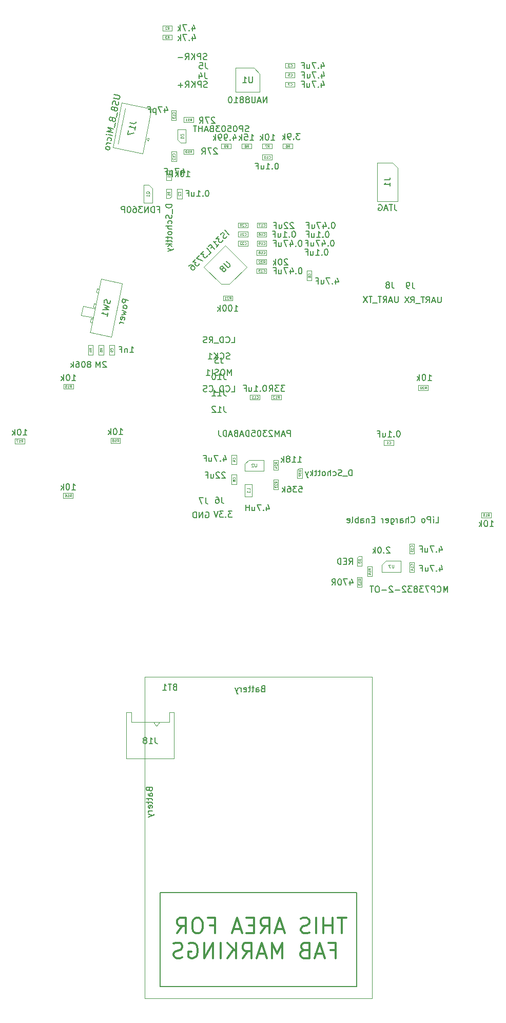
<source format=gbr>
G04 #@! TF.GenerationSoftware,KiCad,Pcbnew,(5.1.0)-1*
G04 #@! TF.CreationDate,2019-06-02T04:00:08-06:00*
G04 #@! TF.ProjectId,hcrn,6863726e-2e6b-4696-9361-645f70636258,0.1*
G04 #@! TF.SameCoordinates,Original*
G04 #@! TF.FileFunction,Other,Fab,Bot*
%FSLAX46Y46*%
G04 Gerber Fmt 4.6, Leading zero omitted, Abs format (unit mm)*
G04 Created by KiCad (PCBNEW (5.1.0)-1) date 2019-06-02 04:00:08*
%MOMM*%
%LPD*%
G04 APERTURE LIST*
%ADD10C,0.304800*%
%ADD11C,0.150000*%
%ADD12C,0.100000*%
%ADD13C,0.120000*%
%ADD14C,0.060000*%
%ADD15C,0.080000*%
%ADD16C,0.075000*%
G04 APERTURE END LIST*
D10*
X191418571Y-179201647D02*
X189967142Y-179201647D01*
X190692857Y-181741647D02*
X190692857Y-179201647D01*
X189120476Y-181741647D02*
X189120476Y-179201647D01*
X189120476Y-180411171D02*
X187669047Y-180411171D01*
X187669047Y-181741647D02*
X187669047Y-179201647D01*
X186459523Y-181741647D02*
X186459523Y-179201647D01*
X185370952Y-181620695D02*
X185008095Y-181741647D01*
X184403333Y-181741647D01*
X184161428Y-181620695D01*
X184040476Y-181499742D01*
X183919523Y-181257838D01*
X183919523Y-181015933D01*
X184040476Y-180774028D01*
X184161428Y-180653076D01*
X184403333Y-180532123D01*
X184887142Y-180411171D01*
X185129047Y-180290219D01*
X185250000Y-180169266D01*
X185370952Y-179927361D01*
X185370952Y-179685457D01*
X185250000Y-179443552D01*
X185129047Y-179322600D01*
X184887142Y-179201647D01*
X184282380Y-179201647D01*
X183919523Y-179322600D01*
X181016666Y-181015933D02*
X179807142Y-181015933D01*
X181258571Y-181741647D02*
X180411904Y-179201647D01*
X179565238Y-181741647D01*
X177267142Y-181741647D02*
X178113809Y-180532123D01*
X178718571Y-181741647D02*
X178718571Y-179201647D01*
X177750952Y-179201647D01*
X177509047Y-179322600D01*
X177388095Y-179443552D01*
X177267142Y-179685457D01*
X177267142Y-180048314D01*
X177388095Y-180290219D01*
X177509047Y-180411171D01*
X177750952Y-180532123D01*
X178718571Y-180532123D01*
X176178571Y-180411171D02*
X175331904Y-180411171D01*
X174969047Y-181741647D02*
X176178571Y-181741647D01*
X176178571Y-179201647D01*
X174969047Y-179201647D01*
X174001428Y-181015933D02*
X172791904Y-181015933D01*
X174243333Y-181741647D02*
X173396666Y-179201647D01*
X172550000Y-181741647D01*
X168921428Y-180411171D02*
X169768095Y-180411171D01*
X169768095Y-181741647D02*
X169768095Y-179201647D01*
X168558571Y-179201647D01*
X167107142Y-179201647D02*
X166623333Y-179201647D01*
X166381428Y-179322600D01*
X166139523Y-179564504D01*
X166018571Y-180048314D01*
X166018571Y-180894980D01*
X166139523Y-181378790D01*
X166381428Y-181620695D01*
X166623333Y-181741647D01*
X167107142Y-181741647D01*
X167349047Y-181620695D01*
X167590952Y-181378790D01*
X167711904Y-180894980D01*
X167711904Y-180048314D01*
X167590952Y-179564504D01*
X167349047Y-179322600D01*
X167107142Y-179201647D01*
X163478571Y-181741647D02*
X164325238Y-180532123D01*
X164930000Y-181741647D02*
X164930000Y-179201647D01*
X163962380Y-179201647D01*
X163720476Y-179322600D01*
X163599523Y-179443552D01*
X163478571Y-179685457D01*
X163478571Y-180048314D01*
X163599523Y-180290219D01*
X163720476Y-180411171D01*
X163962380Y-180532123D01*
X164930000Y-180532123D01*
X188818095Y-184525971D02*
X189664761Y-184525971D01*
X189664761Y-185856447D02*
X189664761Y-183316447D01*
X188455238Y-183316447D01*
X187608571Y-185130733D02*
X186399047Y-185130733D01*
X187850476Y-185856447D02*
X187003809Y-183316447D01*
X186157142Y-185856447D01*
X184463809Y-184525971D02*
X184100952Y-184646923D01*
X183980000Y-184767876D01*
X183859047Y-185009780D01*
X183859047Y-185372638D01*
X183980000Y-185614542D01*
X184100952Y-185735495D01*
X184342857Y-185856447D01*
X185310476Y-185856447D01*
X185310476Y-183316447D01*
X184463809Y-183316447D01*
X184221904Y-183437400D01*
X184100952Y-183558352D01*
X183980000Y-183800257D01*
X183980000Y-184042161D01*
X184100952Y-184284066D01*
X184221904Y-184405019D01*
X184463809Y-184525971D01*
X185310476Y-184525971D01*
X180835238Y-185856447D02*
X180835238Y-183316447D01*
X179988571Y-185130733D01*
X179141904Y-183316447D01*
X179141904Y-185856447D01*
X178053333Y-185130733D02*
X176843809Y-185130733D01*
X178295238Y-185856447D02*
X177448571Y-183316447D01*
X176601904Y-185856447D01*
X174303809Y-185856447D02*
X175150476Y-184646923D01*
X175755238Y-185856447D02*
X175755238Y-183316447D01*
X174787619Y-183316447D01*
X174545714Y-183437400D01*
X174424761Y-183558352D01*
X174303809Y-183800257D01*
X174303809Y-184163114D01*
X174424761Y-184405019D01*
X174545714Y-184525971D01*
X174787619Y-184646923D01*
X175755238Y-184646923D01*
X173215238Y-185856447D02*
X173215238Y-183316447D01*
X171763809Y-185856447D02*
X172852380Y-184405019D01*
X171763809Y-183316447D02*
X173215238Y-184767876D01*
X170675238Y-185856447D02*
X170675238Y-183316447D01*
X169465714Y-185856447D02*
X169465714Y-183316447D01*
X168014285Y-185856447D01*
X168014285Y-183316447D01*
X165474285Y-183437400D02*
X165716190Y-183316447D01*
X166079047Y-183316447D01*
X166441904Y-183437400D01*
X166683809Y-183679304D01*
X166804761Y-183921209D01*
X166925714Y-184405019D01*
X166925714Y-184767876D01*
X166804761Y-185251685D01*
X166683809Y-185493590D01*
X166441904Y-185735495D01*
X166079047Y-185856447D01*
X165837142Y-185856447D01*
X165474285Y-185735495D01*
X165353333Y-185614542D01*
X165353333Y-184767876D01*
X165837142Y-184767876D01*
X164385714Y-185735495D02*
X164022857Y-185856447D01*
X163418095Y-185856447D01*
X163176190Y-185735495D01*
X163055238Y-185614542D01*
X162934285Y-185372638D01*
X162934285Y-185130733D01*
X163055238Y-184888828D01*
X163176190Y-184767876D01*
X163418095Y-184646923D01*
X163901904Y-184525971D01*
X164143809Y-184405019D01*
X164264761Y-184284066D01*
X164385714Y-184042161D01*
X164385714Y-183800257D01*
X164264761Y-183558352D01*
X164143809Y-183437400D01*
X163901904Y-183316447D01*
X163297142Y-183316447D01*
X162934285Y-183437400D01*
D11*
X160710000Y-190530000D02*
X160710000Y-175080000D01*
X193140000Y-190530000D02*
X160710000Y-190530000D01*
X193100000Y-175020000D02*
X193140000Y-190530000D01*
X160710000Y-175070000D02*
X193100000Y-175020000D01*
D12*
X184150000Y-106670000D02*
X183350000Y-106670000D01*
X184150000Y-105070000D02*
X184150000Y-106670000D01*
X183650000Y-105070000D02*
X184150000Y-105070000D01*
X183350000Y-105370000D02*
X183650000Y-105070000D01*
X183350000Y-106670000D02*
X183350000Y-105370000D01*
X158140000Y-139470000D02*
X158140000Y-192470000D01*
X170440000Y-139470000D02*
X158140000Y-139470000D01*
X195640000Y-139470000D02*
X195640000Y-192470000D01*
X182740000Y-192470000D02*
X158140000Y-192470000D01*
X182740000Y-139470000D02*
X170440000Y-139470000D01*
X182740000Y-192470000D02*
X195640000Y-192470000D01*
X182740000Y-139470000D02*
X195640000Y-139470000D01*
X176170000Y-39070000D02*
X173170000Y-39070000D01*
X173170000Y-39070000D02*
X173170000Y-43070000D01*
X173170000Y-43070000D02*
X177170000Y-43070000D01*
X177170000Y-43070000D02*
X177170000Y-40070000D01*
X177170000Y-40070000D02*
X176170000Y-39070000D01*
X199210000Y-100470000D02*
X197610000Y-100470000D01*
X199210000Y-101270000D02*
X199210000Y-100470000D01*
X197610000Y-101270000D02*
X199210000Y-101270000D01*
X197610000Y-100470000D02*
X197610000Y-101270000D01*
X163510000Y-59020000D02*
X163510000Y-60620000D01*
X164310000Y-59020000D02*
X163510000Y-59020000D01*
X164310000Y-60620000D02*
X164310000Y-59020000D01*
X163510000Y-60620000D02*
X164310000Y-60620000D01*
X182930001Y-39080000D02*
X182930001Y-38280000D01*
X182930001Y-38280000D02*
X181330001Y-38280000D01*
X181330001Y-38280000D02*
X181330001Y-39080000D01*
X181330001Y-39080000D02*
X182930001Y-39080000D01*
X173310000Y-102860000D02*
X172510000Y-102860000D01*
X172510000Y-102860000D02*
X172510000Y-104460000D01*
X172510000Y-104460000D02*
X173310000Y-104460000D01*
X173310000Y-104460000D02*
X173310000Y-102860000D01*
X181330001Y-40635000D02*
X182930001Y-40635000D01*
X181330001Y-39835000D02*
X181330001Y-40635000D01*
X182930001Y-39835000D02*
X181330001Y-39835000D01*
X182930001Y-40635000D02*
X182930001Y-39835000D01*
X184910000Y-72500000D02*
X184910000Y-74100000D01*
X185710000Y-72500000D02*
X184910000Y-72500000D01*
X185710000Y-74100000D02*
X185710000Y-72500000D01*
X184910000Y-74100000D02*
X185710000Y-74100000D01*
X182930001Y-42190000D02*
X182930001Y-41390000D01*
X182930001Y-41390000D02*
X181330001Y-41390000D01*
X181330001Y-41390000D02*
X181330001Y-42190000D01*
X181330001Y-42190000D02*
X182930001Y-42190000D01*
X172510000Y-107690000D02*
X173310000Y-107690000D01*
X173310000Y-107690000D02*
X173310000Y-106090000D01*
X173310000Y-106090000D02*
X172510000Y-106090000D01*
X172510000Y-106090000D02*
X172510000Y-107690000D01*
X152340000Y-84770000D02*
X152340000Y-86370000D01*
X153140000Y-84770000D02*
X152340000Y-84770000D01*
X153140000Y-86370000D02*
X153140000Y-84770000D01*
X152340000Y-86370000D02*
X153140000Y-86370000D01*
X179190000Y-53400000D02*
X177590000Y-53400000D01*
X179190000Y-54200000D02*
X179190000Y-53400000D01*
X177590000Y-54200000D02*
X179190000Y-54200000D01*
X177590000Y-53400000D02*
X177590000Y-54200000D01*
X175560000Y-92980000D02*
X175560000Y-93780000D01*
X175560000Y-93780000D02*
X177160000Y-93780000D01*
X177160000Y-93780000D02*
X177160000Y-92980000D01*
X177160000Y-92980000D02*
X175560000Y-92980000D01*
X162580000Y-54490000D02*
X163380000Y-54490000D01*
X163380000Y-54490000D02*
X163380000Y-52890000D01*
X163380000Y-52890000D02*
X162580000Y-52890000D01*
X162580000Y-52890000D02*
X162580000Y-54490000D01*
X162570000Y-47670000D02*
X163370000Y-47670000D01*
X163370000Y-47670000D02*
X163370000Y-46070000D01*
X163370000Y-46070000D02*
X162570000Y-46070000D01*
X162570000Y-46070000D02*
X162570000Y-47670000D01*
X202630000Y-120570000D02*
X201830000Y-120570000D01*
X201830000Y-120570000D02*
X201830000Y-122170000D01*
X201830000Y-122170000D02*
X202630000Y-122170000D01*
X202630000Y-122170000D02*
X202630000Y-120570000D01*
X201830000Y-117540000D02*
X201830000Y-119140000D01*
X202630000Y-117540000D02*
X201830000Y-117540000D01*
X202630000Y-119140000D02*
X202630000Y-117540000D01*
X201830000Y-119140000D02*
X202630000Y-119140000D01*
X176670000Y-66110000D02*
X176670000Y-66910000D01*
X176670000Y-66910000D02*
X178270000Y-66910000D01*
X178270000Y-66910000D02*
X178270000Y-66110000D01*
X178270000Y-66110000D02*
X176670000Y-66110000D01*
X176670000Y-65400000D02*
X178270000Y-65400000D01*
X176670000Y-64600000D02*
X176670000Y-65400000D01*
X178270000Y-64600000D02*
X176670000Y-64600000D01*
X178270000Y-65400000D02*
X178270000Y-64600000D01*
X176660000Y-69130000D02*
X176660000Y-69930000D01*
X176660000Y-69930000D02*
X178260000Y-69930000D01*
X178260000Y-69930000D02*
X178260000Y-69130000D01*
X178260000Y-69130000D02*
X176660000Y-69130000D01*
X176670000Y-68420000D02*
X178270000Y-68420000D01*
X176670000Y-67620000D02*
X176670000Y-68420000D01*
X178270000Y-67620000D02*
X176670000Y-67620000D01*
X178270000Y-68420000D02*
X178270000Y-67620000D01*
X175190000Y-65400000D02*
X175190000Y-64600000D01*
X175190000Y-64600000D02*
X173590000Y-64600000D01*
X173590000Y-64600000D02*
X173590000Y-65400000D01*
X173590000Y-65400000D02*
X175190000Y-65400000D01*
X175190000Y-66900000D02*
X175190000Y-66100000D01*
X175190000Y-66100000D02*
X173590000Y-66100000D01*
X173590000Y-66100000D02*
X173590000Y-66900000D01*
X173590000Y-66900000D02*
X175190000Y-66900000D01*
X175190000Y-67620000D02*
X173590000Y-67620000D01*
X175190000Y-68420000D02*
X175190000Y-67620000D01*
X173590000Y-68420000D02*
X175190000Y-68420000D01*
X173590000Y-67620000D02*
X173590000Y-68420000D01*
X178260000Y-72150000D02*
X176660000Y-72150000D01*
X178260000Y-72950000D02*
X178260000Y-72150000D01*
X176660000Y-72950000D02*
X178260000Y-72950000D01*
X176660000Y-72150000D02*
X176660000Y-72950000D01*
X162540000Y-59000000D02*
X162540000Y-60300000D01*
X162540000Y-60300000D02*
X162240000Y-60600000D01*
X162240000Y-60600000D02*
X161740000Y-60600000D01*
X161740000Y-60600000D02*
X161740000Y-59000000D01*
X161740000Y-59000000D02*
X162540000Y-59000000D01*
X193190000Y-121170000D02*
X193190000Y-119870000D01*
X193190000Y-119870000D02*
X193490000Y-119570000D01*
X193490000Y-119570000D02*
X193990000Y-119570000D01*
X193990000Y-119570000D02*
X193990000Y-121170000D01*
X193990000Y-121170000D02*
X193190000Y-121170000D01*
X154385393Y-44843449D02*
X159290169Y-45814621D01*
X153759308Y-51600530D02*
X154924715Y-45714799D01*
X152926964Y-52200282D02*
X154383722Y-44843118D01*
X157833411Y-53171785D02*
X159290169Y-45814621D01*
X152928636Y-52200613D02*
X157833411Y-53171785D01*
X158407381Y-50787868D02*
X158564725Y-51022906D01*
X158642419Y-50630524D02*
X158407381Y-50787868D01*
X158770726Y-51063695D02*
X158848420Y-50671313D01*
X158770726Y-51063695D02*
X158564725Y-51022906D01*
X158848420Y-50671313D02*
X158642419Y-50630524D01*
X163030000Y-145320000D02*
X162230000Y-145320000D01*
X162230000Y-145320000D02*
X162230000Y-146920000D01*
X162230000Y-146920000D02*
X155930000Y-146920000D01*
X155930000Y-146920000D02*
X155930000Y-145320000D01*
X155930000Y-145320000D02*
X155130000Y-145320000D01*
X163030000Y-152920000D02*
X155130000Y-152920000D01*
X163030000Y-145320000D02*
X163030000Y-152920000D01*
X155130000Y-145320000D02*
X155130000Y-152920000D01*
X160580000Y-146920000D02*
X160080000Y-147627107D01*
X160080000Y-147627107D02*
X159580000Y-146920000D01*
X175860000Y-107760000D02*
X174660000Y-107760000D01*
X174660000Y-107760000D02*
X174660000Y-109760000D01*
X174660000Y-109760000D02*
X175860000Y-109760000D01*
X175860000Y-109760000D02*
X175860000Y-107760000D01*
D13*
X158000000Y-58400000D02*
X158000000Y-61300000D01*
X158000000Y-61300000D02*
X159400000Y-61300000D01*
X159400000Y-61300000D02*
X159400000Y-58950000D01*
X159400000Y-58950000D02*
X158850000Y-58400000D01*
X158850000Y-58400000D02*
X158000000Y-58400000D01*
D12*
X162540000Y-55990000D02*
X161740000Y-55990000D01*
X161740000Y-55990000D02*
X161740000Y-57590000D01*
X161740000Y-57590000D02*
X162540000Y-57590000D01*
X162540000Y-57590000D02*
X162540000Y-55990000D01*
X162690000Y-32920000D02*
X162690000Y-32120000D01*
X162690000Y-32120000D02*
X161090000Y-32120000D01*
X161090000Y-32120000D02*
X161090000Y-32920000D01*
X161090000Y-32920000D02*
X162690000Y-32920000D01*
X161090000Y-34420000D02*
X162690000Y-34420000D01*
X161090000Y-33620000D02*
X161090000Y-34420000D01*
X162690000Y-33620000D02*
X161090000Y-33620000D01*
X162690000Y-34420000D02*
X162690000Y-33620000D01*
X148820000Y-84770000D02*
X148820000Y-86370000D01*
X149620000Y-84770000D02*
X148820000Y-84770000D01*
X149620000Y-86370000D02*
X149620000Y-84770000D01*
X148820000Y-86370000D02*
X149620000Y-86370000D01*
X151380000Y-84770000D02*
X150580000Y-84770000D01*
X150580000Y-84770000D02*
X150580000Y-86370000D01*
X150580000Y-86370000D02*
X151380000Y-86370000D01*
X151380000Y-86370000D02*
X151380000Y-84770000D01*
X182550000Y-52380000D02*
X182550000Y-51580000D01*
X182550000Y-51580000D02*
X180950000Y-51580000D01*
X180950000Y-51580000D02*
X180950000Y-52380000D01*
X180950000Y-52380000D02*
X182550000Y-52380000D01*
X177570000Y-52380000D02*
X179170000Y-52380000D01*
X177570000Y-51580000D02*
X177570000Y-52380000D01*
X179170000Y-51580000D02*
X177570000Y-51580000D01*
X179170000Y-52380000D02*
X179170000Y-51580000D01*
X175790000Y-52380000D02*
X175790000Y-51580000D01*
X175790000Y-51580000D02*
X174190000Y-51580000D01*
X174190000Y-51580000D02*
X174190000Y-52380000D01*
X174190000Y-52380000D02*
X175790000Y-52380000D01*
X170810000Y-52380000D02*
X172410000Y-52380000D01*
X170810000Y-51580000D02*
X170810000Y-52380000D01*
X172410000Y-51580000D02*
X170810000Y-51580000D01*
X172410000Y-52380000D02*
X172410000Y-51580000D01*
X166200000Y-52480000D02*
X164600000Y-52480000D01*
X166200000Y-53280000D02*
X166200000Y-52480000D01*
X164600000Y-53280000D02*
X166200000Y-53280000D01*
X164600000Y-52480000D02*
X164600000Y-53280000D01*
X164610000Y-47220000D02*
X164610000Y-48020000D01*
X164610000Y-48020000D02*
X166210000Y-48020000D01*
X166210000Y-48020000D02*
X166210000Y-47220000D01*
X166210000Y-47220000D02*
X164610000Y-47220000D01*
X179050000Y-92980000D02*
X179050000Y-93780000D01*
X179050000Y-93780000D02*
X180650000Y-93780000D01*
X180650000Y-93780000D02*
X180650000Y-92980000D01*
X180650000Y-92980000D02*
X179050000Y-92980000D01*
X193210000Y-124620000D02*
X194010000Y-124620000D01*
X194010000Y-124620000D02*
X194010000Y-123020000D01*
X194010000Y-123020000D02*
X193210000Y-123020000D01*
X193210000Y-123020000D02*
X193210000Y-124620000D01*
X195670000Y-122910000D02*
X195670000Y-121310000D01*
X194870000Y-122910000D02*
X195670000Y-122910000D01*
X194870000Y-121310000D02*
X194870000Y-122910000D01*
X195670000Y-121310000D02*
X194870000Y-121310000D01*
X144770000Y-91200000D02*
X144770000Y-92000000D01*
X144770000Y-92000000D02*
X146370000Y-92000000D01*
X146370000Y-92000000D02*
X146370000Y-91200000D01*
X146370000Y-91200000D02*
X144770000Y-91200000D01*
X146340000Y-109190000D02*
X144740000Y-109190000D01*
X146340000Y-109990000D02*
X146340000Y-109190000D01*
X144740000Y-109990000D02*
X146340000Y-109990000D01*
X144740000Y-109190000D02*
X144740000Y-109990000D01*
X136720000Y-100200000D02*
X136720000Y-101000000D01*
X136720000Y-101000000D02*
X138320000Y-101000000D01*
X138320000Y-101000000D02*
X138320000Y-100200000D01*
X138320000Y-100200000D02*
X136720000Y-100200000D01*
X154140000Y-100110000D02*
X152540000Y-100110000D01*
X154140000Y-100910000D02*
X154140000Y-100110000D01*
X152540000Y-100910000D02*
X154140000Y-100910000D01*
X152540000Y-100110000D02*
X152540000Y-100910000D01*
X215330000Y-113190000D02*
X215330000Y-112390000D01*
X215330000Y-112390000D02*
X213730000Y-112390000D01*
X213730000Y-112390000D02*
X213730000Y-113190000D01*
X213730000Y-113190000D02*
X215330000Y-113190000D01*
X203330000Y-92220000D02*
X204930000Y-92220000D01*
X203330000Y-91420000D02*
X203330000Y-92220000D01*
X204930000Y-91420000D02*
X203330000Y-91420000D01*
X204930000Y-92220000D02*
X204930000Y-91420000D01*
X172680000Y-76630000D02*
X171080000Y-76630000D01*
X172680000Y-77430000D02*
X172680000Y-76630000D01*
X171080000Y-77430000D02*
X172680000Y-77430000D01*
X171080000Y-76630000D02*
X171080000Y-77430000D01*
X176660000Y-71440000D02*
X178260000Y-71440000D01*
X176660000Y-70640000D02*
X176660000Y-71440000D01*
X178260000Y-70640000D02*
X176660000Y-70640000D01*
X178260000Y-71440000D02*
X178260000Y-70640000D01*
X152676709Y-83408523D02*
X154471020Y-74589201D01*
X154471020Y-74589201D02*
X150943291Y-73871477D01*
X150943291Y-73871477D02*
X149168917Y-82592806D01*
X149168917Y-82592806D02*
X149148980Y-82690799D01*
X149148980Y-82690799D02*
X149148980Y-82690799D01*
X152676709Y-83408523D02*
X149148980Y-82690799D01*
X149148980Y-82690799D02*
X149148980Y-82690799D01*
X149747084Y-79751025D02*
X149747084Y-79751025D01*
X150105946Y-77987160D02*
X149811969Y-77927350D01*
X149811969Y-77927350D02*
X149692348Y-78515305D01*
X149692348Y-78515305D02*
X149986325Y-78575115D01*
X149986325Y-78575115D02*
X149986325Y-78575115D01*
X149607526Y-80436972D02*
X149313549Y-80377162D01*
X149313549Y-80377162D02*
X149193928Y-80965117D01*
X149193928Y-80965117D02*
X149487905Y-81024927D01*
X149487905Y-81024927D02*
X149487905Y-81024927D01*
X150484745Y-76125303D02*
X150190768Y-76065493D01*
X150190768Y-76065493D02*
X150310388Y-75477538D01*
X150310388Y-75477538D02*
X150604366Y-75537349D01*
X150604366Y-75537349D02*
X150604366Y-75537349D01*
X149946452Y-78771100D02*
X147986602Y-78372364D01*
X147986602Y-78372364D02*
X147687550Y-79842251D01*
X147687550Y-79842251D02*
X149647400Y-80240987D01*
X149647400Y-80240987D02*
X149647400Y-80240987D01*
X175320000Y-103720000D02*
X174670000Y-104370000D01*
X174670000Y-105520000D02*
X174670000Y-104370000D01*
X175320000Y-103720000D02*
X177770000Y-103720000D01*
X177770000Y-105520000D02*
X177770000Y-103720000D01*
X174670000Y-105520000D02*
X177770000Y-105520000D01*
X197290000Y-122170000D02*
X200390000Y-122170000D01*
X200390000Y-122170000D02*
X200390000Y-120370000D01*
X197940000Y-120370000D02*
X200390000Y-120370000D01*
X197290000Y-122170000D02*
X197290000Y-121020000D01*
X197940000Y-120370000D02*
X197290000Y-121020000D01*
X172177107Y-74698427D02*
X175005534Y-71870000D01*
X175005534Y-71870000D02*
X171470000Y-68334466D01*
X171470000Y-68334466D02*
X167934466Y-71870000D01*
X167934466Y-71870000D02*
X170762893Y-74698427D01*
X170762893Y-74698427D02*
X172177107Y-74698427D01*
X164970000Y-51430000D02*
X164120000Y-51430000D01*
X163620000Y-50930000D02*
X163620000Y-49230000D01*
X164970000Y-51430000D02*
X164970000Y-49230000D01*
X164970000Y-49230000D02*
X163620000Y-49230000D01*
X164120000Y-51430000D02*
X163620000Y-50930000D01*
X180220000Y-106950000D02*
X179420000Y-106950000D01*
X179420000Y-106950000D02*
X179420000Y-108550000D01*
X179420000Y-108550000D02*
X180220000Y-108550000D01*
X180220000Y-108550000D02*
X180220000Y-106950000D01*
X180220000Y-105370000D02*
X180220000Y-103770000D01*
X179420000Y-105370000D02*
X180220000Y-105370000D01*
X179420000Y-103770000D02*
X179420000Y-105370000D01*
X180220000Y-103770000D02*
X179420000Y-103770000D01*
X199930000Y-55567500D02*
X199077500Y-54715000D01*
X199930000Y-61065000D02*
X199930000Y-55567500D01*
X196520000Y-61065000D02*
X199930000Y-61065000D01*
X196520000Y-54715000D02*
X196520000Y-61065000D01*
X199077500Y-54715000D02*
X196520000Y-54715000D01*
D11*
X192379523Y-106312380D02*
X192379523Y-105312380D01*
X192141428Y-105312380D01*
X191998571Y-105360000D01*
X191903333Y-105455238D01*
X191855714Y-105550476D01*
X191808095Y-105740952D01*
X191808095Y-105883809D01*
X191855714Y-106074285D01*
X191903333Y-106169523D01*
X191998571Y-106264761D01*
X192141428Y-106312380D01*
X192379523Y-106312380D01*
X191617619Y-106407619D02*
X190855714Y-106407619D01*
X190665238Y-106264761D02*
X190522380Y-106312380D01*
X190284285Y-106312380D01*
X190189047Y-106264761D01*
X190141428Y-106217142D01*
X190093809Y-106121904D01*
X190093809Y-106026666D01*
X190141428Y-105931428D01*
X190189047Y-105883809D01*
X190284285Y-105836190D01*
X190474761Y-105788571D01*
X190570000Y-105740952D01*
X190617619Y-105693333D01*
X190665238Y-105598095D01*
X190665238Y-105502857D01*
X190617619Y-105407619D01*
X190570000Y-105360000D01*
X190474761Y-105312380D01*
X190236666Y-105312380D01*
X190093809Y-105360000D01*
X189236666Y-106264761D02*
X189331904Y-106312380D01*
X189522380Y-106312380D01*
X189617619Y-106264761D01*
X189665238Y-106217142D01*
X189712857Y-106121904D01*
X189712857Y-105836190D01*
X189665238Y-105740952D01*
X189617619Y-105693333D01*
X189522380Y-105645714D01*
X189331904Y-105645714D01*
X189236666Y-105693333D01*
X188808095Y-106312380D02*
X188808095Y-105312380D01*
X188379523Y-106312380D02*
X188379523Y-105788571D01*
X188427142Y-105693333D01*
X188522380Y-105645714D01*
X188665238Y-105645714D01*
X188760476Y-105693333D01*
X188808095Y-105740952D01*
X187760476Y-106312380D02*
X187855714Y-106264761D01*
X187903333Y-106217142D01*
X187950952Y-106121904D01*
X187950952Y-105836190D01*
X187903333Y-105740952D01*
X187855714Y-105693333D01*
X187760476Y-105645714D01*
X187617619Y-105645714D01*
X187522380Y-105693333D01*
X187474761Y-105740952D01*
X187427142Y-105836190D01*
X187427142Y-106121904D01*
X187474761Y-106217142D01*
X187522380Y-106264761D01*
X187617619Y-106312380D01*
X187760476Y-106312380D01*
X187141428Y-105645714D02*
X186760476Y-105645714D01*
X186998571Y-105312380D02*
X186998571Y-106169523D01*
X186950952Y-106264761D01*
X186855714Y-106312380D01*
X186760476Y-106312380D01*
X186570000Y-105645714D02*
X186189047Y-105645714D01*
X186427142Y-105312380D02*
X186427142Y-106169523D01*
X186379523Y-106264761D01*
X186284285Y-106312380D01*
X186189047Y-106312380D01*
X185855714Y-106312380D02*
X185855714Y-105312380D01*
X185760476Y-105931428D02*
X185474761Y-106312380D01*
X185474761Y-105645714D02*
X185855714Y-106026666D01*
X185141428Y-105645714D02*
X184903333Y-106312380D01*
X184665238Y-105645714D02*
X184903333Y-106312380D01*
X184998571Y-106550476D01*
X185046190Y-106598095D01*
X185141428Y-106645714D01*
D14*
X183930952Y-105384285D02*
X183530952Y-105384285D01*
X183530952Y-105479523D01*
X183550000Y-105536666D01*
X183588095Y-105574761D01*
X183626190Y-105593809D01*
X183702380Y-105612857D01*
X183759523Y-105612857D01*
X183835714Y-105593809D01*
X183873809Y-105574761D01*
X183911904Y-105536666D01*
X183930952Y-105479523D01*
X183930952Y-105384285D01*
X183530952Y-105746190D02*
X183530952Y-105993809D01*
X183683333Y-105860476D01*
X183683333Y-105917619D01*
X183702380Y-105955714D01*
X183721428Y-105974761D01*
X183759523Y-105993809D01*
X183854761Y-105993809D01*
X183892857Y-105974761D01*
X183911904Y-105955714D01*
X183930952Y-105917619D01*
X183930952Y-105803333D01*
X183911904Y-105765238D01*
X183892857Y-105746190D01*
X183530952Y-106127142D02*
X183530952Y-106393809D01*
X183930952Y-106222380D01*
D11*
X177631428Y-141418571D02*
X177488571Y-141466190D01*
X177440952Y-141513809D01*
X177393333Y-141609047D01*
X177393333Y-141751904D01*
X177440952Y-141847142D01*
X177488571Y-141894761D01*
X177583809Y-141942380D01*
X177964761Y-141942380D01*
X177964761Y-140942380D01*
X177631428Y-140942380D01*
X177536190Y-140990000D01*
X177488571Y-141037619D01*
X177440952Y-141132857D01*
X177440952Y-141228095D01*
X177488571Y-141323333D01*
X177536190Y-141370952D01*
X177631428Y-141418571D01*
X177964761Y-141418571D01*
X176536190Y-141942380D02*
X176536190Y-141418571D01*
X176583809Y-141323333D01*
X176679047Y-141275714D01*
X176869523Y-141275714D01*
X176964761Y-141323333D01*
X176536190Y-141894761D02*
X176631428Y-141942380D01*
X176869523Y-141942380D01*
X176964761Y-141894761D01*
X177012380Y-141799523D01*
X177012380Y-141704285D01*
X176964761Y-141609047D01*
X176869523Y-141561428D01*
X176631428Y-141561428D01*
X176536190Y-141513809D01*
X176202857Y-141275714D02*
X175821904Y-141275714D01*
X176060000Y-140942380D02*
X176060000Y-141799523D01*
X176012380Y-141894761D01*
X175917142Y-141942380D01*
X175821904Y-141942380D01*
X175631428Y-141275714D02*
X175250476Y-141275714D01*
X175488571Y-140942380D02*
X175488571Y-141799523D01*
X175440952Y-141894761D01*
X175345714Y-141942380D01*
X175250476Y-141942380D01*
X174536190Y-141894761D02*
X174631428Y-141942380D01*
X174821904Y-141942380D01*
X174917142Y-141894761D01*
X174964761Y-141799523D01*
X174964761Y-141418571D01*
X174917142Y-141323333D01*
X174821904Y-141275714D01*
X174631428Y-141275714D01*
X174536190Y-141323333D01*
X174488571Y-141418571D01*
X174488571Y-141513809D01*
X174964761Y-141609047D01*
X174060000Y-141942380D02*
X174060000Y-141275714D01*
X174060000Y-141466190D02*
X174012380Y-141370952D01*
X173964761Y-141323333D01*
X173869523Y-141275714D01*
X173774285Y-141275714D01*
X173536190Y-141275714D02*
X173298095Y-141942380D01*
X173060000Y-141275714D02*
X173298095Y-141942380D01*
X173393333Y-142180476D01*
X173440952Y-142228095D01*
X173536190Y-142275714D01*
X163115714Y-141108571D02*
X162972857Y-141156190D01*
X162925238Y-141203809D01*
X162877619Y-141299047D01*
X162877619Y-141441904D01*
X162925238Y-141537142D01*
X162972857Y-141584761D01*
X163068095Y-141632380D01*
X163449047Y-141632380D01*
X163449047Y-140632380D01*
X163115714Y-140632380D01*
X163020476Y-140680000D01*
X162972857Y-140727619D01*
X162925238Y-140822857D01*
X162925238Y-140918095D01*
X162972857Y-141013333D01*
X163020476Y-141060952D01*
X163115714Y-141108571D01*
X163449047Y-141108571D01*
X162591904Y-140632380D02*
X162020476Y-140632380D01*
X162306190Y-141632380D02*
X162306190Y-140632380D01*
X161163333Y-141632380D02*
X161734761Y-141632380D01*
X161449047Y-141632380D02*
X161449047Y-140632380D01*
X161544285Y-140775238D01*
X161639523Y-140870476D01*
X161734761Y-140918095D01*
X178312857Y-44822380D02*
X178312857Y-43822380D01*
X177741428Y-44822380D01*
X177741428Y-43822380D01*
X177312857Y-44536666D02*
X176836666Y-44536666D01*
X177408095Y-44822380D02*
X177074761Y-43822380D01*
X176741428Y-44822380D01*
X176408095Y-43822380D02*
X176408095Y-44631904D01*
X176360476Y-44727142D01*
X176312857Y-44774761D01*
X176217619Y-44822380D01*
X176027142Y-44822380D01*
X175931904Y-44774761D01*
X175884285Y-44727142D01*
X175836666Y-44631904D01*
X175836666Y-43822380D01*
X175217619Y-44250952D02*
X175312857Y-44203333D01*
X175360476Y-44155714D01*
X175408095Y-44060476D01*
X175408095Y-44012857D01*
X175360476Y-43917619D01*
X175312857Y-43870000D01*
X175217619Y-43822380D01*
X175027142Y-43822380D01*
X174931904Y-43870000D01*
X174884285Y-43917619D01*
X174836666Y-44012857D01*
X174836666Y-44060476D01*
X174884285Y-44155714D01*
X174931904Y-44203333D01*
X175027142Y-44250952D01*
X175217619Y-44250952D01*
X175312857Y-44298571D01*
X175360476Y-44346190D01*
X175408095Y-44441428D01*
X175408095Y-44631904D01*
X175360476Y-44727142D01*
X175312857Y-44774761D01*
X175217619Y-44822380D01*
X175027142Y-44822380D01*
X174931904Y-44774761D01*
X174884285Y-44727142D01*
X174836666Y-44631904D01*
X174836666Y-44441428D01*
X174884285Y-44346190D01*
X174931904Y-44298571D01*
X175027142Y-44250952D01*
X174265238Y-44250952D02*
X174360476Y-44203333D01*
X174408095Y-44155714D01*
X174455714Y-44060476D01*
X174455714Y-44012857D01*
X174408095Y-43917619D01*
X174360476Y-43870000D01*
X174265238Y-43822380D01*
X174074761Y-43822380D01*
X173979523Y-43870000D01*
X173931904Y-43917619D01*
X173884285Y-44012857D01*
X173884285Y-44060476D01*
X173931904Y-44155714D01*
X173979523Y-44203333D01*
X174074761Y-44250952D01*
X174265238Y-44250952D01*
X174360476Y-44298571D01*
X174408095Y-44346190D01*
X174455714Y-44441428D01*
X174455714Y-44631904D01*
X174408095Y-44727142D01*
X174360476Y-44774761D01*
X174265238Y-44822380D01*
X174074761Y-44822380D01*
X173979523Y-44774761D01*
X173931904Y-44727142D01*
X173884285Y-44631904D01*
X173884285Y-44441428D01*
X173931904Y-44346190D01*
X173979523Y-44298571D01*
X174074761Y-44250952D01*
X172931904Y-44822380D02*
X173503333Y-44822380D01*
X173217619Y-44822380D02*
X173217619Y-43822380D01*
X173312857Y-43965238D01*
X173408095Y-44060476D01*
X173503333Y-44108095D01*
X172312857Y-43822380D02*
X172217619Y-43822380D01*
X172122380Y-43870000D01*
X172074761Y-43917619D01*
X172027142Y-44012857D01*
X171979523Y-44203333D01*
X171979523Y-44441428D01*
X172027142Y-44631904D01*
X172074761Y-44727142D01*
X172122380Y-44774761D01*
X172217619Y-44822380D01*
X172312857Y-44822380D01*
X172408095Y-44774761D01*
X172455714Y-44727142D01*
X172503333Y-44631904D01*
X172550952Y-44441428D01*
X172550952Y-44203333D01*
X172503333Y-44012857D01*
X172455714Y-43917619D01*
X172408095Y-43870000D01*
X172312857Y-43822380D01*
X175931904Y-40522380D02*
X175931904Y-41331904D01*
X175884285Y-41427142D01*
X175836666Y-41474761D01*
X175741428Y-41522380D01*
X175550952Y-41522380D01*
X175455714Y-41474761D01*
X175408095Y-41427142D01*
X175360476Y-41331904D01*
X175360476Y-40522380D01*
X174360476Y-41522380D02*
X174931904Y-41522380D01*
X174646190Y-41522380D02*
X174646190Y-40522380D01*
X174741428Y-40665238D01*
X174836666Y-40760476D01*
X174931904Y-40808095D01*
X200052857Y-98892380D02*
X199957619Y-98892380D01*
X199862380Y-98940000D01*
X199814761Y-98987619D01*
X199767142Y-99082857D01*
X199719523Y-99273333D01*
X199719523Y-99511428D01*
X199767142Y-99701904D01*
X199814761Y-99797142D01*
X199862380Y-99844761D01*
X199957619Y-99892380D01*
X200052857Y-99892380D01*
X200148095Y-99844761D01*
X200195714Y-99797142D01*
X200243333Y-99701904D01*
X200290952Y-99511428D01*
X200290952Y-99273333D01*
X200243333Y-99082857D01*
X200195714Y-98987619D01*
X200148095Y-98940000D01*
X200052857Y-98892380D01*
X199290952Y-99797142D02*
X199243333Y-99844761D01*
X199290952Y-99892380D01*
X199338571Y-99844761D01*
X199290952Y-99797142D01*
X199290952Y-99892380D01*
X198290952Y-99892380D02*
X198862380Y-99892380D01*
X198576666Y-99892380D02*
X198576666Y-98892380D01*
X198671904Y-99035238D01*
X198767142Y-99130476D01*
X198862380Y-99178095D01*
X197433809Y-99225714D02*
X197433809Y-99892380D01*
X197862380Y-99225714D02*
X197862380Y-99749523D01*
X197814761Y-99844761D01*
X197719523Y-99892380D01*
X197576666Y-99892380D01*
X197481428Y-99844761D01*
X197433809Y-99797142D01*
X196624285Y-99368571D02*
X196957619Y-99368571D01*
X196957619Y-99892380D02*
X196957619Y-98892380D01*
X196481428Y-98892380D01*
D14*
X198476666Y-101012857D02*
X198495714Y-101031904D01*
X198552857Y-101050952D01*
X198590952Y-101050952D01*
X198648095Y-101031904D01*
X198686190Y-100993809D01*
X198705238Y-100955714D01*
X198724285Y-100879523D01*
X198724285Y-100822380D01*
X198705238Y-100746190D01*
X198686190Y-100708095D01*
X198648095Y-100670000D01*
X198590952Y-100650952D01*
X198552857Y-100650952D01*
X198495714Y-100670000D01*
X198476666Y-100689047D01*
X198095714Y-101050952D02*
X198324285Y-101050952D01*
X198210000Y-101050952D02*
X198210000Y-100650952D01*
X198248095Y-100708095D01*
X198286190Y-100746190D01*
X198324285Y-100765238D01*
D11*
X168512857Y-59252380D02*
X168417619Y-59252380D01*
X168322380Y-59300000D01*
X168274761Y-59347619D01*
X168227142Y-59442857D01*
X168179523Y-59633333D01*
X168179523Y-59871428D01*
X168227142Y-60061904D01*
X168274761Y-60157142D01*
X168322380Y-60204761D01*
X168417619Y-60252380D01*
X168512857Y-60252380D01*
X168608095Y-60204761D01*
X168655714Y-60157142D01*
X168703333Y-60061904D01*
X168750952Y-59871428D01*
X168750952Y-59633333D01*
X168703333Y-59442857D01*
X168655714Y-59347619D01*
X168608095Y-59300000D01*
X168512857Y-59252380D01*
X167750952Y-60157142D02*
X167703333Y-60204761D01*
X167750952Y-60252380D01*
X167798571Y-60204761D01*
X167750952Y-60157142D01*
X167750952Y-60252380D01*
X166750952Y-60252380D02*
X167322380Y-60252380D01*
X167036666Y-60252380D02*
X167036666Y-59252380D01*
X167131904Y-59395238D01*
X167227142Y-59490476D01*
X167322380Y-59538095D01*
X165893809Y-59585714D02*
X165893809Y-60252380D01*
X166322380Y-59585714D02*
X166322380Y-60109523D01*
X166274761Y-60204761D01*
X166179523Y-60252380D01*
X166036666Y-60252380D01*
X165941428Y-60204761D01*
X165893809Y-60157142D01*
X165084285Y-59728571D02*
X165417619Y-59728571D01*
X165417619Y-60252380D02*
X165417619Y-59252380D01*
X164941428Y-59252380D01*
D14*
X164052857Y-59753333D02*
X164071904Y-59734285D01*
X164090952Y-59677142D01*
X164090952Y-59639047D01*
X164071904Y-59581904D01*
X164033809Y-59543809D01*
X163995714Y-59524761D01*
X163919523Y-59505714D01*
X163862380Y-59505714D01*
X163786190Y-59524761D01*
X163748095Y-59543809D01*
X163710000Y-59581904D01*
X163690952Y-59639047D01*
X163690952Y-59677142D01*
X163710000Y-59734285D01*
X163729047Y-59753333D01*
X163729047Y-59905714D02*
X163710000Y-59924761D01*
X163690952Y-59962857D01*
X163690952Y-60058095D01*
X163710000Y-60096190D01*
X163729047Y-60115238D01*
X163767142Y-60134285D01*
X163805238Y-60134285D01*
X163862380Y-60115238D01*
X164090952Y-59886666D01*
X164090952Y-60134285D01*
D11*
X187324761Y-38505714D02*
X187324761Y-39172380D01*
X187562857Y-38124761D02*
X187800952Y-38839047D01*
X187181904Y-38839047D01*
X186800952Y-39077142D02*
X186753333Y-39124761D01*
X186800952Y-39172380D01*
X186848571Y-39124761D01*
X186800952Y-39077142D01*
X186800952Y-39172380D01*
X186420000Y-38172380D02*
X185753333Y-38172380D01*
X186181904Y-39172380D01*
X184943809Y-38505714D02*
X184943809Y-39172380D01*
X185372380Y-38505714D02*
X185372380Y-39029523D01*
X185324761Y-39124761D01*
X185229523Y-39172380D01*
X185086666Y-39172380D01*
X184991428Y-39124761D01*
X184943809Y-39077142D01*
X184134285Y-38648571D02*
X184467619Y-38648571D01*
X184467619Y-39172380D02*
X184467619Y-38172380D01*
X183991428Y-38172380D01*
D14*
X182196667Y-38822857D02*
X182215715Y-38841904D01*
X182272858Y-38860952D01*
X182310953Y-38860952D01*
X182368096Y-38841904D01*
X182406191Y-38803809D01*
X182425239Y-38765714D01*
X182444286Y-38689523D01*
X182444286Y-38632380D01*
X182425239Y-38556190D01*
X182406191Y-38518095D01*
X182368096Y-38480000D01*
X182310953Y-38460952D01*
X182272858Y-38460952D01*
X182215715Y-38480000D01*
X182196667Y-38499047D01*
X182063334Y-38460952D02*
X181815715Y-38460952D01*
X181949048Y-38613333D01*
X181891905Y-38613333D01*
X181853810Y-38632380D01*
X181834762Y-38651428D01*
X181815715Y-38689523D01*
X181815715Y-38784761D01*
X181834762Y-38822857D01*
X181853810Y-38841904D01*
X181891905Y-38860952D01*
X182006191Y-38860952D01*
X182044286Y-38841904D01*
X182063334Y-38822857D01*
D11*
X171164761Y-103285714D02*
X171164761Y-103952380D01*
X171402857Y-102904761D02*
X171640952Y-103619047D01*
X171021904Y-103619047D01*
X170640952Y-103857142D02*
X170593333Y-103904761D01*
X170640952Y-103952380D01*
X170688571Y-103904761D01*
X170640952Y-103857142D01*
X170640952Y-103952380D01*
X170260000Y-102952380D02*
X169593333Y-102952380D01*
X170021904Y-103952380D01*
X168783809Y-103285714D02*
X168783809Y-103952380D01*
X169212380Y-103285714D02*
X169212380Y-103809523D01*
X169164761Y-103904761D01*
X169069523Y-103952380D01*
X168926666Y-103952380D01*
X168831428Y-103904761D01*
X168783809Y-103857142D01*
X167974285Y-103428571D02*
X168307619Y-103428571D01*
X168307619Y-103952380D02*
X168307619Y-102952380D01*
X167831428Y-102952380D01*
D14*
X173052857Y-103593333D02*
X173071904Y-103574285D01*
X173090952Y-103517142D01*
X173090952Y-103479047D01*
X173071904Y-103421904D01*
X173033809Y-103383809D01*
X172995714Y-103364761D01*
X172919523Y-103345714D01*
X172862380Y-103345714D01*
X172786190Y-103364761D01*
X172748095Y-103383809D01*
X172710000Y-103421904D01*
X172690952Y-103479047D01*
X172690952Y-103517142D01*
X172710000Y-103574285D01*
X172729047Y-103593333D01*
X172824285Y-103936190D02*
X173090952Y-103936190D01*
X172671904Y-103840952D02*
X172957619Y-103745714D01*
X172957619Y-103993333D01*
D11*
X187364761Y-40065714D02*
X187364761Y-40732380D01*
X187602857Y-39684761D02*
X187840952Y-40399047D01*
X187221904Y-40399047D01*
X186840952Y-40637142D02*
X186793333Y-40684761D01*
X186840952Y-40732380D01*
X186888571Y-40684761D01*
X186840952Y-40637142D01*
X186840952Y-40732380D01*
X186460000Y-39732380D02*
X185793333Y-39732380D01*
X186221904Y-40732380D01*
X184983809Y-40065714D02*
X184983809Y-40732380D01*
X185412380Y-40065714D02*
X185412380Y-40589523D01*
X185364761Y-40684761D01*
X185269523Y-40732380D01*
X185126666Y-40732380D01*
X185031428Y-40684761D01*
X184983809Y-40637142D01*
X184174285Y-40208571D02*
X184507619Y-40208571D01*
X184507619Y-40732380D02*
X184507619Y-39732380D01*
X184031428Y-39732380D01*
D14*
X182196667Y-40377857D02*
X182215715Y-40396904D01*
X182272858Y-40415952D01*
X182310953Y-40415952D01*
X182368096Y-40396904D01*
X182406191Y-40358809D01*
X182425239Y-40320714D01*
X182444286Y-40244523D01*
X182444286Y-40187380D01*
X182425239Y-40111190D01*
X182406191Y-40073095D01*
X182368096Y-40035000D01*
X182310953Y-40015952D01*
X182272858Y-40015952D01*
X182215715Y-40035000D01*
X182196667Y-40054047D01*
X181834762Y-40015952D02*
X182025239Y-40015952D01*
X182044286Y-40206428D01*
X182025239Y-40187380D01*
X181987143Y-40168333D01*
X181891905Y-40168333D01*
X181853810Y-40187380D01*
X181834762Y-40206428D01*
X181815715Y-40244523D01*
X181815715Y-40339761D01*
X181834762Y-40377857D01*
X181853810Y-40396904D01*
X181891905Y-40415952D01*
X181987143Y-40415952D01*
X182025239Y-40396904D01*
X182044286Y-40377857D01*
D11*
X189664761Y-74035714D02*
X189664761Y-74702380D01*
X189902857Y-73654761D02*
X190140952Y-74369047D01*
X189521904Y-74369047D01*
X189140952Y-74607142D02*
X189093333Y-74654761D01*
X189140952Y-74702380D01*
X189188571Y-74654761D01*
X189140952Y-74607142D01*
X189140952Y-74702380D01*
X188760000Y-73702380D02*
X188093333Y-73702380D01*
X188521904Y-74702380D01*
X187283809Y-74035714D02*
X187283809Y-74702380D01*
X187712380Y-74035714D02*
X187712380Y-74559523D01*
X187664761Y-74654761D01*
X187569523Y-74702380D01*
X187426666Y-74702380D01*
X187331428Y-74654761D01*
X187283809Y-74607142D01*
X186474285Y-74178571D02*
X186807619Y-74178571D01*
X186807619Y-74702380D02*
X186807619Y-73702380D01*
X186331428Y-73702380D01*
D14*
X185452857Y-73233333D02*
X185471904Y-73214285D01*
X185490952Y-73157142D01*
X185490952Y-73119047D01*
X185471904Y-73061904D01*
X185433809Y-73023809D01*
X185395714Y-73004761D01*
X185319523Y-72985714D01*
X185262380Y-72985714D01*
X185186190Y-73004761D01*
X185148095Y-73023809D01*
X185110000Y-73061904D01*
X185090952Y-73119047D01*
X185090952Y-73157142D01*
X185110000Y-73214285D01*
X185129047Y-73233333D01*
X185090952Y-73576190D02*
X185090952Y-73500000D01*
X185110000Y-73461904D01*
X185129047Y-73442857D01*
X185186190Y-73404761D01*
X185262380Y-73385714D01*
X185414761Y-73385714D01*
X185452857Y-73404761D01*
X185471904Y-73423809D01*
X185490952Y-73461904D01*
X185490952Y-73538095D01*
X185471904Y-73576190D01*
X185452857Y-73595238D01*
X185414761Y-73614285D01*
X185319523Y-73614285D01*
X185281428Y-73595238D01*
X185262380Y-73576190D01*
X185243333Y-73538095D01*
X185243333Y-73461904D01*
X185262380Y-73423809D01*
X185281428Y-73404761D01*
X185319523Y-73385714D01*
D11*
X187324761Y-41595714D02*
X187324761Y-42262380D01*
X187562857Y-41214761D02*
X187800952Y-41929047D01*
X187181904Y-41929047D01*
X186800952Y-42167142D02*
X186753333Y-42214761D01*
X186800952Y-42262380D01*
X186848571Y-42214761D01*
X186800952Y-42167142D01*
X186800952Y-42262380D01*
X186420000Y-41262380D02*
X185753333Y-41262380D01*
X186181904Y-42262380D01*
X184943809Y-41595714D02*
X184943809Y-42262380D01*
X185372380Y-41595714D02*
X185372380Y-42119523D01*
X185324761Y-42214761D01*
X185229523Y-42262380D01*
X185086666Y-42262380D01*
X184991428Y-42214761D01*
X184943809Y-42167142D01*
X184134285Y-41738571D02*
X184467619Y-41738571D01*
X184467619Y-42262380D02*
X184467619Y-41262380D01*
X183991428Y-41262380D01*
D14*
X182196667Y-41932857D02*
X182215715Y-41951904D01*
X182272858Y-41970952D01*
X182310953Y-41970952D01*
X182368096Y-41951904D01*
X182406191Y-41913809D01*
X182425239Y-41875714D01*
X182444286Y-41799523D01*
X182444286Y-41742380D01*
X182425239Y-41666190D01*
X182406191Y-41628095D01*
X182368096Y-41590000D01*
X182310953Y-41570952D01*
X182272858Y-41570952D01*
X182215715Y-41590000D01*
X182196667Y-41609047D01*
X182063334Y-41570952D02*
X181796667Y-41570952D01*
X181968096Y-41970952D01*
D11*
X171452857Y-105807619D02*
X171405238Y-105760000D01*
X171310000Y-105712380D01*
X171071904Y-105712380D01*
X170976666Y-105760000D01*
X170929047Y-105807619D01*
X170881428Y-105902857D01*
X170881428Y-105998095D01*
X170929047Y-106140952D01*
X171500476Y-106712380D01*
X170881428Y-106712380D01*
X170500476Y-105807619D02*
X170452857Y-105760000D01*
X170357619Y-105712380D01*
X170119523Y-105712380D01*
X170024285Y-105760000D01*
X169976666Y-105807619D01*
X169929047Y-105902857D01*
X169929047Y-105998095D01*
X169976666Y-106140952D01*
X170548095Y-106712380D01*
X169929047Y-106712380D01*
X169071904Y-106045714D02*
X169071904Y-106712380D01*
X169500476Y-106045714D02*
X169500476Y-106569523D01*
X169452857Y-106664761D01*
X169357619Y-106712380D01*
X169214761Y-106712380D01*
X169119523Y-106664761D01*
X169071904Y-106617142D01*
X168262380Y-106188571D02*
X168595714Y-106188571D01*
X168595714Y-106712380D02*
X168595714Y-105712380D01*
X168119523Y-105712380D01*
D14*
X173052857Y-106823333D02*
X173071904Y-106804285D01*
X173090952Y-106747142D01*
X173090952Y-106709047D01*
X173071904Y-106651904D01*
X173033809Y-106613809D01*
X172995714Y-106594761D01*
X172919523Y-106575714D01*
X172862380Y-106575714D01*
X172786190Y-106594761D01*
X172748095Y-106613809D01*
X172710000Y-106651904D01*
X172690952Y-106709047D01*
X172690952Y-106747142D01*
X172710000Y-106804285D01*
X172729047Y-106823333D01*
X172862380Y-107051904D02*
X172843333Y-107013809D01*
X172824285Y-106994761D01*
X172786190Y-106975714D01*
X172767142Y-106975714D01*
X172729047Y-106994761D01*
X172710000Y-107013809D01*
X172690952Y-107051904D01*
X172690952Y-107128095D01*
X172710000Y-107166190D01*
X172729047Y-107185238D01*
X172767142Y-107204285D01*
X172786190Y-107204285D01*
X172824285Y-107185238D01*
X172843333Y-107166190D01*
X172862380Y-107128095D01*
X172862380Y-107051904D01*
X172881428Y-107013809D01*
X172900476Y-106994761D01*
X172938571Y-106975714D01*
X173014761Y-106975714D01*
X173052857Y-106994761D01*
X173071904Y-107013809D01*
X173090952Y-107051904D01*
X173090952Y-107128095D01*
X173071904Y-107166190D01*
X173052857Y-107185238D01*
X173014761Y-107204285D01*
X172938571Y-107204285D01*
X172900476Y-107185238D01*
X172881428Y-107166190D01*
X172862380Y-107128095D01*
D11*
X155725238Y-86002380D02*
X156296666Y-86002380D01*
X156010952Y-86002380D02*
X156010952Y-85002380D01*
X156106190Y-85145238D01*
X156201428Y-85240476D01*
X156296666Y-85288095D01*
X155296666Y-85335714D02*
X155296666Y-86002380D01*
X155296666Y-85430952D02*
X155249047Y-85383333D01*
X155153809Y-85335714D01*
X155010952Y-85335714D01*
X154915714Y-85383333D01*
X154868095Y-85478571D01*
X154868095Y-86002380D01*
X154058571Y-85478571D02*
X154391904Y-85478571D01*
X154391904Y-86002380D02*
X154391904Y-85002380D01*
X153915714Y-85002380D01*
D14*
X152882857Y-85503333D02*
X152901904Y-85484285D01*
X152920952Y-85427142D01*
X152920952Y-85389047D01*
X152901904Y-85331904D01*
X152863809Y-85293809D01*
X152825714Y-85274761D01*
X152749523Y-85255714D01*
X152692380Y-85255714D01*
X152616190Y-85274761D01*
X152578095Y-85293809D01*
X152540000Y-85331904D01*
X152520952Y-85389047D01*
X152520952Y-85427142D01*
X152540000Y-85484285D01*
X152559047Y-85503333D01*
X152920952Y-85693809D02*
X152920952Y-85770000D01*
X152901904Y-85808095D01*
X152882857Y-85827142D01*
X152825714Y-85865238D01*
X152749523Y-85884285D01*
X152597142Y-85884285D01*
X152559047Y-85865238D01*
X152540000Y-85846190D01*
X152520952Y-85808095D01*
X152520952Y-85731904D01*
X152540000Y-85693809D01*
X152559047Y-85674761D01*
X152597142Y-85655714D01*
X152692380Y-85655714D01*
X152730476Y-85674761D01*
X152749523Y-85693809D01*
X152768571Y-85731904D01*
X152768571Y-85808095D01*
X152749523Y-85846190D01*
X152730476Y-85865238D01*
X152692380Y-85884285D01*
D11*
X179962857Y-54772380D02*
X179867619Y-54772380D01*
X179772380Y-54820000D01*
X179724761Y-54867619D01*
X179677142Y-54962857D01*
X179629523Y-55153333D01*
X179629523Y-55391428D01*
X179677142Y-55581904D01*
X179724761Y-55677142D01*
X179772380Y-55724761D01*
X179867619Y-55772380D01*
X179962857Y-55772380D01*
X180058095Y-55724761D01*
X180105714Y-55677142D01*
X180153333Y-55581904D01*
X180200952Y-55391428D01*
X180200952Y-55153333D01*
X180153333Y-54962857D01*
X180105714Y-54867619D01*
X180058095Y-54820000D01*
X179962857Y-54772380D01*
X179200952Y-55677142D02*
X179153333Y-55724761D01*
X179200952Y-55772380D01*
X179248571Y-55724761D01*
X179200952Y-55677142D01*
X179200952Y-55772380D01*
X178200952Y-55772380D02*
X178772380Y-55772380D01*
X178486666Y-55772380D02*
X178486666Y-54772380D01*
X178581904Y-54915238D01*
X178677142Y-55010476D01*
X178772380Y-55058095D01*
X177343809Y-55105714D02*
X177343809Y-55772380D01*
X177772380Y-55105714D02*
X177772380Y-55629523D01*
X177724761Y-55724761D01*
X177629523Y-55772380D01*
X177486666Y-55772380D01*
X177391428Y-55724761D01*
X177343809Y-55677142D01*
X176534285Y-55248571D02*
X176867619Y-55248571D01*
X176867619Y-55772380D02*
X176867619Y-54772380D01*
X176391428Y-54772380D01*
D14*
X178647142Y-53942857D02*
X178666190Y-53961904D01*
X178723333Y-53980952D01*
X178761428Y-53980952D01*
X178818571Y-53961904D01*
X178856666Y-53923809D01*
X178875714Y-53885714D01*
X178894761Y-53809523D01*
X178894761Y-53752380D01*
X178875714Y-53676190D01*
X178856666Y-53638095D01*
X178818571Y-53600000D01*
X178761428Y-53580952D01*
X178723333Y-53580952D01*
X178666190Y-53600000D01*
X178647142Y-53619047D01*
X178266190Y-53980952D02*
X178494761Y-53980952D01*
X178380476Y-53980952D02*
X178380476Y-53580952D01*
X178418571Y-53638095D01*
X178456666Y-53676190D01*
X178494761Y-53695238D01*
X178018571Y-53580952D02*
X177980476Y-53580952D01*
X177942380Y-53600000D01*
X177923333Y-53619047D01*
X177904285Y-53657142D01*
X177885238Y-53733333D01*
X177885238Y-53828571D01*
X177904285Y-53904761D01*
X177923333Y-53942857D01*
X177942380Y-53961904D01*
X177980476Y-53980952D01*
X178018571Y-53980952D01*
X178056666Y-53961904D01*
X178075714Y-53942857D01*
X178094761Y-53904761D01*
X178113809Y-53828571D01*
X178113809Y-53733333D01*
X178094761Y-53657142D01*
X178075714Y-53619047D01*
X178056666Y-53600000D01*
X178018571Y-53580952D01*
D11*
X178002857Y-91402380D02*
X177907619Y-91402380D01*
X177812380Y-91450000D01*
X177764761Y-91497619D01*
X177717142Y-91592857D01*
X177669523Y-91783333D01*
X177669523Y-92021428D01*
X177717142Y-92211904D01*
X177764761Y-92307142D01*
X177812380Y-92354761D01*
X177907619Y-92402380D01*
X178002857Y-92402380D01*
X178098095Y-92354761D01*
X178145714Y-92307142D01*
X178193333Y-92211904D01*
X178240952Y-92021428D01*
X178240952Y-91783333D01*
X178193333Y-91592857D01*
X178145714Y-91497619D01*
X178098095Y-91450000D01*
X178002857Y-91402380D01*
X177240952Y-92307142D02*
X177193333Y-92354761D01*
X177240952Y-92402380D01*
X177288571Y-92354761D01*
X177240952Y-92307142D01*
X177240952Y-92402380D01*
X176240952Y-92402380D02*
X176812380Y-92402380D01*
X176526666Y-92402380D02*
X176526666Y-91402380D01*
X176621904Y-91545238D01*
X176717142Y-91640476D01*
X176812380Y-91688095D01*
X175383809Y-91735714D02*
X175383809Y-92402380D01*
X175812380Y-91735714D02*
X175812380Y-92259523D01*
X175764761Y-92354761D01*
X175669523Y-92402380D01*
X175526666Y-92402380D01*
X175431428Y-92354761D01*
X175383809Y-92307142D01*
X174574285Y-91878571D02*
X174907619Y-91878571D01*
X174907619Y-92402380D02*
X174907619Y-91402380D01*
X174431428Y-91402380D01*
D14*
X176617142Y-93522857D02*
X176636190Y-93541904D01*
X176693333Y-93560952D01*
X176731428Y-93560952D01*
X176788571Y-93541904D01*
X176826666Y-93503809D01*
X176845714Y-93465714D01*
X176864761Y-93389523D01*
X176864761Y-93332380D01*
X176845714Y-93256190D01*
X176826666Y-93218095D01*
X176788571Y-93180000D01*
X176731428Y-93160952D01*
X176693333Y-93160952D01*
X176636190Y-93180000D01*
X176617142Y-93199047D01*
X176236190Y-93560952D02*
X176464761Y-93560952D01*
X176350476Y-93560952D02*
X176350476Y-93160952D01*
X176388571Y-93218095D01*
X176426666Y-93256190D01*
X176464761Y-93275238D01*
X175855238Y-93560952D02*
X176083809Y-93560952D01*
X175969523Y-93560952D02*
X175969523Y-93160952D01*
X176007619Y-93218095D01*
X176045714Y-93256190D01*
X176083809Y-93275238D01*
D11*
X164256666Y-56015714D02*
X164256666Y-56682380D01*
X164494761Y-55634761D02*
X164732857Y-56349047D01*
X164113809Y-56349047D01*
X163828095Y-55682380D02*
X163161428Y-55682380D01*
X163590000Y-56682380D01*
X162780476Y-56015714D02*
X162780476Y-57015714D01*
X162780476Y-56063333D02*
X162685238Y-56015714D01*
X162494761Y-56015714D01*
X162399523Y-56063333D01*
X162351904Y-56110952D01*
X162304285Y-56206190D01*
X162304285Y-56491904D01*
X162351904Y-56587142D01*
X162399523Y-56634761D01*
X162494761Y-56682380D01*
X162685238Y-56682380D01*
X162780476Y-56634761D01*
X161542380Y-56158571D02*
X161875714Y-56158571D01*
X161875714Y-56682380D02*
X161875714Y-55682380D01*
X161399523Y-55682380D01*
D14*
X163122857Y-53432857D02*
X163141904Y-53413809D01*
X163160952Y-53356666D01*
X163160952Y-53318571D01*
X163141904Y-53261428D01*
X163103809Y-53223333D01*
X163065714Y-53204285D01*
X162989523Y-53185238D01*
X162932380Y-53185238D01*
X162856190Y-53204285D01*
X162818095Y-53223333D01*
X162780000Y-53261428D01*
X162760952Y-53318571D01*
X162760952Y-53356666D01*
X162780000Y-53413809D01*
X162799047Y-53432857D01*
X163160952Y-53813809D02*
X163160952Y-53585238D01*
X163160952Y-53699523D02*
X162760952Y-53699523D01*
X162818095Y-53661428D01*
X162856190Y-53623333D01*
X162875238Y-53585238D01*
X162799047Y-53966190D02*
X162780000Y-53985238D01*
X162760952Y-54023333D01*
X162760952Y-54118571D01*
X162780000Y-54156666D01*
X162799047Y-54175714D01*
X162837142Y-54194761D01*
X162875238Y-54194761D01*
X162932380Y-54175714D01*
X163160952Y-53947142D01*
X163160952Y-54194761D01*
D11*
X161466666Y-45785714D02*
X161466666Y-46452380D01*
X161704761Y-45404761D02*
X161942857Y-46119047D01*
X161323809Y-46119047D01*
X161038095Y-45452380D02*
X160371428Y-45452380D01*
X160800000Y-46452380D01*
X159990476Y-45785714D02*
X159990476Y-46785714D01*
X159990476Y-45833333D02*
X159895238Y-45785714D01*
X159704761Y-45785714D01*
X159609523Y-45833333D01*
X159561904Y-45880952D01*
X159514285Y-45976190D01*
X159514285Y-46261904D01*
X159561904Y-46357142D01*
X159609523Y-46404761D01*
X159704761Y-46452380D01*
X159895238Y-46452380D01*
X159990476Y-46404761D01*
X158752380Y-45928571D02*
X159085714Y-45928571D01*
X159085714Y-46452380D02*
X159085714Y-45452380D01*
X158609523Y-45452380D01*
D14*
X163112857Y-46612857D02*
X163131904Y-46593809D01*
X163150952Y-46536666D01*
X163150952Y-46498571D01*
X163131904Y-46441428D01*
X163093809Y-46403333D01*
X163055714Y-46384285D01*
X162979523Y-46365238D01*
X162922380Y-46365238D01*
X162846190Y-46384285D01*
X162808095Y-46403333D01*
X162770000Y-46441428D01*
X162750952Y-46498571D01*
X162750952Y-46536666D01*
X162770000Y-46593809D01*
X162789047Y-46612857D01*
X163150952Y-46993809D02*
X163150952Y-46765238D01*
X163150952Y-46879523D02*
X162750952Y-46879523D01*
X162808095Y-46841428D01*
X162846190Y-46803333D01*
X162865238Y-46765238D01*
X162750952Y-47127142D02*
X162750952Y-47374761D01*
X162903333Y-47241428D01*
X162903333Y-47298571D01*
X162922380Y-47336666D01*
X162941428Y-47355714D01*
X162979523Y-47374761D01*
X163074761Y-47374761D01*
X163112857Y-47355714D01*
X163131904Y-47336666D01*
X163150952Y-47298571D01*
X163150952Y-47184285D01*
X163131904Y-47146190D01*
X163112857Y-47127142D01*
D11*
X206824761Y-121405714D02*
X206824761Y-122072380D01*
X207062857Y-121024761D02*
X207300952Y-121739047D01*
X206681904Y-121739047D01*
X206300952Y-121977142D02*
X206253333Y-122024761D01*
X206300952Y-122072380D01*
X206348571Y-122024761D01*
X206300952Y-121977142D01*
X206300952Y-122072380D01*
X205920000Y-121072380D02*
X205253333Y-121072380D01*
X205681904Y-122072380D01*
X204443809Y-121405714D02*
X204443809Y-122072380D01*
X204872380Y-121405714D02*
X204872380Y-121929523D01*
X204824761Y-122024761D01*
X204729523Y-122072380D01*
X204586666Y-122072380D01*
X204491428Y-122024761D01*
X204443809Y-121977142D01*
X203634285Y-121548571D02*
X203967619Y-121548571D01*
X203967619Y-122072380D02*
X203967619Y-121072380D01*
X203491428Y-121072380D01*
D14*
X202372857Y-121112857D02*
X202391904Y-121093809D01*
X202410952Y-121036666D01*
X202410952Y-120998571D01*
X202391904Y-120941428D01*
X202353809Y-120903333D01*
X202315714Y-120884285D01*
X202239523Y-120865238D01*
X202182380Y-120865238D01*
X202106190Y-120884285D01*
X202068095Y-120903333D01*
X202030000Y-120941428D01*
X202010952Y-120998571D01*
X202010952Y-121036666D01*
X202030000Y-121093809D01*
X202049047Y-121112857D01*
X202410952Y-121493809D02*
X202410952Y-121265238D01*
X202410952Y-121379523D02*
X202010952Y-121379523D01*
X202068095Y-121341428D01*
X202106190Y-121303333D01*
X202125238Y-121265238D01*
X202144285Y-121836666D02*
X202410952Y-121836666D01*
X201991904Y-121741428D02*
X202277619Y-121646190D01*
X202277619Y-121893809D01*
D11*
X206804761Y-118245714D02*
X206804761Y-118912380D01*
X207042857Y-117864761D02*
X207280952Y-118579047D01*
X206661904Y-118579047D01*
X206280952Y-118817142D02*
X206233333Y-118864761D01*
X206280952Y-118912380D01*
X206328571Y-118864761D01*
X206280952Y-118817142D01*
X206280952Y-118912380D01*
X205900000Y-117912380D02*
X205233333Y-117912380D01*
X205661904Y-118912380D01*
X204423809Y-118245714D02*
X204423809Y-118912380D01*
X204852380Y-118245714D02*
X204852380Y-118769523D01*
X204804761Y-118864761D01*
X204709523Y-118912380D01*
X204566666Y-118912380D01*
X204471428Y-118864761D01*
X204423809Y-118817142D01*
X203614285Y-118388571D02*
X203947619Y-118388571D01*
X203947619Y-118912380D02*
X203947619Y-117912380D01*
X203471428Y-117912380D01*
D14*
X202372857Y-118082857D02*
X202391904Y-118063809D01*
X202410952Y-118006666D01*
X202410952Y-117968571D01*
X202391904Y-117911428D01*
X202353809Y-117873333D01*
X202315714Y-117854285D01*
X202239523Y-117835238D01*
X202182380Y-117835238D01*
X202106190Y-117854285D01*
X202068095Y-117873333D01*
X202030000Y-117911428D01*
X202010952Y-117968571D01*
X202010952Y-118006666D01*
X202030000Y-118063809D01*
X202049047Y-118082857D01*
X202410952Y-118463809D02*
X202410952Y-118235238D01*
X202410952Y-118349523D02*
X202010952Y-118349523D01*
X202068095Y-118311428D01*
X202106190Y-118273333D01*
X202125238Y-118235238D01*
X202010952Y-118825714D02*
X202010952Y-118635238D01*
X202201428Y-118616190D01*
X202182380Y-118635238D01*
X202163333Y-118673333D01*
X202163333Y-118768571D01*
X202182380Y-118806666D01*
X202201428Y-118825714D01*
X202239523Y-118844761D01*
X202334761Y-118844761D01*
X202372857Y-118825714D01*
X202391904Y-118806666D01*
X202410952Y-118768571D01*
X202410952Y-118673333D01*
X202391904Y-118635238D01*
X202372857Y-118616190D01*
D11*
X188312857Y-66012380D02*
X188217619Y-66012380D01*
X188122380Y-66060000D01*
X188074761Y-66107619D01*
X188027142Y-66202857D01*
X187979523Y-66393333D01*
X187979523Y-66631428D01*
X188027142Y-66821904D01*
X188074761Y-66917142D01*
X188122380Y-66964761D01*
X188217619Y-67012380D01*
X188312857Y-67012380D01*
X188408095Y-66964761D01*
X188455714Y-66917142D01*
X188503333Y-66821904D01*
X188550952Y-66631428D01*
X188550952Y-66393333D01*
X188503333Y-66202857D01*
X188455714Y-66107619D01*
X188408095Y-66060000D01*
X188312857Y-66012380D01*
X187550952Y-66917142D02*
X187503333Y-66964761D01*
X187550952Y-67012380D01*
X187598571Y-66964761D01*
X187550952Y-66917142D01*
X187550952Y-67012380D01*
X186550952Y-67012380D02*
X187122380Y-67012380D01*
X186836666Y-67012380D02*
X186836666Y-66012380D01*
X186931904Y-66155238D01*
X187027142Y-66250476D01*
X187122380Y-66298095D01*
X185693809Y-66345714D02*
X185693809Y-67012380D01*
X186122380Y-66345714D02*
X186122380Y-66869523D01*
X186074761Y-66964761D01*
X185979523Y-67012380D01*
X185836666Y-67012380D01*
X185741428Y-66964761D01*
X185693809Y-66917142D01*
X184884285Y-66488571D02*
X185217619Y-66488571D01*
X185217619Y-67012380D02*
X185217619Y-66012380D01*
X184741428Y-66012380D01*
D14*
X177727142Y-66652857D02*
X177746190Y-66671904D01*
X177803333Y-66690952D01*
X177841428Y-66690952D01*
X177898571Y-66671904D01*
X177936666Y-66633809D01*
X177955714Y-66595714D01*
X177974761Y-66519523D01*
X177974761Y-66462380D01*
X177955714Y-66386190D01*
X177936666Y-66348095D01*
X177898571Y-66310000D01*
X177841428Y-66290952D01*
X177803333Y-66290952D01*
X177746190Y-66310000D01*
X177727142Y-66329047D01*
X177346190Y-66690952D02*
X177574761Y-66690952D01*
X177460476Y-66690952D02*
X177460476Y-66290952D01*
X177498571Y-66348095D01*
X177536666Y-66386190D01*
X177574761Y-66405238D01*
X177003333Y-66290952D02*
X177079523Y-66290952D01*
X177117619Y-66310000D01*
X177136666Y-66329047D01*
X177174761Y-66386190D01*
X177193809Y-66462380D01*
X177193809Y-66614761D01*
X177174761Y-66652857D01*
X177155714Y-66671904D01*
X177117619Y-66690952D01*
X177041428Y-66690952D01*
X177003333Y-66671904D01*
X176984285Y-66652857D01*
X176965238Y-66614761D01*
X176965238Y-66519523D01*
X176984285Y-66481428D01*
X177003333Y-66462380D01*
X177041428Y-66443333D01*
X177117619Y-66443333D01*
X177155714Y-66462380D01*
X177174761Y-66481428D01*
X177193809Y-66519523D01*
D11*
X189299047Y-64522380D02*
X189203809Y-64522380D01*
X189108571Y-64570000D01*
X189060952Y-64617619D01*
X189013333Y-64712857D01*
X188965714Y-64903333D01*
X188965714Y-65141428D01*
X189013333Y-65331904D01*
X189060952Y-65427142D01*
X189108571Y-65474761D01*
X189203809Y-65522380D01*
X189299047Y-65522380D01*
X189394285Y-65474761D01*
X189441904Y-65427142D01*
X189489523Y-65331904D01*
X189537142Y-65141428D01*
X189537142Y-64903333D01*
X189489523Y-64712857D01*
X189441904Y-64617619D01*
X189394285Y-64570000D01*
X189299047Y-64522380D01*
X188537142Y-65427142D02*
X188489523Y-65474761D01*
X188537142Y-65522380D01*
X188584761Y-65474761D01*
X188537142Y-65427142D01*
X188537142Y-65522380D01*
X187632380Y-64855714D02*
X187632380Y-65522380D01*
X187870476Y-64474761D02*
X188108571Y-65189047D01*
X187489523Y-65189047D01*
X187203809Y-64522380D02*
X186537142Y-64522380D01*
X186965714Y-65522380D01*
X185727619Y-64855714D02*
X185727619Y-65522380D01*
X186156190Y-64855714D02*
X186156190Y-65379523D01*
X186108571Y-65474761D01*
X186013333Y-65522380D01*
X185870476Y-65522380D01*
X185775238Y-65474761D01*
X185727619Y-65427142D01*
X184918095Y-64998571D02*
X185251428Y-64998571D01*
X185251428Y-65522380D02*
X185251428Y-64522380D01*
X184775238Y-64522380D01*
D14*
X177727142Y-65142857D02*
X177746190Y-65161904D01*
X177803333Y-65180952D01*
X177841428Y-65180952D01*
X177898571Y-65161904D01*
X177936666Y-65123809D01*
X177955714Y-65085714D01*
X177974761Y-65009523D01*
X177974761Y-64952380D01*
X177955714Y-64876190D01*
X177936666Y-64838095D01*
X177898571Y-64800000D01*
X177841428Y-64780952D01*
X177803333Y-64780952D01*
X177746190Y-64800000D01*
X177727142Y-64819047D01*
X177346190Y-65180952D02*
X177574761Y-65180952D01*
X177460476Y-65180952D02*
X177460476Y-64780952D01*
X177498571Y-64838095D01*
X177536666Y-64876190D01*
X177574761Y-64895238D01*
X177212857Y-64780952D02*
X176946190Y-64780952D01*
X177117619Y-65180952D01*
D11*
X188152857Y-68932380D02*
X188057619Y-68932380D01*
X187962380Y-68980000D01*
X187914761Y-69027619D01*
X187867142Y-69122857D01*
X187819523Y-69313333D01*
X187819523Y-69551428D01*
X187867142Y-69741904D01*
X187914761Y-69837142D01*
X187962380Y-69884761D01*
X188057619Y-69932380D01*
X188152857Y-69932380D01*
X188248095Y-69884761D01*
X188295714Y-69837142D01*
X188343333Y-69741904D01*
X188390952Y-69551428D01*
X188390952Y-69313333D01*
X188343333Y-69122857D01*
X188295714Y-69027619D01*
X188248095Y-68980000D01*
X188152857Y-68932380D01*
X187390952Y-69837142D02*
X187343333Y-69884761D01*
X187390952Y-69932380D01*
X187438571Y-69884761D01*
X187390952Y-69837142D01*
X187390952Y-69932380D01*
X186390952Y-69932380D02*
X186962380Y-69932380D01*
X186676666Y-69932380D02*
X186676666Y-68932380D01*
X186771904Y-69075238D01*
X186867142Y-69170476D01*
X186962380Y-69218095D01*
X185533809Y-69265714D02*
X185533809Y-69932380D01*
X185962380Y-69265714D02*
X185962380Y-69789523D01*
X185914761Y-69884761D01*
X185819523Y-69932380D01*
X185676666Y-69932380D01*
X185581428Y-69884761D01*
X185533809Y-69837142D01*
X184724285Y-69408571D02*
X185057619Y-69408571D01*
X185057619Y-69932380D02*
X185057619Y-68932380D01*
X184581428Y-68932380D01*
D14*
X177717142Y-69672857D02*
X177736190Y-69691904D01*
X177793333Y-69710952D01*
X177831428Y-69710952D01*
X177888571Y-69691904D01*
X177926666Y-69653809D01*
X177945714Y-69615714D01*
X177964761Y-69539523D01*
X177964761Y-69482380D01*
X177945714Y-69406190D01*
X177926666Y-69368095D01*
X177888571Y-69330000D01*
X177831428Y-69310952D01*
X177793333Y-69310952D01*
X177736190Y-69330000D01*
X177717142Y-69349047D01*
X177336190Y-69710952D02*
X177564761Y-69710952D01*
X177450476Y-69710952D02*
X177450476Y-69310952D01*
X177488571Y-69368095D01*
X177526666Y-69406190D01*
X177564761Y-69425238D01*
X177107619Y-69482380D02*
X177145714Y-69463333D01*
X177164761Y-69444285D01*
X177183809Y-69406190D01*
X177183809Y-69387142D01*
X177164761Y-69349047D01*
X177145714Y-69330000D01*
X177107619Y-69310952D01*
X177031428Y-69310952D01*
X176993333Y-69330000D01*
X176974285Y-69349047D01*
X176955238Y-69387142D01*
X176955238Y-69406190D01*
X176974285Y-69444285D01*
X176993333Y-69463333D01*
X177031428Y-69482380D01*
X177107619Y-69482380D01*
X177145714Y-69501428D01*
X177164761Y-69520476D01*
X177183809Y-69558571D01*
X177183809Y-69634761D01*
X177164761Y-69672857D01*
X177145714Y-69691904D01*
X177107619Y-69710952D01*
X177031428Y-69710952D01*
X176993333Y-69691904D01*
X176974285Y-69672857D01*
X176955238Y-69634761D01*
X176955238Y-69558571D01*
X176974285Y-69520476D01*
X176993333Y-69501428D01*
X177031428Y-69482380D01*
D11*
X189169047Y-67472380D02*
X189073809Y-67472380D01*
X188978571Y-67520000D01*
X188930952Y-67567619D01*
X188883333Y-67662857D01*
X188835714Y-67853333D01*
X188835714Y-68091428D01*
X188883333Y-68281904D01*
X188930952Y-68377142D01*
X188978571Y-68424761D01*
X189073809Y-68472380D01*
X189169047Y-68472380D01*
X189264285Y-68424761D01*
X189311904Y-68377142D01*
X189359523Y-68281904D01*
X189407142Y-68091428D01*
X189407142Y-67853333D01*
X189359523Y-67662857D01*
X189311904Y-67567619D01*
X189264285Y-67520000D01*
X189169047Y-67472380D01*
X188407142Y-68377142D02*
X188359523Y-68424761D01*
X188407142Y-68472380D01*
X188454761Y-68424761D01*
X188407142Y-68377142D01*
X188407142Y-68472380D01*
X187502380Y-67805714D02*
X187502380Y-68472380D01*
X187740476Y-67424761D02*
X187978571Y-68139047D01*
X187359523Y-68139047D01*
X187073809Y-67472380D02*
X186407142Y-67472380D01*
X186835714Y-68472380D01*
X185597619Y-67805714D02*
X185597619Y-68472380D01*
X186026190Y-67805714D02*
X186026190Y-68329523D01*
X185978571Y-68424761D01*
X185883333Y-68472380D01*
X185740476Y-68472380D01*
X185645238Y-68424761D01*
X185597619Y-68377142D01*
X184788095Y-67948571D02*
X185121428Y-67948571D01*
X185121428Y-68472380D02*
X185121428Y-67472380D01*
X184645238Y-67472380D01*
D14*
X177727142Y-68162857D02*
X177746190Y-68181904D01*
X177803333Y-68200952D01*
X177841428Y-68200952D01*
X177898571Y-68181904D01*
X177936666Y-68143809D01*
X177955714Y-68105714D01*
X177974761Y-68029523D01*
X177974761Y-67972380D01*
X177955714Y-67896190D01*
X177936666Y-67858095D01*
X177898571Y-67820000D01*
X177841428Y-67800952D01*
X177803333Y-67800952D01*
X177746190Y-67820000D01*
X177727142Y-67839047D01*
X177346190Y-68200952D02*
X177574761Y-68200952D01*
X177460476Y-68200952D02*
X177460476Y-67800952D01*
X177498571Y-67858095D01*
X177536666Y-67896190D01*
X177574761Y-67915238D01*
X177155714Y-68200952D02*
X177079523Y-68200952D01*
X177041428Y-68181904D01*
X177022380Y-68162857D01*
X176984285Y-68105714D01*
X176965238Y-68029523D01*
X176965238Y-67877142D01*
X176984285Y-67839047D01*
X177003333Y-67820000D01*
X177041428Y-67800952D01*
X177117619Y-67800952D01*
X177155714Y-67820000D01*
X177174761Y-67839047D01*
X177193809Y-67877142D01*
X177193809Y-67972380D01*
X177174761Y-68010476D01*
X177155714Y-68029523D01*
X177117619Y-68048571D01*
X177041428Y-68048571D01*
X177003333Y-68029523D01*
X176984285Y-68010476D01*
X176965238Y-67972380D01*
D11*
X182722857Y-64657619D02*
X182675238Y-64610000D01*
X182580000Y-64562380D01*
X182341904Y-64562380D01*
X182246666Y-64610000D01*
X182199047Y-64657619D01*
X182151428Y-64752857D01*
X182151428Y-64848095D01*
X182199047Y-64990952D01*
X182770476Y-65562380D01*
X182151428Y-65562380D01*
X181770476Y-64657619D02*
X181722857Y-64610000D01*
X181627619Y-64562380D01*
X181389523Y-64562380D01*
X181294285Y-64610000D01*
X181246666Y-64657619D01*
X181199047Y-64752857D01*
X181199047Y-64848095D01*
X181246666Y-64990952D01*
X181818095Y-65562380D01*
X181199047Y-65562380D01*
X180341904Y-64895714D02*
X180341904Y-65562380D01*
X180770476Y-64895714D02*
X180770476Y-65419523D01*
X180722857Y-65514761D01*
X180627619Y-65562380D01*
X180484761Y-65562380D01*
X180389523Y-65514761D01*
X180341904Y-65467142D01*
X179532380Y-65038571D02*
X179865714Y-65038571D01*
X179865714Y-65562380D02*
X179865714Y-64562380D01*
X179389523Y-64562380D01*
D14*
X174647142Y-65142857D02*
X174666190Y-65161904D01*
X174723333Y-65180952D01*
X174761428Y-65180952D01*
X174818571Y-65161904D01*
X174856666Y-65123809D01*
X174875714Y-65085714D01*
X174894761Y-65009523D01*
X174894761Y-64952380D01*
X174875714Y-64876190D01*
X174856666Y-64838095D01*
X174818571Y-64800000D01*
X174761428Y-64780952D01*
X174723333Y-64780952D01*
X174666190Y-64800000D01*
X174647142Y-64819047D01*
X174494761Y-64819047D02*
X174475714Y-64800000D01*
X174437619Y-64780952D01*
X174342380Y-64780952D01*
X174304285Y-64800000D01*
X174285238Y-64819047D01*
X174266190Y-64857142D01*
X174266190Y-64895238D01*
X174285238Y-64952380D01*
X174513809Y-65180952D01*
X174266190Y-65180952D01*
X174018571Y-64780952D02*
X173980476Y-64780952D01*
X173942380Y-64800000D01*
X173923333Y-64819047D01*
X173904285Y-64857142D01*
X173885238Y-64933333D01*
X173885238Y-65028571D01*
X173904285Y-65104761D01*
X173923333Y-65142857D01*
X173942380Y-65161904D01*
X173980476Y-65180952D01*
X174018571Y-65180952D01*
X174056666Y-65161904D01*
X174075714Y-65142857D01*
X174094761Y-65104761D01*
X174113809Y-65028571D01*
X174113809Y-64933333D01*
X174094761Y-64857142D01*
X174075714Y-64819047D01*
X174056666Y-64800000D01*
X174018571Y-64780952D01*
D11*
X182782857Y-65982380D02*
X182687619Y-65982380D01*
X182592380Y-66030000D01*
X182544761Y-66077619D01*
X182497142Y-66172857D01*
X182449523Y-66363333D01*
X182449523Y-66601428D01*
X182497142Y-66791904D01*
X182544761Y-66887142D01*
X182592380Y-66934761D01*
X182687619Y-66982380D01*
X182782857Y-66982380D01*
X182878095Y-66934761D01*
X182925714Y-66887142D01*
X182973333Y-66791904D01*
X183020952Y-66601428D01*
X183020952Y-66363333D01*
X182973333Y-66172857D01*
X182925714Y-66077619D01*
X182878095Y-66030000D01*
X182782857Y-65982380D01*
X182020952Y-66887142D02*
X181973333Y-66934761D01*
X182020952Y-66982380D01*
X182068571Y-66934761D01*
X182020952Y-66887142D01*
X182020952Y-66982380D01*
X181020952Y-66982380D02*
X181592380Y-66982380D01*
X181306666Y-66982380D02*
X181306666Y-65982380D01*
X181401904Y-66125238D01*
X181497142Y-66220476D01*
X181592380Y-66268095D01*
X180163809Y-66315714D02*
X180163809Y-66982380D01*
X180592380Y-66315714D02*
X180592380Y-66839523D01*
X180544761Y-66934761D01*
X180449523Y-66982380D01*
X180306666Y-66982380D01*
X180211428Y-66934761D01*
X180163809Y-66887142D01*
X179354285Y-66458571D02*
X179687619Y-66458571D01*
X179687619Y-66982380D02*
X179687619Y-65982380D01*
X179211428Y-65982380D01*
D14*
X174647142Y-66642857D02*
X174666190Y-66661904D01*
X174723333Y-66680952D01*
X174761428Y-66680952D01*
X174818571Y-66661904D01*
X174856666Y-66623809D01*
X174875714Y-66585714D01*
X174894761Y-66509523D01*
X174894761Y-66452380D01*
X174875714Y-66376190D01*
X174856666Y-66338095D01*
X174818571Y-66300000D01*
X174761428Y-66280952D01*
X174723333Y-66280952D01*
X174666190Y-66300000D01*
X174647142Y-66319047D01*
X174494761Y-66319047D02*
X174475714Y-66300000D01*
X174437619Y-66280952D01*
X174342380Y-66280952D01*
X174304285Y-66300000D01*
X174285238Y-66319047D01*
X174266190Y-66357142D01*
X174266190Y-66395238D01*
X174285238Y-66452380D01*
X174513809Y-66680952D01*
X174266190Y-66680952D01*
X173885238Y-66680952D02*
X174113809Y-66680952D01*
X173999523Y-66680952D02*
X173999523Y-66280952D01*
X174037619Y-66338095D01*
X174075714Y-66376190D01*
X174113809Y-66395238D01*
D11*
X183849047Y-67492380D02*
X183753809Y-67492380D01*
X183658571Y-67540000D01*
X183610952Y-67587619D01*
X183563333Y-67682857D01*
X183515714Y-67873333D01*
X183515714Y-68111428D01*
X183563333Y-68301904D01*
X183610952Y-68397142D01*
X183658571Y-68444761D01*
X183753809Y-68492380D01*
X183849047Y-68492380D01*
X183944285Y-68444761D01*
X183991904Y-68397142D01*
X184039523Y-68301904D01*
X184087142Y-68111428D01*
X184087142Y-67873333D01*
X184039523Y-67682857D01*
X183991904Y-67587619D01*
X183944285Y-67540000D01*
X183849047Y-67492380D01*
X183087142Y-68397142D02*
X183039523Y-68444761D01*
X183087142Y-68492380D01*
X183134761Y-68444761D01*
X183087142Y-68397142D01*
X183087142Y-68492380D01*
X182182380Y-67825714D02*
X182182380Y-68492380D01*
X182420476Y-67444761D02*
X182658571Y-68159047D01*
X182039523Y-68159047D01*
X181753809Y-67492380D02*
X181087142Y-67492380D01*
X181515714Y-68492380D01*
X180277619Y-67825714D02*
X180277619Y-68492380D01*
X180706190Y-67825714D02*
X180706190Y-68349523D01*
X180658571Y-68444761D01*
X180563333Y-68492380D01*
X180420476Y-68492380D01*
X180325238Y-68444761D01*
X180277619Y-68397142D01*
X179468095Y-67968571D02*
X179801428Y-67968571D01*
X179801428Y-68492380D02*
X179801428Y-67492380D01*
X179325238Y-67492380D01*
D14*
X174647142Y-68162857D02*
X174666190Y-68181904D01*
X174723333Y-68200952D01*
X174761428Y-68200952D01*
X174818571Y-68181904D01*
X174856666Y-68143809D01*
X174875714Y-68105714D01*
X174894761Y-68029523D01*
X174894761Y-67972380D01*
X174875714Y-67896190D01*
X174856666Y-67858095D01*
X174818571Y-67820000D01*
X174761428Y-67800952D01*
X174723333Y-67800952D01*
X174666190Y-67820000D01*
X174647142Y-67839047D01*
X174494761Y-67839047D02*
X174475714Y-67820000D01*
X174437619Y-67800952D01*
X174342380Y-67800952D01*
X174304285Y-67820000D01*
X174285238Y-67839047D01*
X174266190Y-67877142D01*
X174266190Y-67915238D01*
X174285238Y-67972380D01*
X174513809Y-68200952D01*
X174266190Y-68200952D01*
X174113809Y-67839047D02*
X174094761Y-67820000D01*
X174056666Y-67800952D01*
X173961428Y-67800952D01*
X173923333Y-67820000D01*
X173904285Y-67839047D01*
X173885238Y-67877142D01*
X173885238Y-67915238D01*
X173904285Y-67972380D01*
X174132857Y-68200952D01*
X173885238Y-68200952D01*
D11*
X183869047Y-72032380D02*
X183773809Y-72032380D01*
X183678571Y-72080000D01*
X183630952Y-72127619D01*
X183583333Y-72222857D01*
X183535714Y-72413333D01*
X183535714Y-72651428D01*
X183583333Y-72841904D01*
X183630952Y-72937142D01*
X183678571Y-72984761D01*
X183773809Y-73032380D01*
X183869047Y-73032380D01*
X183964285Y-72984761D01*
X184011904Y-72937142D01*
X184059523Y-72841904D01*
X184107142Y-72651428D01*
X184107142Y-72413333D01*
X184059523Y-72222857D01*
X184011904Y-72127619D01*
X183964285Y-72080000D01*
X183869047Y-72032380D01*
X183107142Y-72937142D02*
X183059523Y-72984761D01*
X183107142Y-73032380D01*
X183154761Y-72984761D01*
X183107142Y-72937142D01*
X183107142Y-73032380D01*
X182202380Y-72365714D02*
X182202380Y-73032380D01*
X182440476Y-71984761D02*
X182678571Y-72699047D01*
X182059523Y-72699047D01*
X181773809Y-72032380D02*
X181107142Y-72032380D01*
X181535714Y-73032380D01*
X180297619Y-72365714D02*
X180297619Y-73032380D01*
X180726190Y-72365714D02*
X180726190Y-72889523D01*
X180678571Y-72984761D01*
X180583333Y-73032380D01*
X180440476Y-73032380D01*
X180345238Y-72984761D01*
X180297619Y-72937142D01*
X179488095Y-72508571D02*
X179821428Y-72508571D01*
X179821428Y-73032380D02*
X179821428Y-72032380D01*
X179345238Y-72032380D01*
D14*
X177717142Y-72692857D02*
X177736190Y-72711904D01*
X177793333Y-72730952D01*
X177831428Y-72730952D01*
X177888571Y-72711904D01*
X177926666Y-72673809D01*
X177945714Y-72635714D01*
X177964761Y-72559523D01*
X177964761Y-72502380D01*
X177945714Y-72426190D01*
X177926666Y-72388095D01*
X177888571Y-72350000D01*
X177831428Y-72330952D01*
X177793333Y-72330952D01*
X177736190Y-72350000D01*
X177717142Y-72369047D01*
X177564761Y-72369047D02*
X177545714Y-72350000D01*
X177507619Y-72330952D01*
X177412380Y-72330952D01*
X177374285Y-72350000D01*
X177355238Y-72369047D01*
X177336190Y-72407142D01*
X177336190Y-72445238D01*
X177355238Y-72502380D01*
X177583809Y-72730952D01*
X177336190Y-72730952D01*
X177202857Y-72330952D02*
X176955238Y-72330952D01*
X177088571Y-72483333D01*
X177031428Y-72483333D01*
X176993333Y-72502380D01*
X176974285Y-72521428D01*
X176955238Y-72559523D01*
X176955238Y-72654761D01*
X176974285Y-72692857D01*
X176993333Y-72711904D01*
X177031428Y-72730952D01*
X177145714Y-72730952D01*
X177183809Y-72711904D01*
X177202857Y-72692857D01*
D11*
X162652380Y-61600476D02*
X161652380Y-61600476D01*
X161652380Y-61838571D01*
X161700000Y-61981428D01*
X161795238Y-62076666D01*
X161890476Y-62124285D01*
X162080952Y-62171904D01*
X162223809Y-62171904D01*
X162414285Y-62124285D01*
X162509523Y-62076666D01*
X162604761Y-61981428D01*
X162652380Y-61838571D01*
X162652380Y-61600476D01*
X162747619Y-62362380D02*
X162747619Y-63124285D01*
X162604761Y-63314761D02*
X162652380Y-63457619D01*
X162652380Y-63695714D01*
X162604761Y-63790952D01*
X162557142Y-63838571D01*
X162461904Y-63886190D01*
X162366666Y-63886190D01*
X162271428Y-63838571D01*
X162223809Y-63790952D01*
X162176190Y-63695714D01*
X162128571Y-63505238D01*
X162080952Y-63410000D01*
X162033333Y-63362380D01*
X161938095Y-63314761D01*
X161842857Y-63314761D01*
X161747619Y-63362380D01*
X161700000Y-63410000D01*
X161652380Y-63505238D01*
X161652380Y-63743333D01*
X161700000Y-63886190D01*
X162604761Y-64743333D02*
X162652380Y-64648095D01*
X162652380Y-64457619D01*
X162604761Y-64362380D01*
X162557142Y-64314761D01*
X162461904Y-64267142D01*
X162176190Y-64267142D01*
X162080952Y-64314761D01*
X162033333Y-64362380D01*
X161985714Y-64457619D01*
X161985714Y-64648095D01*
X162033333Y-64743333D01*
X162652380Y-65171904D02*
X161652380Y-65171904D01*
X162652380Y-65600476D02*
X162128571Y-65600476D01*
X162033333Y-65552857D01*
X161985714Y-65457619D01*
X161985714Y-65314761D01*
X162033333Y-65219523D01*
X162080952Y-65171904D01*
X162652380Y-66219523D02*
X162604761Y-66124285D01*
X162557142Y-66076666D01*
X162461904Y-66029047D01*
X162176190Y-66029047D01*
X162080952Y-66076666D01*
X162033333Y-66124285D01*
X161985714Y-66219523D01*
X161985714Y-66362380D01*
X162033333Y-66457619D01*
X162080952Y-66505238D01*
X162176190Y-66552857D01*
X162461904Y-66552857D01*
X162557142Y-66505238D01*
X162604761Y-66457619D01*
X162652380Y-66362380D01*
X162652380Y-66219523D01*
X161985714Y-66838571D02*
X161985714Y-67219523D01*
X161652380Y-66981428D02*
X162509523Y-66981428D01*
X162604761Y-67029047D01*
X162652380Y-67124285D01*
X162652380Y-67219523D01*
X161985714Y-67410000D02*
X161985714Y-67790952D01*
X161652380Y-67552857D02*
X162509523Y-67552857D01*
X162604761Y-67600476D01*
X162652380Y-67695714D01*
X162652380Y-67790952D01*
X162652380Y-68124285D02*
X161652380Y-68124285D01*
X162271428Y-68219523D02*
X162652380Y-68505238D01*
X161985714Y-68505238D02*
X162366666Y-68124285D01*
X161985714Y-68838571D02*
X162652380Y-69076666D01*
X161985714Y-69314761D02*
X162652380Y-69076666D01*
X162890476Y-68981428D01*
X162938095Y-68933809D01*
X162985714Y-68838571D01*
D14*
X162320952Y-59504761D02*
X161920952Y-59504761D01*
X161920952Y-59600000D01*
X161940000Y-59657142D01*
X161978095Y-59695238D01*
X162016190Y-59714285D01*
X162092380Y-59733333D01*
X162149523Y-59733333D01*
X162225714Y-59714285D01*
X162263809Y-59695238D01*
X162301904Y-59657142D01*
X162320952Y-59600000D01*
X162320952Y-59504761D01*
X162320952Y-60114285D02*
X162320952Y-59885714D01*
X162320952Y-60000000D02*
X161920952Y-60000000D01*
X161978095Y-59961904D01*
X162016190Y-59923809D01*
X162035238Y-59885714D01*
D11*
X191872857Y-120922380D02*
X192206190Y-120446190D01*
X192444285Y-120922380D02*
X192444285Y-119922380D01*
X192063333Y-119922380D01*
X191968095Y-119970000D01*
X191920476Y-120017619D01*
X191872857Y-120112857D01*
X191872857Y-120255714D01*
X191920476Y-120350952D01*
X191968095Y-120398571D01*
X192063333Y-120446190D01*
X192444285Y-120446190D01*
X191444285Y-120398571D02*
X191110952Y-120398571D01*
X190968095Y-120922380D02*
X191444285Y-120922380D01*
X191444285Y-119922380D01*
X190968095Y-119922380D01*
X190539523Y-120922380D02*
X190539523Y-119922380D01*
X190301428Y-119922380D01*
X190158571Y-119970000D01*
X190063333Y-120065238D01*
X190015714Y-120160476D01*
X189968095Y-120350952D01*
X189968095Y-120493809D01*
X190015714Y-120684285D01*
X190063333Y-120779523D01*
X190158571Y-120874761D01*
X190301428Y-120922380D01*
X190539523Y-120922380D01*
D14*
X193770952Y-120074761D02*
X193370952Y-120074761D01*
X193370952Y-120170000D01*
X193390000Y-120227142D01*
X193428095Y-120265238D01*
X193466190Y-120284285D01*
X193542380Y-120303333D01*
X193599523Y-120303333D01*
X193675714Y-120284285D01*
X193713809Y-120265238D01*
X193751904Y-120227142D01*
X193770952Y-120170000D01*
X193770952Y-120074761D01*
X193370952Y-120436666D02*
X193370952Y-120684285D01*
X193523333Y-120550952D01*
X193523333Y-120608095D01*
X193542380Y-120646190D01*
X193561428Y-120665238D01*
X193599523Y-120684285D01*
X193694761Y-120684285D01*
X193732857Y-120665238D01*
X193751904Y-120646190D01*
X193770952Y-120608095D01*
X193770952Y-120493809D01*
X193751904Y-120455714D01*
X193732857Y-120436666D01*
D11*
X168454761Y-42244761D02*
X168311904Y-42292380D01*
X168073809Y-42292380D01*
X167978571Y-42244761D01*
X167930952Y-42197142D01*
X167883333Y-42101904D01*
X167883333Y-42006666D01*
X167930952Y-41911428D01*
X167978571Y-41863809D01*
X168073809Y-41816190D01*
X168264285Y-41768571D01*
X168359523Y-41720952D01*
X168407142Y-41673333D01*
X168454761Y-41578095D01*
X168454761Y-41482857D01*
X168407142Y-41387619D01*
X168359523Y-41340000D01*
X168264285Y-41292380D01*
X168026190Y-41292380D01*
X167883333Y-41340000D01*
X167454761Y-42292380D02*
X167454761Y-41292380D01*
X167073809Y-41292380D01*
X166978571Y-41340000D01*
X166930952Y-41387619D01*
X166883333Y-41482857D01*
X166883333Y-41625714D01*
X166930952Y-41720952D01*
X166978571Y-41768571D01*
X167073809Y-41816190D01*
X167454761Y-41816190D01*
X166454761Y-42292380D02*
X166454761Y-41292380D01*
X165883333Y-42292380D02*
X166311904Y-41720952D01*
X165883333Y-41292380D02*
X166454761Y-41863809D01*
X164883333Y-42292380D02*
X165216666Y-41816190D01*
X165454761Y-42292380D02*
X165454761Y-41292380D01*
X165073809Y-41292380D01*
X164978571Y-41340000D01*
X164930952Y-41387619D01*
X164883333Y-41482857D01*
X164883333Y-41625714D01*
X164930952Y-41720952D01*
X164978571Y-41768571D01*
X165073809Y-41816190D01*
X165454761Y-41816190D01*
X164454761Y-41911428D02*
X163692857Y-41911428D01*
X164073809Y-42292380D02*
X164073809Y-41530476D01*
X168073333Y-39852380D02*
X168073333Y-40566666D01*
X168120952Y-40709523D01*
X168216190Y-40804761D01*
X168359047Y-40852380D01*
X168454285Y-40852380D01*
X167168571Y-40185714D02*
X167168571Y-40852380D01*
X167406666Y-39804761D02*
X167644761Y-40519047D01*
X167025714Y-40519047D01*
X168414761Y-37664761D02*
X168271904Y-37712380D01*
X168033809Y-37712380D01*
X167938571Y-37664761D01*
X167890952Y-37617142D01*
X167843333Y-37521904D01*
X167843333Y-37426666D01*
X167890952Y-37331428D01*
X167938571Y-37283809D01*
X168033809Y-37236190D01*
X168224285Y-37188571D01*
X168319523Y-37140952D01*
X168367142Y-37093333D01*
X168414761Y-36998095D01*
X168414761Y-36902857D01*
X168367142Y-36807619D01*
X168319523Y-36760000D01*
X168224285Y-36712380D01*
X167986190Y-36712380D01*
X167843333Y-36760000D01*
X167414761Y-37712380D02*
X167414761Y-36712380D01*
X167033809Y-36712380D01*
X166938571Y-36760000D01*
X166890952Y-36807619D01*
X166843333Y-36902857D01*
X166843333Y-37045714D01*
X166890952Y-37140952D01*
X166938571Y-37188571D01*
X167033809Y-37236190D01*
X167414761Y-37236190D01*
X166414761Y-37712380D02*
X166414761Y-36712380D01*
X165843333Y-37712380D02*
X166271904Y-37140952D01*
X165843333Y-36712380D02*
X166414761Y-37283809D01*
X164843333Y-37712380D02*
X165176666Y-37236190D01*
X165414761Y-37712380D02*
X165414761Y-36712380D01*
X165033809Y-36712380D01*
X164938571Y-36760000D01*
X164890952Y-36807619D01*
X164843333Y-36902857D01*
X164843333Y-37045714D01*
X164890952Y-37140952D01*
X164938571Y-37188571D01*
X165033809Y-37236190D01*
X165414761Y-37236190D01*
X164414761Y-37331428D02*
X163652857Y-37331428D01*
X168173333Y-38212380D02*
X168173333Y-38926666D01*
X168220952Y-39069523D01*
X168316190Y-39164761D01*
X168459047Y-39212380D01*
X168554285Y-39212380D01*
X167220952Y-38212380D02*
X167697142Y-38212380D01*
X167744761Y-38688571D01*
X167697142Y-38640952D01*
X167601904Y-38593333D01*
X167363809Y-38593333D01*
X167268571Y-38640952D01*
X167220952Y-38688571D01*
X167173333Y-38783809D01*
X167173333Y-39021904D01*
X167220952Y-39117142D01*
X167268571Y-39164761D01*
X167363809Y-39212380D01*
X167601904Y-39212380D01*
X167697142Y-39164761D01*
X167744761Y-39117142D01*
X172566190Y-112162380D02*
X171947142Y-112162380D01*
X172280476Y-112543333D01*
X172137619Y-112543333D01*
X172042380Y-112590952D01*
X171994761Y-112638571D01*
X171947142Y-112733809D01*
X171947142Y-112971904D01*
X171994761Y-113067142D01*
X172042380Y-113114761D01*
X172137619Y-113162380D01*
X172423333Y-113162380D01*
X172518571Y-113114761D01*
X172566190Y-113067142D01*
X171518571Y-113067142D02*
X171470952Y-113114761D01*
X171518571Y-113162380D01*
X171566190Y-113114761D01*
X171518571Y-113067142D01*
X171518571Y-113162380D01*
X171137619Y-112162380D02*
X170518571Y-112162380D01*
X170851904Y-112543333D01*
X170709047Y-112543333D01*
X170613809Y-112590952D01*
X170566190Y-112638571D01*
X170518571Y-112733809D01*
X170518571Y-112971904D01*
X170566190Y-113067142D01*
X170613809Y-113114761D01*
X170709047Y-113162380D01*
X170994761Y-113162380D01*
X171090000Y-113114761D01*
X171137619Y-113067142D01*
X170232857Y-112162380D02*
X169899523Y-113162380D01*
X169566190Y-112162380D01*
X170833333Y-109832380D02*
X170833333Y-110546666D01*
X170880952Y-110689523D01*
X170976190Y-110784761D01*
X171119047Y-110832380D01*
X171214285Y-110832380D01*
X169928571Y-109832380D02*
X170119047Y-109832380D01*
X170214285Y-109880000D01*
X170261904Y-109927619D01*
X170357142Y-110070476D01*
X170404761Y-110260952D01*
X170404761Y-110641904D01*
X170357142Y-110737142D01*
X170309523Y-110784761D01*
X170214285Y-110832380D01*
X170023809Y-110832380D01*
X169928571Y-110784761D01*
X169880952Y-110737142D01*
X169833333Y-110641904D01*
X169833333Y-110403809D01*
X169880952Y-110308571D01*
X169928571Y-110260952D01*
X170023809Y-110213333D01*
X170214285Y-110213333D01*
X170309523Y-110260952D01*
X170357142Y-110308571D01*
X170404761Y-110403809D01*
X168211904Y-112310000D02*
X168307142Y-112262380D01*
X168450000Y-112262380D01*
X168592857Y-112310000D01*
X168688095Y-112405238D01*
X168735714Y-112500476D01*
X168783333Y-112690952D01*
X168783333Y-112833809D01*
X168735714Y-113024285D01*
X168688095Y-113119523D01*
X168592857Y-113214761D01*
X168450000Y-113262380D01*
X168354761Y-113262380D01*
X168211904Y-113214761D01*
X168164285Y-113167142D01*
X168164285Y-112833809D01*
X168354761Y-112833809D01*
X167735714Y-113262380D02*
X167735714Y-112262380D01*
X167164285Y-113262380D01*
X167164285Y-112262380D01*
X166688095Y-113262380D02*
X166688095Y-112262380D01*
X166450000Y-112262380D01*
X166307142Y-112310000D01*
X166211904Y-112405238D01*
X166164285Y-112500476D01*
X166116666Y-112690952D01*
X166116666Y-112833809D01*
X166164285Y-113024285D01*
X166211904Y-113119523D01*
X166307142Y-113214761D01*
X166450000Y-113262380D01*
X166688095Y-113262380D01*
X168223333Y-109932380D02*
X168223333Y-110646666D01*
X168270952Y-110789523D01*
X168366190Y-110884761D01*
X168509047Y-110932380D01*
X168604285Y-110932380D01*
X167842380Y-109932380D02*
X167175714Y-109932380D01*
X167604285Y-110932380D01*
X199983333Y-76742380D02*
X199983333Y-77551904D01*
X199935714Y-77647142D01*
X199888095Y-77694761D01*
X199792857Y-77742380D01*
X199602380Y-77742380D01*
X199507142Y-77694761D01*
X199459523Y-77647142D01*
X199411904Y-77551904D01*
X199411904Y-76742380D01*
X198983333Y-77456666D02*
X198507142Y-77456666D01*
X199078571Y-77742380D02*
X198745238Y-76742380D01*
X198411904Y-77742380D01*
X197507142Y-77742380D02*
X197840476Y-77266190D01*
X198078571Y-77742380D02*
X198078571Y-76742380D01*
X197697619Y-76742380D01*
X197602380Y-76790000D01*
X197554761Y-76837619D01*
X197507142Y-76932857D01*
X197507142Y-77075714D01*
X197554761Y-77170952D01*
X197602380Y-77218571D01*
X197697619Y-77266190D01*
X198078571Y-77266190D01*
X197221428Y-76742380D02*
X196650000Y-76742380D01*
X196935714Y-77742380D02*
X196935714Y-76742380D01*
X196554761Y-77837619D02*
X195792857Y-77837619D01*
X195697619Y-76742380D02*
X195126190Y-76742380D01*
X195411904Y-77742380D02*
X195411904Y-76742380D01*
X194888095Y-76742380D02*
X194221428Y-77742380D01*
X194221428Y-76742380D02*
X194888095Y-77742380D01*
X198963333Y-74392380D02*
X198963333Y-75106666D01*
X199010952Y-75249523D01*
X199106190Y-75344761D01*
X199249047Y-75392380D01*
X199344285Y-75392380D01*
X198344285Y-74820952D02*
X198439523Y-74773333D01*
X198487142Y-74725714D01*
X198534761Y-74630476D01*
X198534761Y-74582857D01*
X198487142Y-74487619D01*
X198439523Y-74440000D01*
X198344285Y-74392380D01*
X198153809Y-74392380D01*
X198058571Y-74440000D01*
X198010952Y-74487619D01*
X197963333Y-74582857D01*
X197963333Y-74630476D01*
X198010952Y-74725714D01*
X198058571Y-74773333D01*
X198153809Y-74820952D01*
X198344285Y-74820952D01*
X198439523Y-74868571D01*
X198487142Y-74916190D01*
X198534761Y-75011428D01*
X198534761Y-75201904D01*
X198487142Y-75297142D01*
X198439523Y-75344761D01*
X198344285Y-75392380D01*
X198153809Y-75392380D01*
X198058571Y-75344761D01*
X198010952Y-75297142D01*
X197963333Y-75201904D01*
X197963333Y-75011428D01*
X198010952Y-74916190D01*
X198058571Y-74868571D01*
X198153809Y-74820952D01*
X207062380Y-76782380D02*
X207062380Y-77591904D01*
X207014761Y-77687142D01*
X206967142Y-77734761D01*
X206871904Y-77782380D01*
X206681428Y-77782380D01*
X206586190Y-77734761D01*
X206538571Y-77687142D01*
X206490952Y-77591904D01*
X206490952Y-76782380D01*
X206062380Y-77496666D02*
X205586190Y-77496666D01*
X206157619Y-77782380D02*
X205824285Y-76782380D01*
X205490952Y-77782380D01*
X204586190Y-77782380D02*
X204919523Y-77306190D01*
X205157619Y-77782380D02*
X205157619Y-76782380D01*
X204776666Y-76782380D01*
X204681428Y-76830000D01*
X204633809Y-76877619D01*
X204586190Y-76972857D01*
X204586190Y-77115714D01*
X204633809Y-77210952D01*
X204681428Y-77258571D01*
X204776666Y-77306190D01*
X205157619Y-77306190D01*
X204300476Y-76782380D02*
X203729047Y-76782380D01*
X204014761Y-77782380D02*
X204014761Y-76782380D01*
X203633809Y-77877619D02*
X202871904Y-77877619D01*
X202062380Y-77782380D02*
X202395714Y-77306190D01*
X202633809Y-77782380D02*
X202633809Y-76782380D01*
X202252857Y-76782380D01*
X202157619Y-76830000D01*
X202110000Y-76877619D01*
X202062380Y-76972857D01*
X202062380Y-77115714D01*
X202110000Y-77210952D01*
X202157619Y-77258571D01*
X202252857Y-77306190D01*
X202633809Y-77306190D01*
X201729047Y-76782380D02*
X201062380Y-77782380D01*
X201062380Y-76782380D02*
X201729047Y-77782380D01*
X202323333Y-74422380D02*
X202323333Y-75136666D01*
X202370952Y-75279523D01*
X202466190Y-75374761D01*
X202609047Y-75422380D01*
X202704285Y-75422380D01*
X201799523Y-75422380D02*
X201609047Y-75422380D01*
X201513809Y-75374761D01*
X201466190Y-75327142D01*
X201370952Y-75184285D01*
X201323333Y-74993809D01*
X201323333Y-74612857D01*
X201370952Y-74517619D01*
X201418571Y-74470000D01*
X201513809Y-74422380D01*
X201704285Y-74422380D01*
X201799523Y-74470000D01*
X201847142Y-74517619D01*
X201894761Y-74612857D01*
X201894761Y-74850952D01*
X201847142Y-74946190D01*
X201799523Y-74993809D01*
X201704285Y-75041428D01*
X201513809Y-75041428D01*
X201418571Y-74993809D01*
X201370952Y-74946190D01*
X201323333Y-74850952D01*
X172181904Y-87021427D02*
X172039047Y-87069046D01*
X171800952Y-87069046D01*
X171705714Y-87021427D01*
X171658095Y-86973808D01*
X171610476Y-86878570D01*
X171610476Y-86783332D01*
X171658095Y-86688094D01*
X171705714Y-86640475D01*
X171800952Y-86592856D01*
X171991428Y-86545237D01*
X172086666Y-86497618D01*
X172134285Y-86449999D01*
X172181904Y-86354761D01*
X172181904Y-86259523D01*
X172134285Y-86164285D01*
X172086666Y-86116666D01*
X171991428Y-86069046D01*
X171753333Y-86069046D01*
X171610476Y-86116666D01*
X170610476Y-86973808D02*
X170658095Y-87021427D01*
X170800952Y-87069046D01*
X170896190Y-87069046D01*
X171039047Y-87021427D01*
X171134285Y-86926189D01*
X171181904Y-86830951D01*
X171229523Y-86640475D01*
X171229523Y-86497618D01*
X171181904Y-86307142D01*
X171134285Y-86211904D01*
X171039047Y-86116666D01*
X170896190Y-86069046D01*
X170800952Y-86069046D01*
X170658095Y-86116666D01*
X170610476Y-86164285D01*
X170181904Y-87069046D02*
X170181904Y-86069046D01*
X169610476Y-87069046D02*
X170039047Y-86497618D01*
X169610476Y-86069046D02*
X170181904Y-86640475D01*
X168658095Y-87069046D02*
X169229523Y-87069046D01*
X168943809Y-87069046D02*
X168943809Y-86069046D01*
X169039047Y-86211904D01*
X169134285Y-86307142D01*
X169229523Y-86354761D01*
X171229523Y-89469046D02*
X171229523Y-90183332D01*
X171277142Y-90326189D01*
X171372380Y-90421427D01*
X171515238Y-90469046D01*
X171610476Y-90469046D01*
X170229523Y-90469046D02*
X170800952Y-90469046D01*
X170515238Y-90469046D02*
X170515238Y-89469046D01*
X170610476Y-89611904D01*
X170705714Y-89707142D01*
X170800952Y-89754761D01*
X169610476Y-89469046D02*
X169515238Y-89469046D01*
X169420000Y-89516666D01*
X169372380Y-89564285D01*
X169324761Y-89659523D01*
X169277142Y-89849999D01*
X169277142Y-90088094D01*
X169324761Y-90278570D01*
X169372380Y-90373808D01*
X169420000Y-90421427D01*
X169515238Y-90469046D01*
X169610476Y-90469046D01*
X169705714Y-90421427D01*
X169753333Y-90373808D01*
X169800952Y-90278570D01*
X169848571Y-90088094D01*
X169848571Y-89849999D01*
X169800952Y-89659523D01*
X169753333Y-89564285D01*
X169705714Y-89516666D01*
X169610476Y-89469046D01*
X172467619Y-89755712D02*
X172467619Y-88755712D01*
X172134285Y-89469998D01*
X171800952Y-88755712D01*
X171800952Y-89755712D01*
X171134285Y-88755712D02*
X170943809Y-88755712D01*
X170848571Y-88803332D01*
X170753333Y-88898570D01*
X170705714Y-89089046D01*
X170705714Y-89422379D01*
X170753333Y-89612855D01*
X170848571Y-89708093D01*
X170943809Y-89755712D01*
X171134285Y-89755712D01*
X171229523Y-89708093D01*
X171324761Y-89612855D01*
X171372380Y-89422379D01*
X171372380Y-89089046D01*
X171324761Y-88898570D01*
X171229523Y-88803332D01*
X171134285Y-88755712D01*
X170324761Y-89708093D02*
X170181904Y-89755712D01*
X169943809Y-89755712D01*
X169848571Y-89708093D01*
X169800952Y-89660474D01*
X169753333Y-89565236D01*
X169753333Y-89469998D01*
X169800952Y-89374760D01*
X169848571Y-89327141D01*
X169943809Y-89279522D01*
X170134285Y-89231903D01*
X170229523Y-89184284D01*
X170277142Y-89136665D01*
X170324761Y-89041427D01*
X170324761Y-88946189D01*
X170277142Y-88850951D01*
X170229523Y-88803332D01*
X170134285Y-88755712D01*
X169896190Y-88755712D01*
X169753333Y-88803332D01*
X169324761Y-89755712D02*
X169324761Y-88755712D01*
X168324761Y-89755712D02*
X168896190Y-89755712D01*
X168610476Y-89755712D02*
X168610476Y-88755712D01*
X168705714Y-88898570D01*
X168800952Y-88993808D01*
X168896190Y-89041427D01*
X171229523Y-92155712D02*
X171229523Y-92869998D01*
X171277142Y-93012855D01*
X171372380Y-93108093D01*
X171515238Y-93155712D01*
X171610476Y-93155712D01*
X170229523Y-93155712D02*
X170800952Y-93155712D01*
X170515238Y-93155712D02*
X170515238Y-92155712D01*
X170610476Y-92298570D01*
X170705714Y-92393808D01*
X170800952Y-92441427D01*
X169277142Y-93155712D02*
X169848571Y-93155712D01*
X169562857Y-93155712D02*
X169562857Y-92155712D01*
X169658095Y-92298570D01*
X169753333Y-92393808D01*
X169848571Y-92441427D01*
X172467619Y-92442380D02*
X172943809Y-92442380D01*
X172943809Y-91442380D01*
X171562857Y-92347142D02*
X171610476Y-92394761D01*
X171753333Y-92442380D01*
X171848571Y-92442380D01*
X171991428Y-92394761D01*
X172086666Y-92299523D01*
X172134285Y-92204285D01*
X172181904Y-92013809D01*
X172181904Y-91870952D01*
X172134285Y-91680476D01*
X172086666Y-91585238D01*
X171991428Y-91490000D01*
X171848571Y-91442380D01*
X171753333Y-91442380D01*
X171610476Y-91490000D01*
X171562857Y-91537619D01*
X171134285Y-92442380D02*
X171134285Y-91442380D01*
X170896190Y-91442380D01*
X170753333Y-91490000D01*
X170658095Y-91585238D01*
X170610476Y-91680476D01*
X170562857Y-91870952D01*
X170562857Y-92013809D01*
X170610476Y-92204285D01*
X170658095Y-92299523D01*
X170753333Y-92394761D01*
X170896190Y-92442380D01*
X171134285Y-92442380D01*
X170372380Y-92537619D02*
X169610476Y-92537619D01*
X168800952Y-92347142D02*
X168848571Y-92394761D01*
X168991428Y-92442380D01*
X169086666Y-92442380D01*
X169229523Y-92394761D01*
X169324761Y-92299523D01*
X169372380Y-92204285D01*
X169420000Y-92013809D01*
X169420000Y-91870952D01*
X169372380Y-91680476D01*
X169324761Y-91585238D01*
X169229523Y-91490000D01*
X169086666Y-91442380D01*
X168991428Y-91442380D01*
X168848571Y-91490000D01*
X168800952Y-91537619D01*
X168420000Y-92394761D02*
X168277142Y-92442380D01*
X168039047Y-92442380D01*
X167943809Y-92394761D01*
X167896190Y-92347142D01*
X167848571Y-92251904D01*
X167848571Y-92156666D01*
X167896190Y-92061428D01*
X167943809Y-92013809D01*
X168039047Y-91966190D01*
X168229523Y-91918571D01*
X168324761Y-91870952D01*
X168372380Y-91823333D01*
X168420000Y-91728095D01*
X168420000Y-91632857D01*
X168372380Y-91537619D01*
X168324761Y-91490000D01*
X168229523Y-91442380D01*
X167991428Y-91442380D01*
X167848571Y-91490000D01*
X171229523Y-94842380D02*
X171229523Y-95556666D01*
X171277142Y-95699523D01*
X171372380Y-95794761D01*
X171515238Y-95842380D01*
X171610476Y-95842380D01*
X170229523Y-95842380D02*
X170800952Y-95842380D01*
X170515238Y-95842380D02*
X170515238Y-94842380D01*
X170610476Y-94985238D01*
X170705714Y-95080476D01*
X170800952Y-95128095D01*
X169848571Y-94937619D02*
X169800952Y-94890000D01*
X169705714Y-94842380D01*
X169467619Y-94842380D01*
X169372380Y-94890000D01*
X169324761Y-94937619D01*
X169277142Y-95032857D01*
X169277142Y-95128095D01*
X169324761Y-95270952D01*
X169896190Y-95842380D01*
X169277142Y-95842380D01*
X153124866Y-43499201D02*
X153918973Y-43656438D01*
X154003148Y-43721649D01*
X154040610Y-43777610D01*
X154068824Y-43880284D01*
X154031827Y-44067132D01*
X153966616Y-44151307D01*
X153910655Y-44188770D01*
X153807981Y-44216984D01*
X153013875Y-44059747D01*
X153864875Y-44665141D02*
X153883839Y-44814527D01*
X153837593Y-45048088D01*
X153772382Y-45132263D01*
X153716421Y-45169725D01*
X153613747Y-45197939D01*
X153520323Y-45179441D01*
X153436148Y-45114230D01*
X153398685Y-45058269D01*
X153370471Y-44955595D01*
X153360756Y-44759497D01*
X153332542Y-44656824D01*
X153295080Y-44600862D01*
X153210905Y-44535651D01*
X153117480Y-44517153D01*
X153014807Y-44545367D01*
X152958845Y-44582830D01*
X152893635Y-44667005D01*
X152847388Y-44900565D01*
X152866353Y-45049951D01*
X153138774Y-45880589D02*
X153157738Y-46029974D01*
X153195201Y-46085936D01*
X153279376Y-46151146D01*
X153419513Y-46178894D01*
X153522186Y-46150681D01*
X153578148Y-46113218D01*
X153643358Y-46029043D01*
X153717352Y-45655345D01*
X152736397Y-45461111D01*
X152671652Y-45788096D01*
X152699866Y-45890770D01*
X152737329Y-45946731D01*
X152821504Y-46011942D01*
X152914928Y-46030440D01*
X153017602Y-46002227D01*
X153073563Y-45964764D01*
X153138774Y-45880589D01*
X153203519Y-45553604D01*
X153662789Y-46421238D02*
X153514801Y-47168633D01*
X152796552Y-47608938D02*
X152815516Y-47758324D01*
X152852979Y-47814285D01*
X152937154Y-47879496D01*
X153077290Y-47907244D01*
X153179964Y-47879030D01*
X153235925Y-47841567D01*
X153301136Y-47757392D01*
X153375130Y-47383695D01*
X152394175Y-47189461D01*
X152329430Y-47516446D01*
X152357644Y-47619119D01*
X152395107Y-47675081D01*
X152479282Y-47740291D01*
X152572706Y-47758790D01*
X152675380Y-47730576D01*
X152731341Y-47693113D01*
X152796552Y-47608938D01*
X152861296Y-47281953D01*
X153320566Y-48149588D02*
X153172578Y-48896982D01*
X153032908Y-49112045D02*
X152051952Y-48917810D01*
X152687890Y-49383534D01*
X151922463Y-49571780D01*
X152903418Y-49766015D01*
X152810925Y-50233136D02*
X152156955Y-50103647D01*
X151829970Y-50038902D02*
X151885932Y-50001439D01*
X151923395Y-50057400D01*
X151867433Y-50094863D01*
X151829970Y-50038902D01*
X151923395Y-50057400D01*
X152588477Y-51111418D02*
X152653688Y-51027243D01*
X152690685Y-50840394D01*
X152662472Y-50737721D01*
X152625009Y-50681759D01*
X152540834Y-50616549D01*
X152260561Y-50561053D01*
X152157887Y-50589267D01*
X152101926Y-50626730D01*
X152036715Y-50710905D01*
X151999718Y-50897753D01*
X152027932Y-51000427D01*
X152551946Y-51541076D02*
X151897976Y-51411587D01*
X152084825Y-51448584D02*
X151982151Y-51476797D01*
X151926190Y-51514260D01*
X151860979Y-51598435D01*
X151842481Y-51691860D01*
X152403958Y-52288471D02*
X152375745Y-52185797D01*
X152338282Y-52129836D01*
X152254107Y-52064625D01*
X151973834Y-52009130D01*
X151871160Y-52037343D01*
X151815199Y-52074806D01*
X151749988Y-52158981D01*
X151722240Y-52299118D01*
X151750454Y-52401791D01*
X151787917Y-52457753D01*
X151872092Y-52522963D01*
X152152365Y-52578459D01*
X152255038Y-52550245D01*
X152311000Y-52512782D01*
X152376210Y-52428607D01*
X152403958Y-52288471D01*
X155729449Y-48107144D02*
X156430131Y-48245882D01*
X156579517Y-48226918D01*
X156691440Y-48151992D01*
X156765900Y-48021105D01*
X156784398Y-47927681D01*
X156516170Y-49282333D02*
X156627161Y-48721787D01*
X156571665Y-49002060D02*
X155590710Y-48807826D01*
X155749345Y-48742149D01*
X155861268Y-48667223D01*
X155926479Y-48583048D01*
X155470470Y-49415084D02*
X155340980Y-50069054D01*
X156405179Y-49842879D01*
X158908571Y-158008571D02*
X158956190Y-158151428D01*
X159003809Y-158199047D01*
X159099047Y-158246666D01*
X159241904Y-158246666D01*
X159337142Y-158199047D01*
X159384761Y-158151428D01*
X159432380Y-158056190D01*
X159432380Y-157675238D01*
X158432380Y-157675238D01*
X158432380Y-158008571D01*
X158480000Y-158103809D01*
X158527619Y-158151428D01*
X158622857Y-158199047D01*
X158718095Y-158199047D01*
X158813333Y-158151428D01*
X158860952Y-158103809D01*
X158908571Y-158008571D01*
X158908571Y-157675238D01*
X159432380Y-159103809D02*
X158908571Y-159103809D01*
X158813333Y-159056190D01*
X158765714Y-158960952D01*
X158765714Y-158770476D01*
X158813333Y-158675238D01*
X159384761Y-159103809D02*
X159432380Y-159008571D01*
X159432380Y-158770476D01*
X159384761Y-158675238D01*
X159289523Y-158627619D01*
X159194285Y-158627619D01*
X159099047Y-158675238D01*
X159051428Y-158770476D01*
X159051428Y-159008571D01*
X159003809Y-159103809D01*
X158765714Y-159437142D02*
X158765714Y-159818095D01*
X158432380Y-159580000D02*
X159289523Y-159580000D01*
X159384761Y-159627619D01*
X159432380Y-159722857D01*
X159432380Y-159818095D01*
X158765714Y-160008571D02*
X158765714Y-160389523D01*
X158432380Y-160151428D02*
X159289523Y-160151428D01*
X159384761Y-160199047D01*
X159432380Y-160294285D01*
X159432380Y-160389523D01*
X159384761Y-161103809D02*
X159432380Y-161008571D01*
X159432380Y-160818095D01*
X159384761Y-160722857D01*
X159289523Y-160675238D01*
X158908571Y-160675238D01*
X158813333Y-160722857D01*
X158765714Y-160818095D01*
X158765714Y-161008571D01*
X158813333Y-161103809D01*
X158908571Y-161151428D01*
X159003809Y-161151428D01*
X159099047Y-160675238D01*
X159432380Y-161580000D02*
X158765714Y-161580000D01*
X158956190Y-161580000D02*
X158860952Y-161627619D01*
X158813333Y-161675238D01*
X158765714Y-161770476D01*
X158765714Y-161865714D01*
X158765714Y-162103809D02*
X159432380Y-162341904D01*
X158765714Y-162580000D02*
X159432380Y-162341904D01*
X159670476Y-162246666D01*
X159718095Y-162199047D01*
X159765714Y-162103809D01*
X159889523Y-149472380D02*
X159889523Y-150186666D01*
X159937142Y-150329523D01*
X160032380Y-150424761D01*
X160175238Y-150472380D01*
X160270476Y-150472380D01*
X158889523Y-150472380D02*
X159460952Y-150472380D01*
X159175238Y-150472380D02*
X159175238Y-149472380D01*
X159270476Y-149615238D01*
X159365714Y-149710476D01*
X159460952Y-149758095D01*
X158318095Y-149900952D02*
X158413333Y-149853333D01*
X158460952Y-149805714D01*
X158508571Y-149710476D01*
X158508571Y-149662857D01*
X158460952Y-149567619D01*
X158413333Y-149520000D01*
X158318095Y-149472380D01*
X158127619Y-149472380D01*
X158032380Y-149520000D01*
X157984761Y-149567619D01*
X157937142Y-149662857D01*
X157937142Y-149710476D01*
X157984761Y-149805714D01*
X158032380Y-149853333D01*
X158127619Y-149900952D01*
X158318095Y-149900952D01*
X158413333Y-149948571D01*
X158460952Y-149996190D01*
X158508571Y-150091428D01*
X158508571Y-150281904D01*
X158460952Y-150377142D01*
X158413333Y-150424761D01*
X158318095Y-150472380D01*
X158127619Y-150472380D01*
X158032380Y-150424761D01*
X157984761Y-150377142D01*
X157937142Y-150281904D01*
X157937142Y-150091428D01*
X157984761Y-149996190D01*
X158032380Y-149948571D01*
X158127619Y-149900952D01*
X178260000Y-111415714D02*
X178260000Y-112082380D01*
X178498095Y-111034761D02*
X178736190Y-111749047D01*
X178117142Y-111749047D01*
X177736190Y-111987142D02*
X177688571Y-112034761D01*
X177736190Y-112082380D01*
X177783809Y-112034761D01*
X177736190Y-111987142D01*
X177736190Y-112082380D01*
X177355238Y-111082380D02*
X176688571Y-111082380D01*
X177117142Y-112082380D01*
X175879047Y-111415714D02*
X175879047Y-112082380D01*
X176307619Y-111415714D02*
X176307619Y-111939523D01*
X176260000Y-112034761D01*
X176164761Y-112082380D01*
X176021904Y-112082380D01*
X175926666Y-112034761D01*
X175879047Y-111987142D01*
X175402857Y-112082380D02*
X175402857Y-111082380D01*
X175402857Y-111558571D02*
X174831428Y-111558571D01*
X174831428Y-112082380D02*
X174831428Y-111082380D01*
D15*
X175486190Y-108676666D02*
X175486190Y-108438571D01*
X174986190Y-108438571D01*
X175486190Y-109105238D02*
X175486190Y-108819523D01*
X175486190Y-108962380D02*
X174986190Y-108962380D01*
X175057619Y-108914761D01*
X175105238Y-108867142D01*
X175129047Y-108819523D01*
D11*
X160269523Y-62388571D02*
X160602857Y-62388571D01*
X160602857Y-62912380D02*
X160602857Y-61912380D01*
X160126666Y-61912380D01*
X159745714Y-62912380D02*
X159745714Y-61912380D01*
X159507619Y-61912380D01*
X159364761Y-61960000D01*
X159269523Y-62055238D01*
X159221904Y-62150476D01*
X159174285Y-62340952D01*
X159174285Y-62483809D01*
X159221904Y-62674285D01*
X159269523Y-62769523D01*
X159364761Y-62864761D01*
X159507619Y-62912380D01*
X159745714Y-62912380D01*
X158745714Y-62912380D02*
X158745714Y-61912380D01*
X158174285Y-62912380D01*
X158174285Y-61912380D01*
X157793333Y-61912380D02*
X157174285Y-61912380D01*
X157507619Y-62293333D01*
X157364761Y-62293333D01*
X157269523Y-62340952D01*
X157221904Y-62388571D01*
X157174285Y-62483809D01*
X157174285Y-62721904D01*
X157221904Y-62817142D01*
X157269523Y-62864761D01*
X157364761Y-62912380D01*
X157650476Y-62912380D01*
X157745714Y-62864761D01*
X157793333Y-62817142D01*
X156317142Y-61912380D02*
X156507619Y-61912380D01*
X156602857Y-61960000D01*
X156650476Y-62007619D01*
X156745714Y-62150476D01*
X156793333Y-62340952D01*
X156793333Y-62721904D01*
X156745714Y-62817142D01*
X156698095Y-62864761D01*
X156602857Y-62912380D01*
X156412380Y-62912380D01*
X156317142Y-62864761D01*
X156269523Y-62817142D01*
X156221904Y-62721904D01*
X156221904Y-62483809D01*
X156269523Y-62388571D01*
X156317142Y-62340952D01*
X156412380Y-62293333D01*
X156602857Y-62293333D01*
X156698095Y-62340952D01*
X156745714Y-62388571D01*
X156793333Y-62483809D01*
X155602857Y-61912380D02*
X155507619Y-61912380D01*
X155412380Y-61960000D01*
X155364761Y-62007619D01*
X155317142Y-62102857D01*
X155269523Y-62293333D01*
X155269523Y-62531428D01*
X155317142Y-62721904D01*
X155364761Y-62817142D01*
X155412380Y-62864761D01*
X155507619Y-62912380D01*
X155602857Y-62912380D01*
X155698095Y-62864761D01*
X155745714Y-62817142D01*
X155793333Y-62721904D01*
X155840952Y-62531428D01*
X155840952Y-62293333D01*
X155793333Y-62102857D01*
X155745714Y-62007619D01*
X155698095Y-61960000D01*
X155602857Y-61912380D01*
X154840952Y-62912380D02*
X154840952Y-61912380D01*
X154460000Y-61912380D01*
X154364761Y-61960000D01*
X154317142Y-62007619D01*
X154269523Y-62102857D01*
X154269523Y-62245714D01*
X154317142Y-62340952D01*
X154364761Y-62388571D01*
X154460000Y-62436190D01*
X154840952Y-62436190D01*
D16*
X158973809Y-59802380D02*
X158950000Y-59754761D01*
X158902380Y-59707142D01*
X158830952Y-59635714D01*
X158807142Y-59588095D01*
X158807142Y-59540476D01*
X158926190Y-59564285D02*
X158902380Y-59516666D01*
X158854761Y-59469047D01*
X158759523Y-59445238D01*
X158592857Y-59445238D01*
X158497619Y-59469047D01*
X158450000Y-59516666D01*
X158426190Y-59564285D01*
X158426190Y-59659523D01*
X158450000Y-59707142D01*
X158497619Y-59754761D01*
X158592857Y-59778571D01*
X158759523Y-59778571D01*
X158854761Y-59754761D01*
X158902380Y-59707142D01*
X158926190Y-59659523D01*
X158926190Y-59564285D01*
X158926190Y-60254761D02*
X158926190Y-59969047D01*
X158926190Y-60111904D02*
X158426190Y-60111904D01*
X158497619Y-60064285D01*
X158545238Y-60016666D01*
X158569047Y-59969047D01*
D11*
X165015238Y-56982380D02*
X165586666Y-56982380D01*
X165300952Y-56982380D02*
X165300952Y-55982380D01*
X165396190Y-56125238D01*
X165491428Y-56220476D01*
X165586666Y-56268095D01*
X164396190Y-55982380D02*
X164300952Y-55982380D01*
X164205714Y-56030000D01*
X164158095Y-56077619D01*
X164110476Y-56172857D01*
X164062857Y-56363333D01*
X164062857Y-56601428D01*
X164110476Y-56791904D01*
X164158095Y-56887142D01*
X164205714Y-56934761D01*
X164300952Y-56982380D01*
X164396190Y-56982380D01*
X164491428Y-56934761D01*
X164539047Y-56887142D01*
X164586666Y-56791904D01*
X164634285Y-56601428D01*
X164634285Y-56363333D01*
X164586666Y-56172857D01*
X164539047Y-56077619D01*
X164491428Y-56030000D01*
X164396190Y-55982380D01*
X163634285Y-56982380D02*
X163634285Y-55982380D01*
X163539047Y-56601428D02*
X163253333Y-56982380D01*
X163253333Y-56315714D02*
X163634285Y-56696666D01*
D14*
X162320952Y-56723333D02*
X162130476Y-56590000D01*
X162320952Y-56494761D02*
X161920952Y-56494761D01*
X161920952Y-56647142D01*
X161940000Y-56685238D01*
X161959047Y-56704285D01*
X161997142Y-56723333D01*
X162054285Y-56723333D01*
X162092380Y-56704285D01*
X162111428Y-56685238D01*
X162130476Y-56647142D01*
X162130476Y-56494761D01*
X162320952Y-57104285D02*
X162320952Y-56875714D01*
X162320952Y-56990000D02*
X161920952Y-56990000D01*
X161978095Y-56951904D01*
X162016190Y-56913809D01*
X162035238Y-56875714D01*
D11*
X165998571Y-32305714D02*
X165998571Y-32972380D01*
X166236666Y-31924761D02*
X166474761Y-32639047D01*
X165855714Y-32639047D01*
X165474761Y-32877142D02*
X165427142Y-32924761D01*
X165474761Y-32972380D01*
X165522380Y-32924761D01*
X165474761Y-32877142D01*
X165474761Y-32972380D01*
X165093809Y-31972380D02*
X164427142Y-31972380D01*
X164855714Y-32972380D01*
X164046190Y-32972380D02*
X164046190Y-31972380D01*
X163950952Y-32591428D02*
X163665238Y-32972380D01*
X163665238Y-32305714D02*
X164046190Y-32686666D01*
D14*
X161956666Y-32700952D02*
X162090000Y-32510476D01*
X162185238Y-32700952D02*
X162185238Y-32300952D01*
X162032857Y-32300952D01*
X161994761Y-32320000D01*
X161975714Y-32339047D01*
X161956666Y-32377142D01*
X161956666Y-32434285D01*
X161975714Y-32472380D01*
X161994761Y-32491428D01*
X162032857Y-32510476D01*
X162185238Y-32510476D01*
X161804285Y-32339047D02*
X161785238Y-32320000D01*
X161747142Y-32300952D01*
X161651904Y-32300952D01*
X161613809Y-32320000D01*
X161594761Y-32339047D01*
X161575714Y-32377142D01*
X161575714Y-32415238D01*
X161594761Y-32472380D01*
X161823333Y-32700952D01*
X161575714Y-32700952D01*
D11*
X166038571Y-33875714D02*
X166038571Y-34542380D01*
X166276666Y-33494761D02*
X166514761Y-34209047D01*
X165895714Y-34209047D01*
X165514761Y-34447142D02*
X165467142Y-34494761D01*
X165514761Y-34542380D01*
X165562380Y-34494761D01*
X165514761Y-34447142D01*
X165514761Y-34542380D01*
X165133809Y-33542380D02*
X164467142Y-33542380D01*
X164895714Y-34542380D01*
X164086190Y-34542380D02*
X164086190Y-33542380D01*
X163990952Y-34161428D02*
X163705238Y-34542380D01*
X163705238Y-33875714D02*
X164086190Y-34256666D01*
D14*
X161956666Y-34200952D02*
X162090000Y-34010476D01*
X162185238Y-34200952D02*
X162185238Y-33800952D01*
X162032857Y-33800952D01*
X161994761Y-33820000D01*
X161975714Y-33839047D01*
X161956666Y-33877142D01*
X161956666Y-33934285D01*
X161975714Y-33972380D01*
X161994761Y-33991428D01*
X162032857Y-34010476D01*
X162185238Y-34010476D01*
X161823333Y-33800952D02*
X161575714Y-33800952D01*
X161709047Y-33953333D01*
X161651904Y-33953333D01*
X161613809Y-33972380D01*
X161594761Y-33991428D01*
X161575714Y-34029523D01*
X161575714Y-34124761D01*
X161594761Y-34162857D01*
X161613809Y-34181904D01*
X161651904Y-34200952D01*
X161766190Y-34200952D01*
X161804285Y-34181904D01*
X161823333Y-34162857D01*
D11*
X149082380Y-87880952D02*
X149177619Y-87833333D01*
X149225238Y-87785714D01*
X149272857Y-87690476D01*
X149272857Y-87642857D01*
X149225238Y-87547619D01*
X149177619Y-87500000D01*
X149082380Y-87452380D01*
X148891904Y-87452380D01*
X148796666Y-87500000D01*
X148749047Y-87547619D01*
X148701428Y-87642857D01*
X148701428Y-87690476D01*
X148749047Y-87785714D01*
X148796666Y-87833333D01*
X148891904Y-87880952D01*
X149082380Y-87880952D01*
X149177619Y-87928571D01*
X149225238Y-87976190D01*
X149272857Y-88071428D01*
X149272857Y-88261904D01*
X149225238Y-88357142D01*
X149177619Y-88404761D01*
X149082380Y-88452380D01*
X148891904Y-88452380D01*
X148796666Y-88404761D01*
X148749047Y-88357142D01*
X148701428Y-88261904D01*
X148701428Y-88071428D01*
X148749047Y-87976190D01*
X148796666Y-87928571D01*
X148891904Y-87880952D01*
X148082380Y-87452380D02*
X147987142Y-87452380D01*
X147891904Y-87500000D01*
X147844285Y-87547619D01*
X147796666Y-87642857D01*
X147749047Y-87833333D01*
X147749047Y-88071428D01*
X147796666Y-88261904D01*
X147844285Y-88357142D01*
X147891904Y-88404761D01*
X147987142Y-88452380D01*
X148082380Y-88452380D01*
X148177619Y-88404761D01*
X148225238Y-88357142D01*
X148272857Y-88261904D01*
X148320476Y-88071428D01*
X148320476Y-87833333D01*
X148272857Y-87642857D01*
X148225238Y-87547619D01*
X148177619Y-87500000D01*
X148082380Y-87452380D01*
X146891904Y-87452380D02*
X147082380Y-87452380D01*
X147177619Y-87500000D01*
X147225238Y-87547619D01*
X147320476Y-87690476D01*
X147368095Y-87880952D01*
X147368095Y-88261904D01*
X147320476Y-88357142D01*
X147272857Y-88404761D01*
X147177619Y-88452380D01*
X146987142Y-88452380D01*
X146891904Y-88404761D01*
X146844285Y-88357142D01*
X146796666Y-88261904D01*
X146796666Y-88023809D01*
X146844285Y-87928571D01*
X146891904Y-87880952D01*
X146987142Y-87833333D01*
X147177619Y-87833333D01*
X147272857Y-87880952D01*
X147320476Y-87928571D01*
X147368095Y-88023809D01*
X146368095Y-88452380D02*
X146368095Y-87452380D01*
X146272857Y-88071428D02*
X145987142Y-88452380D01*
X145987142Y-87785714D02*
X146368095Y-88166666D01*
D14*
X149400952Y-85503333D02*
X149210476Y-85370000D01*
X149400952Y-85274761D02*
X149000952Y-85274761D01*
X149000952Y-85427142D01*
X149020000Y-85465238D01*
X149039047Y-85484285D01*
X149077142Y-85503333D01*
X149134285Y-85503333D01*
X149172380Y-85484285D01*
X149191428Y-85465238D01*
X149210476Y-85427142D01*
X149210476Y-85274761D01*
X149134285Y-85846190D02*
X149400952Y-85846190D01*
X148981904Y-85750952D02*
X149267619Y-85655714D01*
X149267619Y-85903333D01*
D11*
X151817142Y-87547619D02*
X151769523Y-87500000D01*
X151674285Y-87452380D01*
X151436190Y-87452380D01*
X151340952Y-87500000D01*
X151293333Y-87547619D01*
X151245714Y-87642857D01*
X151245714Y-87738095D01*
X151293333Y-87880952D01*
X151864761Y-88452380D01*
X151245714Y-88452380D01*
X150817142Y-88452380D02*
X150817142Y-87452380D01*
X150483809Y-88166666D01*
X150150476Y-87452380D01*
X150150476Y-88452380D01*
D14*
X151160952Y-85503333D02*
X150970476Y-85370000D01*
X151160952Y-85274761D02*
X150760952Y-85274761D01*
X150760952Y-85427142D01*
X150780000Y-85465238D01*
X150799047Y-85484285D01*
X150837142Y-85503333D01*
X150894285Y-85503333D01*
X150932380Y-85484285D01*
X150951428Y-85465238D01*
X150970476Y-85427142D01*
X150970476Y-85274761D01*
X150760952Y-85865238D02*
X150760952Y-85674761D01*
X150951428Y-85655714D01*
X150932380Y-85674761D01*
X150913333Y-85712857D01*
X150913333Y-85808095D01*
X150932380Y-85846190D01*
X150951428Y-85865238D01*
X150989523Y-85884285D01*
X151084761Y-85884285D01*
X151122857Y-85865238D01*
X151141904Y-85846190D01*
X151160952Y-85808095D01*
X151160952Y-85712857D01*
X151141904Y-85674761D01*
X151122857Y-85655714D01*
D11*
X183792380Y-49872380D02*
X183173333Y-49872380D01*
X183506666Y-50253333D01*
X183363809Y-50253333D01*
X183268571Y-50300952D01*
X183220952Y-50348571D01*
X183173333Y-50443809D01*
X183173333Y-50681904D01*
X183220952Y-50777142D01*
X183268571Y-50824761D01*
X183363809Y-50872380D01*
X183649523Y-50872380D01*
X183744761Y-50824761D01*
X183792380Y-50777142D01*
X182744761Y-50777142D02*
X182697142Y-50824761D01*
X182744761Y-50872380D01*
X182792380Y-50824761D01*
X182744761Y-50777142D01*
X182744761Y-50872380D01*
X182220952Y-50872380D02*
X182030476Y-50872380D01*
X181935238Y-50824761D01*
X181887619Y-50777142D01*
X181792380Y-50634285D01*
X181744761Y-50443809D01*
X181744761Y-50062857D01*
X181792380Y-49967619D01*
X181840000Y-49920000D01*
X181935238Y-49872380D01*
X182125714Y-49872380D01*
X182220952Y-49920000D01*
X182268571Y-49967619D01*
X182316190Y-50062857D01*
X182316190Y-50300952D01*
X182268571Y-50396190D01*
X182220952Y-50443809D01*
X182125714Y-50491428D01*
X181935238Y-50491428D01*
X181840000Y-50443809D01*
X181792380Y-50396190D01*
X181744761Y-50300952D01*
X181316190Y-50872380D02*
X181316190Y-49872380D01*
X181220952Y-50491428D02*
X180935238Y-50872380D01*
X180935238Y-50205714D02*
X181316190Y-50586666D01*
D14*
X181816666Y-52160952D02*
X181950000Y-51970476D01*
X182045238Y-52160952D02*
X182045238Y-51760952D01*
X181892857Y-51760952D01*
X181854761Y-51780000D01*
X181835714Y-51799047D01*
X181816666Y-51837142D01*
X181816666Y-51894285D01*
X181835714Y-51932380D01*
X181854761Y-51951428D01*
X181892857Y-51970476D01*
X182045238Y-51970476D01*
X181473809Y-51760952D02*
X181550000Y-51760952D01*
X181588095Y-51780000D01*
X181607142Y-51799047D01*
X181645238Y-51856190D01*
X181664285Y-51932380D01*
X181664285Y-52084761D01*
X181645238Y-52122857D01*
X181626190Y-52141904D01*
X181588095Y-52160952D01*
X181511904Y-52160952D01*
X181473809Y-52141904D01*
X181454761Y-52122857D01*
X181435714Y-52084761D01*
X181435714Y-51989523D01*
X181454761Y-51951428D01*
X181473809Y-51932380D01*
X181511904Y-51913333D01*
X181588095Y-51913333D01*
X181626190Y-51932380D01*
X181645238Y-51951428D01*
X181664285Y-51989523D01*
D11*
X179005238Y-50972380D02*
X179576666Y-50972380D01*
X179290952Y-50972380D02*
X179290952Y-49972380D01*
X179386190Y-50115238D01*
X179481428Y-50210476D01*
X179576666Y-50258095D01*
X178386190Y-49972380D02*
X178290952Y-49972380D01*
X178195714Y-50020000D01*
X178148095Y-50067619D01*
X178100476Y-50162857D01*
X178052857Y-50353333D01*
X178052857Y-50591428D01*
X178100476Y-50781904D01*
X178148095Y-50877142D01*
X178195714Y-50924761D01*
X178290952Y-50972380D01*
X178386190Y-50972380D01*
X178481428Y-50924761D01*
X178529047Y-50877142D01*
X178576666Y-50781904D01*
X178624285Y-50591428D01*
X178624285Y-50353333D01*
X178576666Y-50162857D01*
X178529047Y-50067619D01*
X178481428Y-50020000D01*
X178386190Y-49972380D01*
X177624285Y-50972380D02*
X177624285Y-49972380D01*
X177529047Y-50591428D02*
X177243333Y-50972380D01*
X177243333Y-50305714D02*
X177624285Y-50686666D01*
D14*
X178436666Y-52160952D02*
X178570000Y-51970476D01*
X178665238Y-52160952D02*
X178665238Y-51760952D01*
X178512857Y-51760952D01*
X178474761Y-51780000D01*
X178455714Y-51799047D01*
X178436666Y-51837142D01*
X178436666Y-51894285D01*
X178455714Y-51932380D01*
X178474761Y-51951428D01*
X178512857Y-51970476D01*
X178665238Y-51970476D01*
X178303333Y-51760952D02*
X178036666Y-51760952D01*
X178208095Y-52160952D01*
D11*
X175535238Y-50992380D02*
X176106666Y-50992380D01*
X175820952Y-50992380D02*
X175820952Y-49992380D01*
X175916190Y-50135238D01*
X176011428Y-50230476D01*
X176106666Y-50278095D01*
X174630476Y-49992380D02*
X175106666Y-49992380D01*
X175154285Y-50468571D01*
X175106666Y-50420952D01*
X175011428Y-50373333D01*
X174773333Y-50373333D01*
X174678095Y-50420952D01*
X174630476Y-50468571D01*
X174582857Y-50563809D01*
X174582857Y-50801904D01*
X174630476Y-50897142D01*
X174678095Y-50944761D01*
X174773333Y-50992380D01*
X175011428Y-50992380D01*
X175106666Y-50944761D01*
X175154285Y-50897142D01*
X174154285Y-50992380D02*
X174154285Y-49992380D01*
X174059047Y-50611428D02*
X173773333Y-50992380D01*
X173773333Y-50325714D02*
X174154285Y-50706666D01*
D14*
X175056666Y-52160952D02*
X175190000Y-51970476D01*
X175285238Y-52160952D02*
X175285238Y-51760952D01*
X175132857Y-51760952D01*
X175094761Y-51780000D01*
X175075714Y-51799047D01*
X175056666Y-51837142D01*
X175056666Y-51894285D01*
X175075714Y-51932380D01*
X175094761Y-51951428D01*
X175132857Y-51970476D01*
X175285238Y-51970476D01*
X174828095Y-51932380D02*
X174866190Y-51913333D01*
X174885238Y-51894285D01*
X174904285Y-51856190D01*
X174904285Y-51837142D01*
X174885238Y-51799047D01*
X174866190Y-51780000D01*
X174828095Y-51760952D01*
X174751904Y-51760952D01*
X174713809Y-51780000D01*
X174694761Y-51799047D01*
X174675714Y-51837142D01*
X174675714Y-51856190D01*
X174694761Y-51894285D01*
X174713809Y-51913333D01*
X174751904Y-51932380D01*
X174828095Y-51932380D01*
X174866190Y-51951428D01*
X174885238Y-51970476D01*
X174904285Y-52008571D01*
X174904285Y-52084761D01*
X174885238Y-52122857D01*
X174866190Y-52141904D01*
X174828095Y-52160952D01*
X174751904Y-52160952D01*
X174713809Y-52141904D01*
X174694761Y-52122857D01*
X174675714Y-52084761D01*
X174675714Y-52008571D01*
X174694761Y-51970476D01*
X174713809Y-51951428D01*
X174751904Y-51932380D01*
D11*
X172784761Y-50335714D02*
X172784761Y-51002380D01*
X173022857Y-49954761D02*
X173260952Y-50669047D01*
X172641904Y-50669047D01*
X172260952Y-50907142D02*
X172213333Y-50954761D01*
X172260952Y-51002380D01*
X172308571Y-50954761D01*
X172260952Y-50907142D01*
X172260952Y-51002380D01*
X171737142Y-51002380D02*
X171546666Y-51002380D01*
X171451428Y-50954761D01*
X171403809Y-50907142D01*
X171308571Y-50764285D01*
X171260952Y-50573809D01*
X171260952Y-50192857D01*
X171308571Y-50097619D01*
X171356190Y-50050000D01*
X171451428Y-50002380D01*
X171641904Y-50002380D01*
X171737142Y-50050000D01*
X171784761Y-50097619D01*
X171832380Y-50192857D01*
X171832380Y-50430952D01*
X171784761Y-50526190D01*
X171737142Y-50573809D01*
X171641904Y-50621428D01*
X171451428Y-50621428D01*
X171356190Y-50573809D01*
X171308571Y-50526190D01*
X171260952Y-50430952D01*
X170784761Y-51002380D02*
X170594285Y-51002380D01*
X170499047Y-50954761D01*
X170451428Y-50907142D01*
X170356190Y-50764285D01*
X170308571Y-50573809D01*
X170308571Y-50192857D01*
X170356190Y-50097619D01*
X170403809Y-50050000D01*
X170499047Y-50002380D01*
X170689523Y-50002380D01*
X170784761Y-50050000D01*
X170832380Y-50097619D01*
X170880000Y-50192857D01*
X170880000Y-50430952D01*
X170832380Y-50526190D01*
X170784761Y-50573809D01*
X170689523Y-50621428D01*
X170499047Y-50621428D01*
X170403809Y-50573809D01*
X170356190Y-50526190D01*
X170308571Y-50430952D01*
X169880000Y-51002380D02*
X169880000Y-50002380D01*
X169784761Y-50621428D02*
X169499047Y-51002380D01*
X169499047Y-50335714D02*
X169880000Y-50716666D01*
D14*
X171676666Y-52160952D02*
X171810000Y-51970476D01*
X171905238Y-52160952D02*
X171905238Y-51760952D01*
X171752857Y-51760952D01*
X171714761Y-51780000D01*
X171695714Y-51799047D01*
X171676666Y-51837142D01*
X171676666Y-51894285D01*
X171695714Y-51932380D01*
X171714761Y-51951428D01*
X171752857Y-51970476D01*
X171905238Y-51970476D01*
X171486190Y-52160952D02*
X171410000Y-52160952D01*
X171371904Y-52141904D01*
X171352857Y-52122857D01*
X171314761Y-52065714D01*
X171295714Y-51989523D01*
X171295714Y-51837142D01*
X171314761Y-51799047D01*
X171333809Y-51780000D01*
X171371904Y-51760952D01*
X171448095Y-51760952D01*
X171486190Y-51780000D01*
X171505238Y-51799047D01*
X171524285Y-51837142D01*
X171524285Y-51932380D01*
X171505238Y-51970476D01*
X171486190Y-51989523D01*
X171448095Y-52008571D01*
X171371904Y-52008571D01*
X171333809Y-51989523D01*
X171314761Y-51970476D01*
X171295714Y-51932380D01*
D11*
X170111904Y-52397619D02*
X170064285Y-52350000D01*
X169969047Y-52302380D01*
X169730952Y-52302380D01*
X169635714Y-52350000D01*
X169588095Y-52397619D01*
X169540476Y-52492857D01*
X169540476Y-52588095D01*
X169588095Y-52730952D01*
X170159523Y-53302380D01*
X169540476Y-53302380D01*
X169207142Y-52302380D02*
X168540476Y-52302380D01*
X168969047Y-53302380D01*
X167588095Y-53302380D02*
X167921428Y-52826190D01*
X168159523Y-53302380D02*
X168159523Y-52302380D01*
X167778571Y-52302380D01*
X167683333Y-52350000D01*
X167635714Y-52397619D01*
X167588095Y-52492857D01*
X167588095Y-52635714D01*
X167635714Y-52730952D01*
X167683333Y-52778571D01*
X167778571Y-52826190D01*
X168159523Y-52826190D01*
D14*
X165657142Y-53060952D02*
X165790476Y-52870476D01*
X165885714Y-53060952D02*
X165885714Y-52660952D01*
X165733333Y-52660952D01*
X165695238Y-52680000D01*
X165676190Y-52699047D01*
X165657142Y-52737142D01*
X165657142Y-52794285D01*
X165676190Y-52832380D01*
X165695238Y-52851428D01*
X165733333Y-52870476D01*
X165885714Y-52870476D01*
X165276190Y-53060952D02*
X165504761Y-53060952D01*
X165390476Y-53060952D02*
X165390476Y-52660952D01*
X165428571Y-52718095D01*
X165466666Y-52756190D01*
X165504761Y-52775238D01*
X165028571Y-52660952D02*
X164990476Y-52660952D01*
X164952380Y-52680000D01*
X164933333Y-52699047D01*
X164914285Y-52737142D01*
X164895238Y-52813333D01*
X164895238Y-52908571D01*
X164914285Y-52984761D01*
X164933333Y-53022857D01*
X164952380Y-53041904D01*
X164990476Y-53060952D01*
X165028571Y-53060952D01*
X165066666Y-53041904D01*
X165085714Y-53022857D01*
X165104761Y-52984761D01*
X165123809Y-52908571D01*
X165123809Y-52813333D01*
X165104761Y-52737142D01*
X165085714Y-52699047D01*
X165066666Y-52680000D01*
X165028571Y-52660952D01*
D11*
X169721904Y-47307619D02*
X169674285Y-47260000D01*
X169579047Y-47212380D01*
X169340952Y-47212380D01*
X169245714Y-47260000D01*
X169198095Y-47307619D01*
X169150476Y-47402857D01*
X169150476Y-47498095D01*
X169198095Y-47640952D01*
X169769523Y-48212380D01*
X169150476Y-48212380D01*
X168817142Y-47212380D02*
X168150476Y-47212380D01*
X168579047Y-48212380D01*
X167198095Y-48212380D02*
X167531428Y-47736190D01*
X167769523Y-48212380D02*
X167769523Y-47212380D01*
X167388571Y-47212380D01*
X167293333Y-47260000D01*
X167245714Y-47307619D01*
X167198095Y-47402857D01*
X167198095Y-47545714D01*
X167245714Y-47640952D01*
X167293333Y-47688571D01*
X167388571Y-47736190D01*
X167769523Y-47736190D01*
D14*
X165667142Y-47800952D02*
X165800476Y-47610476D01*
X165895714Y-47800952D02*
X165895714Y-47400952D01*
X165743333Y-47400952D01*
X165705238Y-47420000D01*
X165686190Y-47439047D01*
X165667142Y-47477142D01*
X165667142Y-47534285D01*
X165686190Y-47572380D01*
X165705238Y-47591428D01*
X165743333Y-47610476D01*
X165895714Y-47610476D01*
X165286190Y-47800952D02*
X165514761Y-47800952D01*
X165400476Y-47800952D02*
X165400476Y-47400952D01*
X165438571Y-47458095D01*
X165476666Y-47496190D01*
X165514761Y-47515238D01*
X164905238Y-47800952D02*
X165133809Y-47800952D01*
X165019523Y-47800952D02*
X165019523Y-47400952D01*
X165057619Y-47458095D01*
X165095714Y-47496190D01*
X165133809Y-47515238D01*
D11*
X181269523Y-91422380D02*
X180650476Y-91422380D01*
X180983809Y-91803333D01*
X180840952Y-91803333D01*
X180745714Y-91850952D01*
X180698095Y-91898571D01*
X180650476Y-91993809D01*
X180650476Y-92231904D01*
X180698095Y-92327142D01*
X180745714Y-92374761D01*
X180840952Y-92422380D01*
X181126666Y-92422380D01*
X181221904Y-92374761D01*
X181269523Y-92327142D01*
X180317142Y-91422380D02*
X179698095Y-91422380D01*
X180031428Y-91803333D01*
X179888571Y-91803333D01*
X179793333Y-91850952D01*
X179745714Y-91898571D01*
X179698095Y-91993809D01*
X179698095Y-92231904D01*
X179745714Y-92327142D01*
X179793333Y-92374761D01*
X179888571Y-92422380D01*
X180174285Y-92422380D01*
X180269523Y-92374761D01*
X180317142Y-92327142D01*
X178698095Y-92422380D02*
X179031428Y-91946190D01*
X179269523Y-92422380D02*
X179269523Y-91422380D01*
X178888571Y-91422380D01*
X178793333Y-91470000D01*
X178745714Y-91517619D01*
X178698095Y-91612857D01*
X178698095Y-91755714D01*
X178745714Y-91850952D01*
X178793333Y-91898571D01*
X178888571Y-91946190D01*
X179269523Y-91946190D01*
D14*
X180107142Y-93560952D02*
X180240476Y-93370476D01*
X180335714Y-93560952D02*
X180335714Y-93160952D01*
X180183333Y-93160952D01*
X180145238Y-93180000D01*
X180126190Y-93199047D01*
X180107142Y-93237142D01*
X180107142Y-93294285D01*
X180126190Y-93332380D01*
X180145238Y-93351428D01*
X180183333Y-93370476D01*
X180335714Y-93370476D01*
X179726190Y-93560952D02*
X179954761Y-93560952D01*
X179840476Y-93560952D02*
X179840476Y-93160952D01*
X179878571Y-93218095D01*
X179916666Y-93256190D01*
X179954761Y-93275238D01*
X179573809Y-93199047D02*
X179554761Y-93180000D01*
X179516666Y-93160952D01*
X179421428Y-93160952D01*
X179383333Y-93180000D01*
X179364285Y-93199047D01*
X179345238Y-93237142D01*
X179345238Y-93275238D01*
X179364285Y-93332380D01*
X179592857Y-93560952D01*
X179345238Y-93560952D01*
D11*
X192041904Y-123665714D02*
X192041904Y-124332380D01*
X192280000Y-123284761D02*
X192518095Y-123999047D01*
X191899047Y-123999047D01*
X191613333Y-123332380D02*
X190946666Y-123332380D01*
X191375238Y-124332380D01*
X190375238Y-123332380D02*
X190280000Y-123332380D01*
X190184761Y-123380000D01*
X190137142Y-123427619D01*
X190089523Y-123522857D01*
X190041904Y-123713333D01*
X190041904Y-123951428D01*
X190089523Y-124141904D01*
X190137142Y-124237142D01*
X190184761Y-124284761D01*
X190280000Y-124332380D01*
X190375238Y-124332380D01*
X190470476Y-124284761D01*
X190518095Y-124237142D01*
X190565714Y-124141904D01*
X190613333Y-123951428D01*
X190613333Y-123713333D01*
X190565714Y-123522857D01*
X190518095Y-123427619D01*
X190470476Y-123380000D01*
X190375238Y-123332380D01*
X189041904Y-124332380D02*
X189375238Y-123856190D01*
X189613333Y-124332380D02*
X189613333Y-123332380D01*
X189232380Y-123332380D01*
X189137142Y-123380000D01*
X189089523Y-123427619D01*
X189041904Y-123522857D01*
X189041904Y-123665714D01*
X189089523Y-123760952D01*
X189137142Y-123808571D01*
X189232380Y-123856190D01*
X189613333Y-123856190D01*
D14*
X193790952Y-123562857D02*
X193600476Y-123429523D01*
X193790952Y-123334285D02*
X193390952Y-123334285D01*
X193390952Y-123486666D01*
X193410000Y-123524761D01*
X193429047Y-123543809D01*
X193467142Y-123562857D01*
X193524285Y-123562857D01*
X193562380Y-123543809D01*
X193581428Y-123524761D01*
X193600476Y-123486666D01*
X193600476Y-123334285D01*
X193790952Y-123943809D02*
X193790952Y-123715238D01*
X193790952Y-123829523D02*
X193390952Y-123829523D01*
X193448095Y-123791428D01*
X193486190Y-123753333D01*
X193505238Y-123715238D01*
X193390952Y-124077142D02*
X193390952Y-124324761D01*
X193543333Y-124191428D01*
X193543333Y-124248571D01*
X193562380Y-124286666D01*
X193581428Y-124305714D01*
X193619523Y-124324761D01*
X193714761Y-124324761D01*
X193752857Y-124305714D01*
X193771904Y-124286666D01*
X193790952Y-124248571D01*
X193790952Y-124134285D01*
X193771904Y-124096190D01*
X193752857Y-124077142D01*
D11*
X198614761Y-118157619D02*
X198567142Y-118110000D01*
X198471904Y-118062380D01*
X198233809Y-118062380D01*
X198138571Y-118110000D01*
X198090952Y-118157619D01*
X198043333Y-118252857D01*
X198043333Y-118348095D01*
X198090952Y-118490952D01*
X198662380Y-119062380D01*
X198043333Y-119062380D01*
X197614761Y-118967142D02*
X197567142Y-119014761D01*
X197614761Y-119062380D01*
X197662380Y-119014761D01*
X197614761Y-118967142D01*
X197614761Y-119062380D01*
X196948095Y-118062380D02*
X196852857Y-118062380D01*
X196757619Y-118110000D01*
X196710000Y-118157619D01*
X196662380Y-118252857D01*
X196614761Y-118443333D01*
X196614761Y-118681428D01*
X196662380Y-118871904D01*
X196710000Y-118967142D01*
X196757619Y-119014761D01*
X196852857Y-119062380D01*
X196948095Y-119062380D01*
X197043333Y-119014761D01*
X197090952Y-118967142D01*
X197138571Y-118871904D01*
X197186190Y-118681428D01*
X197186190Y-118443333D01*
X197138571Y-118252857D01*
X197090952Y-118157619D01*
X197043333Y-118110000D01*
X196948095Y-118062380D01*
X196186190Y-119062380D02*
X196186190Y-118062380D01*
X196090952Y-118681428D02*
X195805238Y-119062380D01*
X195805238Y-118395714D02*
X196186190Y-118776666D01*
D14*
X195450952Y-121852857D02*
X195260476Y-121719523D01*
X195450952Y-121624285D02*
X195050952Y-121624285D01*
X195050952Y-121776666D01*
X195070000Y-121814761D01*
X195089047Y-121833809D01*
X195127142Y-121852857D01*
X195184285Y-121852857D01*
X195222380Y-121833809D01*
X195241428Y-121814761D01*
X195260476Y-121776666D01*
X195260476Y-121624285D01*
X195450952Y-122233809D02*
X195450952Y-122005238D01*
X195450952Y-122119523D02*
X195050952Y-122119523D01*
X195108095Y-122081428D01*
X195146190Y-122043333D01*
X195165238Y-122005238D01*
X195184285Y-122576666D02*
X195450952Y-122576666D01*
X195031904Y-122481428D02*
X195317619Y-122386190D01*
X195317619Y-122633809D01*
D11*
X146165238Y-90622380D02*
X146736666Y-90622380D01*
X146450952Y-90622380D02*
X146450952Y-89622380D01*
X146546190Y-89765238D01*
X146641428Y-89860476D01*
X146736666Y-89908095D01*
X145546190Y-89622380D02*
X145450952Y-89622380D01*
X145355714Y-89670000D01*
X145308095Y-89717619D01*
X145260476Y-89812857D01*
X145212857Y-90003333D01*
X145212857Y-90241428D01*
X145260476Y-90431904D01*
X145308095Y-90527142D01*
X145355714Y-90574761D01*
X145450952Y-90622380D01*
X145546190Y-90622380D01*
X145641428Y-90574761D01*
X145689047Y-90527142D01*
X145736666Y-90431904D01*
X145784285Y-90241428D01*
X145784285Y-90003333D01*
X145736666Y-89812857D01*
X145689047Y-89717619D01*
X145641428Y-89670000D01*
X145546190Y-89622380D01*
X144784285Y-90622380D02*
X144784285Y-89622380D01*
X144689047Y-90241428D02*
X144403333Y-90622380D01*
X144403333Y-89955714D02*
X144784285Y-90336666D01*
D14*
X145827142Y-91780952D02*
X145960476Y-91590476D01*
X146055714Y-91780952D02*
X146055714Y-91380952D01*
X145903333Y-91380952D01*
X145865238Y-91400000D01*
X145846190Y-91419047D01*
X145827142Y-91457142D01*
X145827142Y-91514285D01*
X145846190Y-91552380D01*
X145865238Y-91571428D01*
X145903333Y-91590476D01*
X146055714Y-91590476D01*
X145446190Y-91780952D02*
X145674761Y-91780952D01*
X145560476Y-91780952D02*
X145560476Y-91380952D01*
X145598571Y-91438095D01*
X145636666Y-91476190D01*
X145674761Y-91495238D01*
X145084285Y-91380952D02*
X145274761Y-91380952D01*
X145293809Y-91571428D01*
X145274761Y-91552380D01*
X145236666Y-91533333D01*
X145141428Y-91533333D01*
X145103333Y-91552380D01*
X145084285Y-91571428D01*
X145065238Y-91609523D01*
X145065238Y-91704761D01*
X145084285Y-91742857D01*
X145103333Y-91761904D01*
X145141428Y-91780952D01*
X145236666Y-91780952D01*
X145274761Y-91761904D01*
X145293809Y-91742857D01*
D11*
X146135238Y-108612380D02*
X146706666Y-108612380D01*
X146420952Y-108612380D02*
X146420952Y-107612380D01*
X146516190Y-107755238D01*
X146611428Y-107850476D01*
X146706666Y-107898095D01*
X145516190Y-107612380D02*
X145420952Y-107612380D01*
X145325714Y-107660000D01*
X145278095Y-107707619D01*
X145230476Y-107802857D01*
X145182857Y-107993333D01*
X145182857Y-108231428D01*
X145230476Y-108421904D01*
X145278095Y-108517142D01*
X145325714Y-108564761D01*
X145420952Y-108612380D01*
X145516190Y-108612380D01*
X145611428Y-108564761D01*
X145659047Y-108517142D01*
X145706666Y-108421904D01*
X145754285Y-108231428D01*
X145754285Y-107993333D01*
X145706666Y-107802857D01*
X145659047Y-107707619D01*
X145611428Y-107660000D01*
X145516190Y-107612380D01*
X144754285Y-108612380D02*
X144754285Y-107612380D01*
X144659047Y-108231428D02*
X144373333Y-108612380D01*
X144373333Y-107945714D02*
X144754285Y-108326666D01*
D14*
X145797142Y-109770952D02*
X145930476Y-109580476D01*
X146025714Y-109770952D02*
X146025714Y-109370952D01*
X145873333Y-109370952D01*
X145835238Y-109390000D01*
X145816190Y-109409047D01*
X145797142Y-109447142D01*
X145797142Y-109504285D01*
X145816190Y-109542380D01*
X145835238Y-109561428D01*
X145873333Y-109580476D01*
X146025714Y-109580476D01*
X145416190Y-109770952D02*
X145644761Y-109770952D01*
X145530476Y-109770952D02*
X145530476Y-109370952D01*
X145568571Y-109428095D01*
X145606666Y-109466190D01*
X145644761Y-109485238D01*
X145073333Y-109370952D02*
X145149523Y-109370952D01*
X145187619Y-109390000D01*
X145206666Y-109409047D01*
X145244761Y-109466190D01*
X145263809Y-109542380D01*
X145263809Y-109694761D01*
X145244761Y-109732857D01*
X145225714Y-109751904D01*
X145187619Y-109770952D01*
X145111428Y-109770952D01*
X145073333Y-109751904D01*
X145054285Y-109732857D01*
X145035238Y-109694761D01*
X145035238Y-109599523D01*
X145054285Y-109561428D01*
X145073333Y-109542380D01*
X145111428Y-109523333D01*
X145187619Y-109523333D01*
X145225714Y-109542380D01*
X145244761Y-109561428D01*
X145263809Y-109599523D01*
D11*
X138115238Y-99622380D02*
X138686666Y-99622380D01*
X138400952Y-99622380D02*
X138400952Y-98622380D01*
X138496190Y-98765238D01*
X138591428Y-98860476D01*
X138686666Y-98908095D01*
X137496190Y-98622380D02*
X137400952Y-98622380D01*
X137305714Y-98670000D01*
X137258095Y-98717619D01*
X137210476Y-98812857D01*
X137162857Y-99003333D01*
X137162857Y-99241428D01*
X137210476Y-99431904D01*
X137258095Y-99527142D01*
X137305714Y-99574761D01*
X137400952Y-99622380D01*
X137496190Y-99622380D01*
X137591428Y-99574761D01*
X137639047Y-99527142D01*
X137686666Y-99431904D01*
X137734285Y-99241428D01*
X137734285Y-99003333D01*
X137686666Y-98812857D01*
X137639047Y-98717619D01*
X137591428Y-98670000D01*
X137496190Y-98622380D01*
X136734285Y-99622380D02*
X136734285Y-98622380D01*
X136639047Y-99241428D02*
X136353333Y-99622380D01*
X136353333Y-98955714D02*
X136734285Y-99336666D01*
D14*
X137777142Y-100780952D02*
X137910476Y-100590476D01*
X138005714Y-100780952D02*
X138005714Y-100380952D01*
X137853333Y-100380952D01*
X137815238Y-100400000D01*
X137796190Y-100419047D01*
X137777142Y-100457142D01*
X137777142Y-100514285D01*
X137796190Y-100552380D01*
X137815238Y-100571428D01*
X137853333Y-100590476D01*
X138005714Y-100590476D01*
X137396190Y-100780952D02*
X137624761Y-100780952D01*
X137510476Y-100780952D02*
X137510476Y-100380952D01*
X137548571Y-100438095D01*
X137586666Y-100476190D01*
X137624761Y-100495238D01*
X137262857Y-100380952D02*
X136996190Y-100380952D01*
X137167619Y-100780952D01*
D11*
X153935238Y-99532380D02*
X154506666Y-99532380D01*
X154220952Y-99532380D02*
X154220952Y-98532380D01*
X154316190Y-98675238D01*
X154411428Y-98770476D01*
X154506666Y-98818095D01*
X153316190Y-98532380D02*
X153220952Y-98532380D01*
X153125714Y-98580000D01*
X153078095Y-98627619D01*
X153030476Y-98722857D01*
X152982857Y-98913333D01*
X152982857Y-99151428D01*
X153030476Y-99341904D01*
X153078095Y-99437142D01*
X153125714Y-99484761D01*
X153220952Y-99532380D01*
X153316190Y-99532380D01*
X153411428Y-99484761D01*
X153459047Y-99437142D01*
X153506666Y-99341904D01*
X153554285Y-99151428D01*
X153554285Y-98913333D01*
X153506666Y-98722857D01*
X153459047Y-98627619D01*
X153411428Y-98580000D01*
X153316190Y-98532380D01*
X152554285Y-99532380D02*
X152554285Y-98532380D01*
X152459047Y-99151428D02*
X152173333Y-99532380D01*
X152173333Y-98865714D02*
X152554285Y-99246666D01*
D14*
X153597142Y-100690952D02*
X153730476Y-100500476D01*
X153825714Y-100690952D02*
X153825714Y-100290952D01*
X153673333Y-100290952D01*
X153635238Y-100310000D01*
X153616190Y-100329047D01*
X153597142Y-100367142D01*
X153597142Y-100424285D01*
X153616190Y-100462380D01*
X153635238Y-100481428D01*
X153673333Y-100500476D01*
X153825714Y-100500476D01*
X153216190Y-100690952D02*
X153444761Y-100690952D01*
X153330476Y-100690952D02*
X153330476Y-100290952D01*
X153368571Y-100348095D01*
X153406666Y-100386190D01*
X153444761Y-100405238D01*
X152987619Y-100462380D02*
X153025714Y-100443333D01*
X153044761Y-100424285D01*
X153063809Y-100386190D01*
X153063809Y-100367142D01*
X153044761Y-100329047D01*
X153025714Y-100310000D01*
X152987619Y-100290952D01*
X152911428Y-100290952D01*
X152873333Y-100310000D01*
X152854285Y-100329047D01*
X152835238Y-100367142D01*
X152835238Y-100386190D01*
X152854285Y-100424285D01*
X152873333Y-100443333D01*
X152911428Y-100462380D01*
X152987619Y-100462380D01*
X153025714Y-100481428D01*
X153044761Y-100500476D01*
X153063809Y-100538571D01*
X153063809Y-100614761D01*
X153044761Y-100652857D01*
X153025714Y-100671904D01*
X152987619Y-100690952D01*
X152911428Y-100690952D01*
X152873333Y-100671904D01*
X152854285Y-100652857D01*
X152835238Y-100614761D01*
X152835238Y-100538571D01*
X152854285Y-100500476D01*
X152873333Y-100481428D01*
X152911428Y-100462380D01*
D11*
X215125238Y-114672380D02*
X215696666Y-114672380D01*
X215410952Y-114672380D02*
X215410952Y-113672380D01*
X215506190Y-113815238D01*
X215601428Y-113910476D01*
X215696666Y-113958095D01*
X214506190Y-113672380D02*
X214410952Y-113672380D01*
X214315714Y-113720000D01*
X214268095Y-113767619D01*
X214220476Y-113862857D01*
X214172857Y-114053333D01*
X214172857Y-114291428D01*
X214220476Y-114481904D01*
X214268095Y-114577142D01*
X214315714Y-114624761D01*
X214410952Y-114672380D01*
X214506190Y-114672380D01*
X214601428Y-114624761D01*
X214649047Y-114577142D01*
X214696666Y-114481904D01*
X214744285Y-114291428D01*
X214744285Y-114053333D01*
X214696666Y-113862857D01*
X214649047Y-113767619D01*
X214601428Y-113720000D01*
X214506190Y-113672380D01*
X213744285Y-114672380D02*
X213744285Y-113672380D01*
X213649047Y-114291428D02*
X213363333Y-114672380D01*
X213363333Y-114005714D02*
X213744285Y-114386666D01*
D14*
X214787142Y-112970952D02*
X214920476Y-112780476D01*
X215015714Y-112970952D02*
X215015714Y-112570952D01*
X214863333Y-112570952D01*
X214825238Y-112590000D01*
X214806190Y-112609047D01*
X214787142Y-112647142D01*
X214787142Y-112704285D01*
X214806190Y-112742380D01*
X214825238Y-112761428D01*
X214863333Y-112780476D01*
X215015714Y-112780476D01*
X214406190Y-112970952D02*
X214634761Y-112970952D01*
X214520476Y-112970952D02*
X214520476Y-112570952D01*
X214558571Y-112628095D01*
X214596666Y-112666190D01*
X214634761Y-112685238D01*
X214215714Y-112970952D02*
X214139523Y-112970952D01*
X214101428Y-112951904D01*
X214082380Y-112932857D01*
X214044285Y-112875714D01*
X214025238Y-112799523D01*
X214025238Y-112647142D01*
X214044285Y-112609047D01*
X214063333Y-112590000D01*
X214101428Y-112570952D01*
X214177619Y-112570952D01*
X214215714Y-112590000D01*
X214234761Y-112609047D01*
X214253809Y-112647142D01*
X214253809Y-112742380D01*
X214234761Y-112780476D01*
X214215714Y-112799523D01*
X214177619Y-112818571D01*
X214101428Y-112818571D01*
X214063333Y-112799523D01*
X214044285Y-112780476D01*
X214025238Y-112742380D01*
D11*
X204885238Y-90592380D02*
X205456666Y-90592380D01*
X205170952Y-90592380D02*
X205170952Y-89592380D01*
X205266190Y-89735238D01*
X205361428Y-89830476D01*
X205456666Y-89878095D01*
X204266190Y-89592380D02*
X204170952Y-89592380D01*
X204075714Y-89640000D01*
X204028095Y-89687619D01*
X203980476Y-89782857D01*
X203932857Y-89973333D01*
X203932857Y-90211428D01*
X203980476Y-90401904D01*
X204028095Y-90497142D01*
X204075714Y-90544761D01*
X204170952Y-90592380D01*
X204266190Y-90592380D01*
X204361428Y-90544761D01*
X204409047Y-90497142D01*
X204456666Y-90401904D01*
X204504285Y-90211428D01*
X204504285Y-89973333D01*
X204456666Y-89782857D01*
X204409047Y-89687619D01*
X204361428Y-89640000D01*
X204266190Y-89592380D01*
X203504285Y-90592380D02*
X203504285Y-89592380D01*
X203409047Y-90211428D02*
X203123333Y-90592380D01*
X203123333Y-89925714D02*
X203504285Y-90306666D01*
D14*
X204387142Y-92000952D02*
X204520476Y-91810476D01*
X204615714Y-92000952D02*
X204615714Y-91600952D01*
X204463333Y-91600952D01*
X204425238Y-91620000D01*
X204406190Y-91639047D01*
X204387142Y-91677142D01*
X204387142Y-91734285D01*
X204406190Y-91772380D01*
X204425238Y-91791428D01*
X204463333Y-91810476D01*
X204615714Y-91810476D01*
X204234761Y-91639047D02*
X204215714Y-91620000D01*
X204177619Y-91600952D01*
X204082380Y-91600952D01*
X204044285Y-91620000D01*
X204025238Y-91639047D01*
X204006190Y-91677142D01*
X204006190Y-91715238D01*
X204025238Y-91772380D01*
X204253809Y-92000952D01*
X204006190Y-92000952D01*
X203758571Y-91600952D02*
X203720476Y-91600952D01*
X203682380Y-91620000D01*
X203663333Y-91639047D01*
X203644285Y-91677142D01*
X203625238Y-91753333D01*
X203625238Y-91848571D01*
X203644285Y-91924761D01*
X203663333Y-91962857D01*
X203682380Y-91981904D01*
X203720476Y-92000952D01*
X203758571Y-92000952D01*
X203796666Y-91981904D01*
X203815714Y-91962857D01*
X203834761Y-91924761D01*
X203853809Y-91848571D01*
X203853809Y-91753333D01*
X203834761Y-91677142D01*
X203815714Y-91639047D01*
X203796666Y-91620000D01*
X203758571Y-91600952D01*
D11*
X172941428Y-79162380D02*
X173512857Y-79162380D01*
X173227142Y-79162380D02*
X173227142Y-78162380D01*
X173322380Y-78305238D01*
X173417619Y-78400476D01*
X173512857Y-78448095D01*
X172322380Y-78162380D02*
X172227142Y-78162380D01*
X172131904Y-78210000D01*
X172084285Y-78257619D01*
X172036666Y-78352857D01*
X171989047Y-78543333D01*
X171989047Y-78781428D01*
X172036666Y-78971904D01*
X172084285Y-79067142D01*
X172131904Y-79114761D01*
X172227142Y-79162380D01*
X172322380Y-79162380D01*
X172417619Y-79114761D01*
X172465238Y-79067142D01*
X172512857Y-78971904D01*
X172560476Y-78781428D01*
X172560476Y-78543333D01*
X172512857Y-78352857D01*
X172465238Y-78257619D01*
X172417619Y-78210000D01*
X172322380Y-78162380D01*
X171370000Y-78162380D02*
X171274761Y-78162380D01*
X171179523Y-78210000D01*
X171131904Y-78257619D01*
X171084285Y-78352857D01*
X171036666Y-78543333D01*
X171036666Y-78781428D01*
X171084285Y-78971904D01*
X171131904Y-79067142D01*
X171179523Y-79114761D01*
X171274761Y-79162380D01*
X171370000Y-79162380D01*
X171465238Y-79114761D01*
X171512857Y-79067142D01*
X171560476Y-78971904D01*
X171608095Y-78781428D01*
X171608095Y-78543333D01*
X171560476Y-78352857D01*
X171512857Y-78257619D01*
X171465238Y-78210000D01*
X171370000Y-78162380D01*
X170608095Y-79162380D02*
X170608095Y-78162380D01*
X170512857Y-78781428D02*
X170227142Y-79162380D01*
X170227142Y-78495714D02*
X170608095Y-78876666D01*
D14*
X172137142Y-77210952D02*
X172270476Y-77020476D01*
X172365714Y-77210952D02*
X172365714Y-76810952D01*
X172213333Y-76810952D01*
X172175238Y-76830000D01*
X172156190Y-76849047D01*
X172137142Y-76887142D01*
X172137142Y-76944285D01*
X172156190Y-76982380D01*
X172175238Y-77001428D01*
X172213333Y-77020476D01*
X172365714Y-77020476D01*
X171984761Y-76849047D02*
X171965714Y-76830000D01*
X171927619Y-76810952D01*
X171832380Y-76810952D01*
X171794285Y-76830000D01*
X171775238Y-76849047D01*
X171756190Y-76887142D01*
X171756190Y-76925238D01*
X171775238Y-76982380D01*
X172003809Y-77210952D01*
X171756190Y-77210952D01*
X171375238Y-77210952D02*
X171603809Y-77210952D01*
X171489523Y-77210952D02*
X171489523Y-76810952D01*
X171527619Y-76868095D01*
X171565714Y-76906190D01*
X171603809Y-76925238D01*
D11*
X181736666Y-70657619D02*
X181689047Y-70610000D01*
X181593809Y-70562380D01*
X181355714Y-70562380D01*
X181260476Y-70610000D01*
X181212857Y-70657619D01*
X181165238Y-70752857D01*
X181165238Y-70848095D01*
X181212857Y-70990952D01*
X181784285Y-71562380D01*
X181165238Y-71562380D01*
X180546190Y-70562380D02*
X180450952Y-70562380D01*
X180355714Y-70610000D01*
X180308095Y-70657619D01*
X180260476Y-70752857D01*
X180212857Y-70943333D01*
X180212857Y-71181428D01*
X180260476Y-71371904D01*
X180308095Y-71467142D01*
X180355714Y-71514761D01*
X180450952Y-71562380D01*
X180546190Y-71562380D01*
X180641428Y-71514761D01*
X180689047Y-71467142D01*
X180736666Y-71371904D01*
X180784285Y-71181428D01*
X180784285Y-70943333D01*
X180736666Y-70752857D01*
X180689047Y-70657619D01*
X180641428Y-70610000D01*
X180546190Y-70562380D01*
X179784285Y-71562380D02*
X179784285Y-70562380D01*
X179689047Y-71181428D02*
X179403333Y-71562380D01*
X179403333Y-70895714D02*
X179784285Y-71276666D01*
D14*
X177717142Y-71220952D02*
X177850476Y-71030476D01*
X177945714Y-71220952D02*
X177945714Y-70820952D01*
X177793333Y-70820952D01*
X177755238Y-70840000D01*
X177736190Y-70859047D01*
X177717142Y-70897142D01*
X177717142Y-70954285D01*
X177736190Y-70992380D01*
X177755238Y-71011428D01*
X177793333Y-71030476D01*
X177945714Y-71030476D01*
X177564761Y-70859047D02*
X177545714Y-70840000D01*
X177507619Y-70820952D01*
X177412380Y-70820952D01*
X177374285Y-70840000D01*
X177355238Y-70859047D01*
X177336190Y-70897142D01*
X177336190Y-70935238D01*
X177355238Y-70992380D01*
X177583809Y-71220952D01*
X177336190Y-71220952D01*
X177183809Y-70859047D02*
X177164761Y-70840000D01*
X177126666Y-70820952D01*
X177031428Y-70820952D01*
X176993333Y-70840000D01*
X176974285Y-70859047D01*
X176955238Y-70897142D01*
X176955238Y-70935238D01*
X176974285Y-70992380D01*
X177202857Y-71220952D01*
X176955238Y-71220952D01*
D11*
X155489070Y-77371839D02*
X154509145Y-77172471D01*
X154433195Y-77545776D01*
X154460871Y-77648595D01*
X154498040Y-77704752D01*
X154581873Y-77770403D01*
X154721862Y-77798884D01*
X154824682Y-77771208D01*
X154880839Y-77734039D01*
X154946489Y-77650206D01*
X155022439Y-77276902D01*
X155261221Y-78491753D02*
X155233545Y-78388933D01*
X155196376Y-78332776D01*
X155112543Y-78267126D01*
X154832565Y-78210163D01*
X154729745Y-78237839D01*
X154673588Y-78275008D01*
X154607938Y-78358841D01*
X154579456Y-78498830D01*
X154607132Y-78601650D01*
X154644301Y-78657807D01*
X154728134Y-78723457D01*
X155008112Y-78780420D01*
X155110932Y-78752744D01*
X155167089Y-78715575D01*
X155232740Y-78631742D01*
X155261221Y-78491753D01*
X154475026Y-79012124D02*
X155090334Y-79331688D01*
X154585728Y-79423404D01*
X155014384Y-79704993D01*
X154323126Y-79758733D01*
X154777847Y-80628761D02*
X154843497Y-80544928D01*
X154881472Y-80358276D01*
X154853797Y-80255456D01*
X154769964Y-80189806D01*
X154396660Y-80113856D01*
X154293840Y-80141532D01*
X154228189Y-80225364D01*
X154190214Y-80412016D01*
X154217890Y-80514836D01*
X154301722Y-80580487D01*
X154395049Y-80599474D01*
X154583312Y-80151831D01*
X154729573Y-81104885D02*
X154076290Y-80971973D01*
X154262942Y-81009948D02*
X154160122Y-81037624D01*
X154103965Y-81074793D01*
X154038315Y-81158626D01*
X154019327Y-81251952D01*
X152472460Y-77414130D02*
X152490642Y-77563613D01*
X152443173Y-77796928D01*
X152377522Y-77880761D01*
X152321366Y-77917930D01*
X152218546Y-77945606D01*
X152125220Y-77926618D01*
X152041387Y-77860968D01*
X152004218Y-77804811D01*
X151976542Y-77701991D01*
X151967854Y-77505845D01*
X151940178Y-77403025D01*
X151903009Y-77346868D01*
X151819176Y-77281218D01*
X151725850Y-77262230D01*
X151623030Y-77289906D01*
X151566874Y-77327075D01*
X151501223Y-77410908D01*
X151453755Y-77644223D01*
X151471937Y-77793706D01*
X151358817Y-78110854D02*
X152291274Y-78543537D01*
X151553353Y-78587784D01*
X152215324Y-78916842D01*
X151187931Y-78950790D01*
X151987475Y-80036756D02*
X152101399Y-79476799D01*
X152044437Y-79756778D02*
X151064512Y-79557410D01*
X151223489Y-79492565D01*
X151335803Y-79418226D01*
X151401453Y-79334393D01*
X182184761Y-99812380D02*
X182184761Y-98812380D01*
X181803809Y-98812380D01*
X181708571Y-98860000D01*
X181660952Y-98907619D01*
X181613333Y-99002857D01*
X181613333Y-99145714D01*
X181660952Y-99240952D01*
X181708571Y-99288571D01*
X181803809Y-99336190D01*
X182184761Y-99336190D01*
X181232380Y-99526666D02*
X180756190Y-99526666D01*
X181327619Y-99812380D02*
X180994285Y-98812380D01*
X180660952Y-99812380D01*
X180327619Y-99812380D02*
X180327619Y-98812380D01*
X179994285Y-99526666D01*
X179660952Y-98812380D01*
X179660952Y-99812380D01*
X179232380Y-98907619D02*
X179184761Y-98860000D01*
X179089523Y-98812380D01*
X178851428Y-98812380D01*
X178756190Y-98860000D01*
X178708571Y-98907619D01*
X178660952Y-99002857D01*
X178660952Y-99098095D01*
X178708571Y-99240952D01*
X179280000Y-99812380D01*
X178660952Y-99812380D01*
X178327619Y-98812380D02*
X177708571Y-98812380D01*
X178041904Y-99193333D01*
X177899047Y-99193333D01*
X177803809Y-99240952D01*
X177756190Y-99288571D01*
X177708571Y-99383809D01*
X177708571Y-99621904D01*
X177756190Y-99717142D01*
X177803809Y-99764761D01*
X177899047Y-99812380D01*
X178184761Y-99812380D01*
X178280000Y-99764761D01*
X178327619Y-99717142D01*
X177089523Y-98812380D02*
X176994285Y-98812380D01*
X176899047Y-98860000D01*
X176851428Y-98907619D01*
X176803809Y-99002857D01*
X176756190Y-99193333D01*
X176756190Y-99431428D01*
X176803809Y-99621904D01*
X176851428Y-99717142D01*
X176899047Y-99764761D01*
X176994285Y-99812380D01*
X177089523Y-99812380D01*
X177184761Y-99764761D01*
X177232380Y-99717142D01*
X177280000Y-99621904D01*
X177327619Y-99431428D01*
X177327619Y-99193333D01*
X177280000Y-99002857D01*
X177232380Y-98907619D01*
X177184761Y-98860000D01*
X177089523Y-98812380D01*
X175851428Y-98812380D02*
X176327619Y-98812380D01*
X176375238Y-99288571D01*
X176327619Y-99240952D01*
X176232380Y-99193333D01*
X175994285Y-99193333D01*
X175899047Y-99240952D01*
X175851428Y-99288571D01*
X175803809Y-99383809D01*
X175803809Y-99621904D01*
X175851428Y-99717142D01*
X175899047Y-99764761D01*
X175994285Y-99812380D01*
X176232380Y-99812380D01*
X176327619Y-99764761D01*
X176375238Y-99717142D01*
X175375238Y-99812380D02*
X175375238Y-98812380D01*
X175137142Y-98812380D01*
X174994285Y-98860000D01*
X174899047Y-98955238D01*
X174851428Y-99050476D01*
X174803809Y-99240952D01*
X174803809Y-99383809D01*
X174851428Y-99574285D01*
X174899047Y-99669523D01*
X174994285Y-99764761D01*
X175137142Y-99812380D01*
X175375238Y-99812380D01*
X174422857Y-99526666D02*
X173946666Y-99526666D01*
X174518095Y-99812380D02*
X174184761Y-98812380D01*
X173851428Y-99812380D01*
X173184761Y-99288571D02*
X173041904Y-99336190D01*
X172994285Y-99383809D01*
X172946666Y-99479047D01*
X172946666Y-99621904D01*
X172994285Y-99717142D01*
X173041904Y-99764761D01*
X173137142Y-99812380D01*
X173518095Y-99812380D01*
X173518095Y-98812380D01*
X173184761Y-98812380D01*
X173089523Y-98860000D01*
X173041904Y-98907619D01*
X172994285Y-99002857D01*
X172994285Y-99098095D01*
X173041904Y-99193333D01*
X173089523Y-99240952D01*
X173184761Y-99288571D01*
X173518095Y-99288571D01*
X172565714Y-99526666D02*
X172089523Y-99526666D01*
X172660952Y-99812380D02*
X172327619Y-98812380D01*
X171994285Y-99812380D01*
X171660952Y-99812380D02*
X171660952Y-98812380D01*
X171422857Y-98812380D01*
X171280000Y-98860000D01*
X171184761Y-98955238D01*
X171137142Y-99050476D01*
X171089523Y-99240952D01*
X171089523Y-99383809D01*
X171137142Y-99574285D01*
X171184761Y-99669523D01*
X171280000Y-99764761D01*
X171422857Y-99812380D01*
X171660952Y-99812380D01*
X170375238Y-98812380D02*
X170375238Y-99526666D01*
X170422857Y-99669523D01*
X170518095Y-99764761D01*
X170660952Y-99812380D01*
X170756190Y-99812380D01*
D16*
X176600952Y-104346190D02*
X176600952Y-104750952D01*
X176577142Y-104798571D01*
X176553333Y-104822380D01*
X176505714Y-104846190D01*
X176410476Y-104846190D01*
X176362857Y-104822380D01*
X176339047Y-104798571D01*
X176315238Y-104750952D01*
X176315238Y-104346190D01*
X176100952Y-104393809D02*
X176077142Y-104370000D01*
X176029523Y-104346190D01*
X175910476Y-104346190D01*
X175862857Y-104370000D01*
X175839047Y-104393809D01*
X175815238Y-104441428D01*
X175815238Y-104489047D01*
X175839047Y-104560476D01*
X176124761Y-104846190D01*
X175815238Y-104846190D01*
D11*
X208153333Y-125522380D02*
X208153333Y-124522380D01*
X207820000Y-125236666D01*
X207486666Y-124522380D01*
X207486666Y-125522380D01*
X206439047Y-125427142D02*
X206486666Y-125474761D01*
X206629523Y-125522380D01*
X206724761Y-125522380D01*
X206867619Y-125474761D01*
X206962857Y-125379523D01*
X207010476Y-125284285D01*
X207058095Y-125093809D01*
X207058095Y-124950952D01*
X207010476Y-124760476D01*
X206962857Y-124665238D01*
X206867619Y-124570000D01*
X206724761Y-124522380D01*
X206629523Y-124522380D01*
X206486666Y-124570000D01*
X206439047Y-124617619D01*
X206010476Y-125522380D02*
X206010476Y-124522380D01*
X205629523Y-124522380D01*
X205534285Y-124570000D01*
X205486666Y-124617619D01*
X205439047Y-124712857D01*
X205439047Y-124855714D01*
X205486666Y-124950952D01*
X205534285Y-124998571D01*
X205629523Y-125046190D01*
X206010476Y-125046190D01*
X205105714Y-124522380D02*
X204439047Y-124522380D01*
X204867619Y-125522380D01*
X204153333Y-124522380D02*
X203534285Y-124522380D01*
X203867619Y-124903333D01*
X203724761Y-124903333D01*
X203629523Y-124950952D01*
X203581904Y-124998571D01*
X203534285Y-125093809D01*
X203534285Y-125331904D01*
X203581904Y-125427142D01*
X203629523Y-125474761D01*
X203724761Y-125522380D01*
X204010476Y-125522380D01*
X204105714Y-125474761D01*
X204153333Y-125427142D01*
X202962857Y-124950952D02*
X203058095Y-124903333D01*
X203105714Y-124855714D01*
X203153333Y-124760476D01*
X203153333Y-124712857D01*
X203105714Y-124617619D01*
X203058095Y-124570000D01*
X202962857Y-124522380D01*
X202772380Y-124522380D01*
X202677142Y-124570000D01*
X202629523Y-124617619D01*
X202581904Y-124712857D01*
X202581904Y-124760476D01*
X202629523Y-124855714D01*
X202677142Y-124903333D01*
X202772380Y-124950952D01*
X202962857Y-124950952D01*
X203058095Y-124998571D01*
X203105714Y-125046190D01*
X203153333Y-125141428D01*
X203153333Y-125331904D01*
X203105714Y-125427142D01*
X203058095Y-125474761D01*
X202962857Y-125522380D01*
X202772380Y-125522380D01*
X202677142Y-125474761D01*
X202629523Y-125427142D01*
X202581904Y-125331904D01*
X202581904Y-125141428D01*
X202629523Y-125046190D01*
X202677142Y-124998571D01*
X202772380Y-124950952D01*
X202248571Y-124522380D02*
X201629523Y-124522380D01*
X201962857Y-124903333D01*
X201820000Y-124903333D01*
X201724761Y-124950952D01*
X201677142Y-124998571D01*
X201629523Y-125093809D01*
X201629523Y-125331904D01*
X201677142Y-125427142D01*
X201724761Y-125474761D01*
X201820000Y-125522380D01*
X202105714Y-125522380D01*
X202200952Y-125474761D01*
X202248571Y-125427142D01*
X201248571Y-124617619D02*
X201200952Y-124570000D01*
X201105714Y-124522380D01*
X200867619Y-124522380D01*
X200772380Y-124570000D01*
X200724761Y-124617619D01*
X200677142Y-124712857D01*
X200677142Y-124808095D01*
X200724761Y-124950952D01*
X201296190Y-125522380D01*
X200677142Y-125522380D01*
X200248571Y-125141428D02*
X199486666Y-125141428D01*
X199058095Y-124617619D02*
X199010476Y-124570000D01*
X198915238Y-124522380D01*
X198677142Y-124522380D01*
X198581904Y-124570000D01*
X198534285Y-124617619D01*
X198486666Y-124712857D01*
X198486666Y-124808095D01*
X198534285Y-124950952D01*
X199105714Y-125522380D01*
X198486666Y-125522380D01*
X198058095Y-125141428D02*
X197296190Y-125141428D01*
X196629523Y-124522380D02*
X196439047Y-124522380D01*
X196343809Y-124570000D01*
X196248571Y-124665238D01*
X196200952Y-124855714D01*
X196200952Y-125189047D01*
X196248571Y-125379523D01*
X196343809Y-125474761D01*
X196439047Y-125522380D01*
X196629523Y-125522380D01*
X196724761Y-125474761D01*
X196820000Y-125379523D01*
X196867619Y-125189047D01*
X196867619Y-124855714D01*
X196820000Y-124665238D01*
X196724761Y-124570000D01*
X196629523Y-124522380D01*
X195915238Y-124522380D02*
X195343809Y-124522380D01*
X195629523Y-125522380D02*
X195629523Y-124522380D01*
D16*
X199220952Y-120996190D02*
X199220952Y-121400952D01*
X199197142Y-121448571D01*
X199173333Y-121472380D01*
X199125714Y-121496190D01*
X199030476Y-121496190D01*
X198982857Y-121472380D01*
X198959047Y-121448571D01*
X198935238Y-121400952D01*
X198935238Y-120996190D01*
X198744761Y-120996190D02*
X198411428Y-120996190D01*
X198625714Y-121496190D01*
D11*
X172049153Y-66556597D02*
X171342047Y-65849490D01*
X171712436Y-66825971D02*
X171645092Y-66960658D01*
X171476734Y-67129017D01*
X171375718Y-67162688D01*
X171308375Y-67162688D01*
X171207360Y-67129017D01*
X171140016Y-67061673D01*
X171106344Y-66960658D01*
X171106344Y-66893314D01*
X171140016Y-66792299D01*
X171241031Y-66623940D01*
X171274703Y-66522925D01*
X171274703Y-66455582D01*
X171241031Y-66354566D01*
X171173688Y-66287223D01*
X171072673Y-66253551D01*
X171005329Y-66253551D01*
X170904314Y-66287223D01*
X170735955Y-66455582D01*
X170668612Y-66590269D01*
X170399238Y-66792299D02*
X169961505Y-67230032D01*
X170466581Y-67263704D01*
X170365566Y-67364719D01*
X170331894Y-67465734D01*
X170331894Y-67533078D01*
X170365566Y-67634093D01*
X170533925Y-67802452D01*
X170634940Y-67836123D01*
X170702283Y-67836123D01*
X170803299Y-67802452D01*
X171005329Y-67600421D01*
X171039001Y-67499406D01*
X171039001Y-67432062D01*
X169995177Y-68610574D02*
X170399238Y-68206513D01*
X170197207Y-68408543D02*
X169490100Y-67701436D01*
X169658459Y-67735108D01*
X169793146Y-67735108D01*
X169894161Y-67701436D01*
X169086039Y-68778932D02*
X169321742Y-68543230D01*
X169692131Y-68913619D02*
X168985024Y-68206513D01*
X168648306Y-68543230D01*
X168749322Y-69856429D02*
X169086039Y-69519711D01*
X168378932Y-68812604D01*
X167873856Y-69317681D02*
X167436123Y-69755413D01*
X167941200Y-69789085D01*
X167840184Y-69890100D01*
X167806513Y-69991116D01*
X167806513Y-70058459D01*
X167840184Y-70159474D01*
X168008543Y-70327833D01*
X168109558Y-70361505D01*
X168176902Y-70361505D01*
X168277917Y-70327833D01*
X168479948Y-70125803D01*
X168513619Y-70024787D01*
X168513619Y-69957444D01*
X167200421Y-69991116D02*
X166729017Y-70462520D01*
X167739169Y-70866581D01*
X166526986Y-70664551D02*
X166089253Y-71102283D01*
X166594330Y-71135955D01*
X166493314Y-71236970D01*
X166459643Y-71337986D01*
X166459643Y-71405329D01*
X166493314Y-71506344D01*
X166661673Y-71674703D01*
X166762688Y-71708375D01*
X166830032Y-71708375D01*
X166931047Y-71674703D01*
X167133078Y-71472673D01*
X167166749Y-71371657D01*
X167166749Y-71304314D01*
X165483162Y-71708375D02*
X165617849Y-71573688D01*
X165718864Y-71540016D01*
X165786208Y-71540016D01*
X165954566Y-71573688D01*
X166122925Y-71674703D01*
X166392299Y-71944077D01*
X166425971Y-72045092D01*
X166425971Y-72112436D01*
X166392299Y-72213451D01*
X166257612Y-72348138D01*
X166156597Y-72381810D01*
X166089253Y-72381810D01*
X165988238Y-72348138D01*
X165819879Y-72179779D01*
X165786208Y-72078764D01*
X165786208Y-72011421D01*
X165819879Y-71910405D01*
X165954566Y-71775718D01*
X166055582Y-71742047D01*
X166122925Y-71742047D01*
X166223940Y-71775718D01*
X171621522Y-70944026D02*
X172193942Y-71516446D01*
X172227614Y-71617461D01*
X172227614Y-71684805D01*
X172193942Y-71785820D01*
X172059255Y-71920507D01*
X171958240Y-71954179D01*
X171890896Y-71954179D01*
X171789881Y-71920507D01*
X171217461Y-71348087D01*
X171082774Y-72088866D02*
X171116446Y-71987851D01*
X171116446Y-71920507D01*
X171082774Y-71819492D01*
X171049103Y-71785820D01*
X170948087Y-71752148D01*
X170880744Y-71752148D01*
X170779729Y-71785820D01*
X170645042Y-71920507D01*
X170611370Y-72021522D01*
X170611370Y-72088866D01*
X170645042Y-72189881D01*
X170678713Y-72223553D01*
X170779729Y-72257225D01*
X170847072Y-72257225D01*
X170948087Y-72223553D01*
X171082774Y-72088866D01*
X171183790Y-72055194D01*
X171251133Y-72055194D01*
X171352148Y-72088866D01*
X171486835Y-72223553D01*
X171520507Y-72324568D01*
X171520507Y-72391912D01*
X171486835Y-72492927D01*
X171352148Y-72627614D01*
X171251133Y-72661286D01*
X171183790Y-72661286D01*
X171082774Y-72627614D01*
X170948087Y-72492927D01*
X170914416Y-72391912D01*
X170914416Y-72324568D01*
X170948087Y-72223553D01*
X206137619Y-114032380D02*
X206613809Y-114032380D01*
X206613809Y-113032380D01*
X205804285Y-114032380D02*
X205804285Y-113365714D01*
X205804285Y-113032380D02*
X205851904Y-113080000D01*
X205804285Y-113127619D01*
X205756666Y-113080000D01*
X205804285Y-113032380D01*
X205804285Y-113127619D01*
X205328095Y-114032380D02*
X205328095Y-113032380D01*
X204947142Y-113032380D01*
X204851904Y-113080000D01*
X204804285Y-113127619D01*
X204756666Y-113222857D01*
X204756666Y-113365714D01*
X204804285Y-113460952D01*
X204851904Y-113508571D01*
X204947142Y-113556190D01*
X205328095Y-113556190D01*
X204185238Y-114032380D02*
X204280476Y-113984761D01*
X204328095Y-113937142D01*
X204375714Y-113841904D01*
X204375714Y-113556190D01*
X204328095Y-113460952D01*
X204280476Y-113413333D01*
X204185238Y-113365714D01*
X204042380Y-113365714D01*
X203947142Y-113413333D01*
X203899523Y-113460952D01*
X203851904Y-113556190D01*
X203851904Y-113841904D01*
X203899523Y-113937142D01*
X203947142Y-113984761D01*
X204042380Y-114032380D01*
X204185238Y-114032380D01*
X202090000Y-113937142D02*
X202137619Y-113984761D01*
X202280476Y-114032380D01*
X202375714Y-114032380D01*
X202518571Y-113984761D01*
X202613809Y-113889523D01*
X202661428Y-113794285D01*
X202709047Y-113603809D01*
X202709047Y-113460952D01*
X202661428Y-113270476D01*
X202613809Y-113175238D01*
X202518571Y-113080000D01*
X202375714Y-113032380D01*
X202280476Y-113032380D01*
X202137619Y-113080000D01*
X202090000Y-113127619D01*
X201661428Y-114032380D02*
X201661428Y-113032380D01*
X201232857Y-114032380D02*
X201232857Y-113508571D01*
X201280476Y-113413333D01*
X201375714Y-113365714D01*
X201518571Y-113365714D01*
X201613809Y-113413333D01*
X201661428Y-113460952D01*
X200328095Y-114032380D02*
X200328095Y-113508571D01*
X200375714Y-113413333D01*
X200470952Y-113365714D01*
X200661428Y-113365714D01*
X200756666Y-113413333D01*
X200328095Y-113984761D02*
X200423333Y-114032380D01*
X200661428Y-114032380D01*
X200756666Y-113984761D01*
X200804285Y-113889523D01*
X200804285Y-113794285D01*
X200756666Y-113699047D01*
X200661428Y-113651428D01*
X200423333Y-113651428D01*
X200328095Y-113603809D01*
X199851904Y-114032380D02*
X199851904Y-113365714D01*
X199851904Y-113556190D02*
X199804285Y-113460952D01*
X199756666Y-113413333D01*
X199661428Y-113365714D01*
X199566190Y-113365714D01*
X198804285Y-113365714D02*
X198804285Y-114175238D01*
X198851904Y-114270476D01*
X198899523Y-114318095D01*
X198994761Y-114365714D01*
X199137619Y-114365714D01*
X199232857Y-114318095D01*
X198804285Y-113984761D02*
X198899523Y-114032380D01*
X199090000Y-114032380D01*
X199185238Y-113984761D01*
X199232857Y-113937142D01*
X199280476Y-113841904D01*
X199280476Y-113556190D01*
X199232857Y-113460952D01*
X199185238Y-113413333D01*
X199090000Y-113365714D01*
X198899523Y-113365714D01*
X198804285Y-113413333D01*
X197947142Y-113984761D02*
X198042380Y-114032380D01*
X198232857Y-114032380D01*
X198328095Y-113984761D01*
X198375714Y-113889523D01*
X198375714Y-113508571D01*
X198328095Y-113413333D01*
X198232857Y-113365714D01*
X198042380Y-113365714D01*
X197947142Y-113413333D01*
X197899523Y-113508571D01*
X197899523Y-113603809D01*
X198375714Y-113699047D01*
X197470952Y-114032380D02*
X197470952Y-113365714D01*
X197470952Y-113556190D02*
X197423333Y-113460952D01*
X197375714Y-113413333D01*
X197280476Y-113365714D01*
X197185238Y-113365714D01*
X196090000Y-113508571D02*
X195756666Y-113508571D01*
X195613809Y-114032380D02*
X196090000Y-114032380D01*
X196090000Y-113032380D01*
X195613809Y-113032380D01*
X195185238Y-113365714D02*
X195185238Y-114032380D01*
X195185238Y-113460952D02*
X195137619Y-113413333D01*
X195042380Y-113365714D01*
X194899523Y-113365714D01*
X194804285Y-113413333D01*
X194756666Y-113508571D01*
X194756666Y-114032380D01*
X193851904Y-114032380D02*
X193851904Y-113508571D01*
X193899523Y-113413333D01*
X193994761Y-113365714D01*
X194185238Y-113365714D01*
X194280476Y-113413333D01*
X193851904Y-113984761D02*
X193947142Y-114032380D01*
X194185238Y-114032380D01*
X194280476Y-113984761D01*
X194328095Y-113889523D01*
X194328095Y-113794285D01*
X194280476Y-113699047D01*
X194185238Y-113651428D01*
X193947142Y-113651428D01*
X193851904Y-113603809D01*
X193375714Y-114032380D02*
X193375714Y-113032380D01*
X193375714Y-113413333D02*
X193280476Y-113365714D01*
X193090000Y-113365714D01*
X192994761Y-113413333D01*
X192947142Y-113460952D01*
X192899523Y-113556190D01*
X192899523Y-113841904D01*
X192947142Y-113937142D01*
X192994761Y-113984761D01*
X193090000Y-114032380D01*
X193280476Y-114032380D01*
X193375714Y-113984761D01*
X192328095Y-114032380D02*
X192423333Y-113984761D01*
X192470952Y-113889523D01*
X192470952Y-113032380D01*
X191566190Y-113984761D02*
X191661428Y-114032380D01*
X191851904Y-114032380D01*
X191947142Y-113984761D01*
X191994761Y-113889523D01*
X191994761Y-113508571D01*
X191947142Y-113413333D01*
X191851904Y-113365714D01*
X191661428Y-113365714D01*
X191566190Y-113413333D01*
X191518571Y-113508571D01*
X191518571Y-113603809D01*
X191994761Y-113699047D01*
X175323809Y-49544761D02*
X175180952Y-49592380D01*
X174942857Y-49592380D01*
X174847619Y-49544761D01*
X174800000Y-49497142D01*
X174752380Y-49401904D01*
X174752380Y-49306666D01*
X174800000Y-49211428D01*
X174847619Y-49163809D01*
X174942857Y-49116190D01*
X175133333Y-49068571D01*
X175228571Y-49020952D01*
X175276190Y-48973333D01*
X175323809Y-48878095D01*
X175323809Y-48782857D01*
X175276190Y-48687619D01*
X175228571Y-48640000D01*
X175133333Y-48592380D01*
X174895238Y-48592380D01*
X174752380Y-48640000D01*
X174323809Y-49592380D02*
X174323809Y-48592380D01*
X173942857Y-48592380D01*
X173847619Y-48640000D01*
X173800000Y-48687619D01*
X173752380Y-48782857D01*
X173752380Y-48925714D01*
X173800000Y-49020952D01*
X173847619Y-49068571D01*
X173942857Y-49116190D01*
X174323809Y-49116190D01*
X173133333Y-48592380D02*
X173038095Y-48592380D01*
X172942857Y-48640000D01*
X172895238Y-48687619D01*
X172847619Y-48782857D01*
X172800000Y-48973333D01*
X172800000Y-49211428D01*
X172847619Y-49401904D01*
X172895238Y-49497142D01*
X172942857Y-49544761D01*
X173038095Y-49592380D01*
X173133333Y-49592380D01*
X173228571Y-49544761D01*
X173276190Y-49497142D01*
X173323809Y-49401904D01*
X173371428Y-49211428D01*
X173371428Y-48973333D01*
X173323809Y-48782857D01*
X173276190Y-48687619D01*
X173228571Y-48640000D01*
X173133333Y-48592380D01*
X171895238Y-48592380D02*
X172371428Y-48592380D01*
X172419047Y-49068571D01*
X172371428Y-49020952D01*
X172276190Y-48973333D01*
X172038095Y-48973333D01*
X171942857Y-49020952D01*
X171895238Y-49068571D01*
X171847619Y-49163809D01*
X171847619Y-49401904D01*
X171895238Y-49497142D01*
X171942857Y-49544761D01*
X172038095Y-49592380D01*
X172276190Y-49592380D01*
X172371428Y-49544761D01*
X172419047Y-49497142D01*
X171228571Y-48592380D02*
X171133333Y-48592380D01*
X171038095Y-48640000D01*
X170990476Y-48687619D01*
X170942857Y-48782857D01*
X170895238Y-48973333D01*
X170895238Y-49211428D01*
X170942857Y-49401904D01*
X170990476Y-49497142D01*
X171038095Y-49544761D01*
X171133333Y-49592380D01*
X171228571Y-49592380D01*
X171323809Y-49544761D01*
X171371428Y-49497142D01*
X171419047Y-49401904D01*
X171466666Y-49211428D01*
X171466666Y-48973333D01*
X171419047Y-48782857D01*
X171371428Y-48687619D01*
X171323809Y-48640000D01*
X171228571Y-48592380D01*
X170561904Y-48592380D02*
X169942857Y-48592380D01*
X170276190Y-48973333D01*
X170133333Y-48973333D01*
X170038095Y-49020952D01*
X169990476Y-49068571D01*
X169942857Y-49163809D01*
X169942857Y-49401904D01*
X169990476Y-49497142D01*
X170038095Y-49544761D01*
X170133333Y-49592380D01*
X170419047Y-49592380D01*
X170514285Y-49544761D01*
X170561904Y-49497142D01*
X169180952Y-49068571D02*
X169038095Y-49116190D01*
X168990476Y-49163809D01*
X168942857Y-49259047D01*
X168942857Y-49401904D01*
X168990476Y-49497142D01*
X169038095Y-49544761D01*
X169133333Y-49592380D01*
X169514285Y-49592380D01*
X169514285Y-48592380D01*
X169180952Y-48592380D01*
X169085714Y-48640000D01*
X169038095Y-48687619D01*
X168990476Y-48782857D01*
X168990476Y-48878095D01*
X169038095Y-48973333D01*
X169085714Y-49020952D01*
X169180952Y-49068571D01*
X169514285Y-49068571D01*
X168561904Y-49306666D02*
X168085714Y-49306666D01*
X168657142Y-49592380D02*
X168323809Y-48592380D01*
X167990476Y-49592380D01*
X167657142Y-49592380D02*
X167657142Y-48592380D01*
X167657142Y-49068571D02*
X167085714Y-49068571D01*
X167085714Y-49592380D02*
X167085714Y-48592380D01*
X166752380Y-48592380D02*
X166180952Y-48592380D01*
X166466666Y-49592380D02*
X166466666Y-48592380D01*
D16*
X164073809Y-50699047D02*
X164573809Y-50699047D01*
X164573809Y-50580000D01*
X164550000Y-50508571D01*
X164502380Y-50460952D01*
X164454761Y-50437142D01*
X164359523Y-50413333D01*
X164288095Y-50413333D01*
X164192857Y-50437142D01*
X164145238Y-50460952D01*
X164097619Y-50508571D01*
X164073809Y-50580000D01*
X164073809Y-50699047D01*
X164526190Y-50222857D02*
X164550000Y-50199047D01*
X164573809Y-50151428D01*
X164573809Y-50032380D01*
X164550000Y-49984761D01*
X164526190Y-49960952D01*
X164478571Y-49937142D01*
X164430952Y-49937142D01*
X164359523Y-49960952D01*
X164073809Y-50246666D01*
X164073809Y-49937142D01*
D11*
X183639047Y-108022380D02*
X184115238Y-108022380D01*
X184162857Y-108498571D01*
X184115238Y-108450952D01*
X184020000Y-108403333D01*
X183781904Y-108403333D01*
X183686666Y-108450952D01*
X183639047Y-108498571D01*
X183591428Y-108593809D01*
X183591428Y-108831904D01*
X183639047Y-108927142D01*
X183686666Y-108974761D01*
X183781904Y-109022380D01*
X184020000Y-109022380D01*
X184115238Y-108974761D01*
X184162857Y-108927142D01*
X183258095Y-108022380D02*
X182639047Y-108022380D01*
X182972380Y-108403333D01*
X182829523Y-108403333D01*
X182734285Y-108450952D01*
X182686666Y-108498571D01*
X182639047Y-108593809D01*
X182639047Y-108831904D01*
X182686666Y-108927142D01*
X182734285Y-108974761D01*
X182829523Y-109022380D01*
X183115238Y-109022380D01*
X183210476Y-108974761D01*
X183258095Y-108927142D01*
X181781904Y-108022380D02*
X181972380Y-108022380D01*
X182067619Y-108070000D01*
X182115238Y-108117619D01*
X182210476Y-108260476D01*
X182258095Y-108450952D01*
X182258095Y-108831904D01*
X182210476Y-108927142D01*
X182162857Y-108974761D01*
X182067619Y-109022380D01*
X181877142Y-109022380D01*
X181781904Y-108974761D01*
X181734285Y-108927142D01*
X181686666Y-108831904D01*
X181686666Y-108593809D01*
X181734285Y-108498571D01*
X181781904Y-108450952D01*
X181877142Y-108403333D01*
X182067619Y-108403333D01*
X182162857Y-108450952D01*
X182210476Y-108498571D01*
X182258095Y-108593809D01*
X181258095Y-109022380D02*
X181258095Y-108022380D01*
X181162857Y-108641428D02*
X180877142Y-109022380D01*
X180877142Y-108355714D02*
X181258095Y-108736666D01*
D14*
X180000952Y-107492857D02*
X179810476Y-107359523D01*
X180000952Y-107264285D02*
X179600952Y-107264285D01*
X179600952Y-107416666D01*
X179620000Y-107454761D01*
X179639047Y-107473809D01*
X179677142Y-107492857D01*
X179734285Y-107492857D01*
X179772380Y-107473809D01*
X179791428Y-107454761D01*
X179810476Y-107416666D01*
X179810476Y-107264285D01*
X179639047Y-107645238D02*
X179620000Y-107664285D01*
X179600952Y-107702380D01*
X179600952Y-107797619D01*
X179620000Y-107835714D01*
X179639047Y-107854761D01*
X179677142Y-107873809D01*
X179715238Y-107873809D01*
X179772380Y-107854761D01*
X180000952Y-107626190D01*
X180000952Y-107873809D01*
X179600952Y-108007142D02*
X179600952Y-108254761D01*
X179753333Y-108121428D01*
X179753333Y-108178571D01*
X179772380Y-108216666D01*
X179791428Y-108235714D01*
X179829523Y-108254761D01*
X179924761Y-108254761D01*
X179962857Y-108235714D01*
X179981904Y-108216666D01*
X180000952Y-108178571D01*
X180000952Y-108064285D01*
X179981904Y-108026190D01*
X179962857Y-108007142D01*
D11*
X183431428Y-104072380D02*
X184002857Y-104072380D01*
X183717142Y-104072380D02*
X183717142Y-103072380D01*
X183812380Y-103215238D01*
X183907619Y-103310476D01*
X184002857Y-103358095D01*
X182479047Y-104072380D02*
X183050476Y-104072380D01*
X182764761Y-104072380D02*
X182764761Y-103072380D01*
X182860000Y-103215238D01*
X182955238Y-103310476D01*
X183050476Y-103358095D01*
X181907619Y-103500952D02*
X182002857Y-103453333D01*
X182050476Y-103405714D01*
X182098095Y-103310476D01*
X182098095Y-103262857D01*
X182050476Y-103167619D01*
X182002857Y-103120000D01*
X181907619Y-103072380D01*
X181717142Y-103072380D01*
X181621904Y-103120000D01*
X181574285Y-103167619D01*
X181526666Y-103262857D01*
X181526666Y-103310476D01*
X181574285Y-103405714D01*
X181621904Y-103453333D01*
X181717142Y-103500952D01*
X181907619Y-103500952D01*
X182002857Y-103548571D01*
X182050476Y-103596190D01*
X182098095Y-103691428D01*
X182098095Y-103881904D01*
X182050476Y-103977142D01*
X182002857Y-104024761D01*
X181907619Y-104072380D01*
X181717142Y-104072380D01*
X181621904Y-104024761D01*
X181574285Y-103977142D01*
X181526666Y-103881904D01*
X181526666Y-103691428D01*
X181574285Y-103596190D01*
X181621904Y-103548571D01*
X181717142Y-103500952D01*
X181098095Y-104072380D02*
X181098095Y-103072380D01*
X181002857Y-103691428D02*
X180717142Y-104072380D01*
X180717142Y-103405714D02*
X181098095Y-103786666D01*
D14*
X180000952Y-104312857D02*
X179810476Y-104179523D01*
X180000952Y-104084285D02*
X179600952Y-104084285D01*
X179600952Y-104236666D01*
X179620000Y-104274761D01*
X179639047Y-104293809D01*
X179677142Y-104312857D01*
X179734285Y-104312857D01*
X179772380Y-104293809D01*
X179791428Y-104274761D01*
X179810476Y-104236666D01*
X179810476Y-104084285D01*
X179639047Y-104465238D02*
X179620000Y-104484285D01*
X179600952Y-104522380D01*
X179600952Y-104617619D01*
X179620000Y-104655714D01*
X179639047Y-104674761D01*
X179677142Y-104693809D01*
X179715238Y-104693809D01*
X179772380Y-104674761D01*
X180000952Y-104446190D01*
X180000952Y-104693809D01*
X179734285Y-105036666D02*
X180000952Y-105036666D01*
X179581904Y-104941428D02*
X179867619Y-104846190D01*
X179867619Y-105093809D01*
D11*
X199391666Y-61577380D02*
X199391666Y-62291666D01*
X199439285Y-62434523D01*
X199534523Y-62529761D01*
X199677380Y-62577380D01*
X199772619Y-62577380D01*
X199058333Y-61577380D02*
X198486904Y-61577380D01*
X198772619Y-62577380D02*
X198772619Y-61577380D01*
X198201190Y-62291666D02*
X197725000Y-62291666D01*
X198296428Y-62577380D02*
X197963095Y-61577380D01*
X197629761Y-62577380D01*
X196772619Y-61625000D02*
X196867857Y-61577380D01*
X197010714Y-61577380D01*
X197153571Y-61625000D01*
X197248809Y-61720238D01*
X197296428Y-61815476D01*
X197344047Y-62005952D01*
X197344047Y-62148809D01*
X197296428Y-62339285D01*
X197248809Y-62434523D01*
X197153571Y-62529761D01*
X197010714Y-62577380D01*
X196915476Y-62577380D01*
X196772619Y-62529761D01*
X196725000Y-62482142D01*
X196725000Y-62148809D01*
X196915476Y-62148809D01*
X197677380Y-57556666D02*
X198391666Y-57556666D01*
X198534523Y-57509047D01*
X198629761Y-57413809D01*
X198677380Y-57270952D01*
X198677380Y-57175714D01*
X198677380Y-58556666D02*
X198677380Y-57985238D01*
X198677380Y-58270952D02*
X197677380Y-58270952D01*
X197820238Y-58175714D01*
X197915476Y-58080476D01*
X197963095Y-57985238D01*
X172467619Y-84382380D02*
X172943809Y-84382380D01*
X172943809Y-83382380D01*
X171562857Y-84287142D02*
X171610476Y-84334761D01*
X171753333Y-84382380D01*
X171848571Y-84382380D01*
X171991428Y-84334761D01*
X172086666Y-84239523D01*
X172134285Y-84144285D01*
X172181904Y-83953809D01*
X172181904Y-83810952D01*
X172134285Y-83620476D01*
X172086666Y-83525238D01*
X171991428Y-83430000D01*
X171848571Y-83382380D01*
X171753333Y-83382380D01*
X171610476Y-83430000D01*
X171562857Y-83477619D01*
X171134285Y-84382380D02*
X171134285Y-83382380D01*
X170896190Y-83382380D01*
X170753333Y-83430000D01*
X170658095Y-83525238D01*
X170610476Y-83620476D01*
X170562857Y-83810952D01*
X170562857Y-83953809D01*
X170610476Y-84144285D01*
X170658095Y-84239523D01*
X170753333Y-84334761D01*
X170896190Y-84382380D01*
X171134285Y-84382380D01*
X170372380Y-84477619D02*
X169610476Y-84477619D01*
X168800952Y-84382380D02*
X169134285Y-83906190D01*
X169372380Y-84382380D02*
X169372380Y-83382380D01*
X168991428Y-83382380D01*
X168896190Y-83430000D01*
X168848571Y-83477619D01*
X168800952Y-83572857D01*
X168800952Y-83715714D01*
X168848571Y-83810952D01*
X168896190Y-83858571D01*
X168991428Y-83906190D01*
X169372380Y-83906190D01*
X168420000Y-84334761D02*
X168277142Y-84382380D01*
X168039047Y-84382380D01*
X167943809Y-84334761D01*
X167896190Y-84287142D01*
X167848571Y-84191904D01*
X167848571Y-84096666D01*
X167896190Y-84001428D01*
X167943809Y-83953809D01*
X168039047Y-83906190D01*
X168229523Y-83858571D01*
X168324761Y-83810952D01*
X168372380Y-83763333D01*
X168420000Y-83668095D01*
X168420000Y-83572857D01*
X168372380Y-83477619D01*
X168324761Y-83430000D01*
X168229523Y-83382380D01*
X167991428Y-83382380D01*
X167848571Y-83430000D01*
X170753333Y-86782380D02*
X170753333Y-87496666D01*
X170800952Y-87639523D01*
X170896190Y-87734761D01*
X171039047Y-87782380D01*
X171134285Y-87782380D01*
X170372380Y-86782380D02*
X169753333Y-86782380D01*
X170086666Y-87163333D01*
X169943809Y-87163333D01*
X169848571Y-87210952D01*
X169800952Y-87258571D01*
X169753333Y-87353809D01*
X169753333Y-87591904D01*
X169800952Y-87687142D01*
X169848571Y-87734761D01*
X169943809Y-87782380D01*
X170229523Y-87782380D01*
X170324761Y-87734761D01*
X170372380Y-87687142D01*
M02*

</source>
